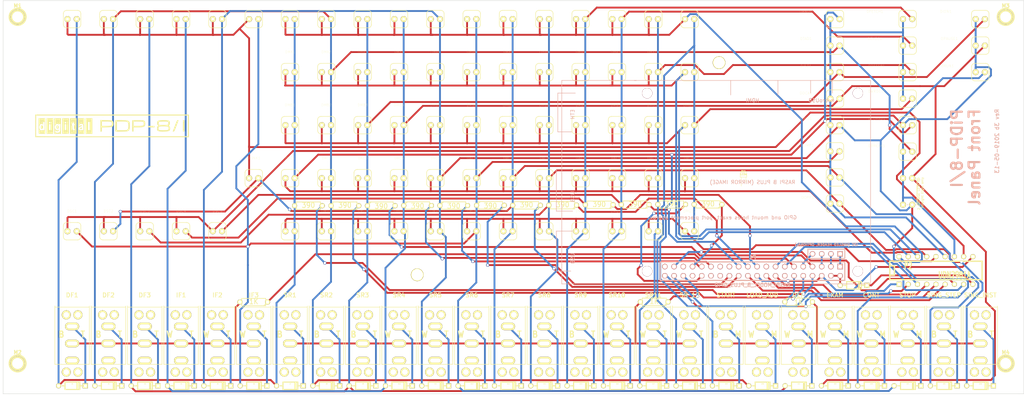
<source format=kicad_pcb>
(kicad_pcb (version 3) (host pcbnew "(2013-07-07 BZR 4022)-stable")
  (layers (15 F.Cu signal) (0 B.Cu signal) (18 B.Paste user) (19 F.Paste user) (20 B.SilkS user) (21 F.SilkS user) (22 B.Mask user) (23 F.Mask user) (28 Edge.Cuts user))
  (net 0 "")
  (net 1 +3.3V)
  (net 2 +5V)
  (net 3 GND)
  (net 4 N-00000101)
  (net 5 N-00000104)
  (net 6 N-00000105)
  (net 7 N-00000106)
  (net 8 N-00000107)
  (net 9 N-00000108)
  (net 10 N-00000109)
  (net 11 N-00000110)
  (net 12 N-00000111)
  (net 13 N-00000112)
  (net 14 N-00000113)
  (net 15 N-00000114)
  (net 16 N-00000119)
  (net 17 N-00000120)
  (net 18 N-0000060)
  (net 19 N-0000064)
  (net 20 N-0000065)
  (net 21 N-0000066)
  (net 22 N-0000067)
  (net 23 N-0000068)
  (net 24 N-0000069)
  (net 25 N-0000070)
  (net 26 N-0000071)
  (net 27 N-0000072)
  (net 28 N-0000073)
  (net 29 N-0000074)
  (net 30 N-0000075)
  (net 31 N-0000076)
  (net 32 N-0000077)
  (net 33 N-0000078)
  (net 34 N-0000079)
  (net 35 N-0000080)
  (net 36 N-0000081)
  (net 37 N-0000082)
  (net 38 N-0000083)
  (net 39 N-0000084)
  (net 40 N-0000085)
  (net 41 N-0000087)
  (net 42 N-0000088)
  (net 43 N-0000095)
  (net 44 N-0000096)
  (net 45 N-0000097)
  (net 46 col1)
  (net 47 col10)
  (net 48 col11)
  (net 49 col12)
  (net 50 col2)
  (net 51 col3)
  (net 52 col4)
  (net 53 col5)
  (net 54 col6)
  (net 55 col7)
  (net 56 col8)
  (net 57 col9)
  (net 58 i2cgnd)
  (net 59 led1)
  (net 60 led2)
  (net 61 led3)
  (net 62 led4)
  (net 63 led5)
  (net 64 led6)
  (net 65 led7)
  (net 66 led8)
  (net 67 row1)
  (net 68 row2)
  (net 69 row3)
  (net 70 scl)
  (net 71 sda)
  (net 72 xled1)
  (net 73 xled2)
  (net 74 xled3)
  (net 75 xled4)
  (net 76 xled5)
  (net 77 xled6)
  (net 78 xled7)
  (net 79 xled8)
  (module 1pin (layer F.Cu) (at 207.1 82.6)
    (fp_text reference M5 hide)
    (fp_text value M hide)
    (pad 1 thru_hole circle (at 0 0) (size 3.5 3.5) (drill 3.048) (layers *.Cu *.Mask F.SilkS))
  )
  (module 1pin (layer F.Cu) (at 124 141)
    (fp_text reference 1PIN hide)
    (fp_text value P*** hide)
    (pad 1 thru_hole circle (at 0 0) (size 3.5 3.5) (drill 3.048) (layers *.Cu *.Mask F.SilkS))
  )
  (module R3 (layer F.Cu) (at 174.1 121.725 180)
    (fp_text reference R9 hide)
    (fp_text value 390 (at 0 0.127 180) (layer F.SilkS) (effects (font (size 1.397 1.27) (thickness 0.2032))))
    (pad 1 thru_hole circle (at -3.81 0 180) (size 1.397 1.397) (drill 0.8128) (layers *.Cu *.Mask F.SilkS) (net 27 N-0000072))
    (pad 2 thru_hole circle (at 3.81 0 180) (size 1.397 1.397) (drill 0.8128) (layers *.Cu *.Mask F.SilkS) (net 57 col9))
  )
  (module R3 (layer F.Cu) (at 94.05 121.975 180)
    (fp_text reference R1 hide)
    (fp_text value 390 (at 0 0.127 180) (layer F.SilkS) (effects (font (size 1.397 1.27) (thickness 0.2032))))
    (pad 1 thru_hole circle (at -3.81 0 180) (size 1.397 1.397) (drill 0.8128) (layers *.Cu *.Mask F.SilkS) (net 41 N-0000087))
    (pad 2 thru_hole circle (at 3.81 0 180) (size 1.397 1.397) (drill 0.8128) (layers *.Cu *.Mask F.SilkS) (net 46 col1))
  )
  (module R3 (layer F.Cu) (at 104.1 121.975 180)
    (fp_text reference R2 hide)
    (fp_text value 390 (at 0 0.127 180) (layer F.SilkS) (effects (font (size 1.397 1.27) (thickness 0.2032))))
    (pad 1 thru_hole circle (at -3.81 0 180) (size 1.397 1.397) (drill 0.8128) (layers *.Cu *.Mask F.SilkS) (net 42 N-0000088))
    (pad 2 thru_hole circle (at 3.81 0 180) (size 1.397 1.397) (drill 0.8128) (layers *.Cu *.Mask F.SilkS) (net 50 col2))
  )
  (module R3 (layer F.Cu) (at 114.1 121.975)
    (fp_text reference R3 hide)
    (fp_text value 390 (at 0 0.127) (layer F.SilkS) (effects (font (size 1.397 1.27) (thickness 0.2032))))
    (pad 1 thru_hole circle (at -3.81 0) (size 1.397 1.397) (drill 0.8128) (layers *.Cu *.Mask F.SilkS) (net 51 col3))
    (pad 2 thru_hole circle (at 3.81 0) (size 1.397 1.397) (drill 0.8128) (layers *.Cu *.Mask F.SilkS) (net 25 N-0000070))
  )
  (module R3 (layer F.Cu) (at 124.1 121.925)
    (fp_text reference R4 hide)
    (fp_text value 390 (at 0 0.127) (layer F.SilkS) (effects (font (size 1.397 1.27) (thickness 0.2032))))
    (pad 1 thru_hole circle (at -3.81 0) (size 1.397 1.397) (drill 0.8128) (layers *.Cu *.Mask F.SilkS) (net 52 col4))
    (pad 2 thru_hole circle (at 3.81 0) (size 1.397 1.397) (drill 0.8128) (layers *.Cu *.Mask F.SilkS) (net 29 N-0000074))
  )
  (module R3 (layer F.Cu) (at 134.05 121.925)
    (fp_text reference R5 hide)
    (fp_text value 390 (at 0 0.127) (layer F.SilkS) (effects (font (size 1.397 1.27) (thickness 0.2032))))
    (pad 1 thru_hole circle (at -3.81 0) (size 1.397 1.397) (drill 0.8128) (layers *.Cu *.Mask F.SilkS) (net 53 col5))
    (pad 2 thru_hole circle (at 3.81 0) (size 1.397 1.397) (drill 0.8128) (layers *.Cu *.Mask F.SilkS) (net 30 N-0000075))
  )
  (module R3 (layer F.Cu) (at 144.15 121.875)
    (fp_text reference R6 hide)
    (fp_text value 390 (at 0 0.127) (layer F.SilkS) (effects (font (size 1.397 1.27) (thickness 0.2032))))
    (pad 1 thru_hole circle (at -3.81 0) (size 1.397 1.397) (drill 0.8128) (layers *.Cu *.Mask F.SilkS) (net 54 col6))
    (pad 2 thru_hole circle (at 3.81 0) (size 1.397 1.397) (drill 0.8128) (layers *.Cu *.Mask F.SilkS) (net 44 N-0000096))
  )
  (module R3 (layer F.Cu) (at 154.1 121.875 180)
    (fp_text reference R7 hide)
    (fp_text value 390 (at 0 0.127 180) (layer F.SilkS) (effects (font (size 1.397 1.27) (thickness 0.2032))))
    (pad 1 thru_hole circle (at -3.81 0 180) (size 1.397 1.397) (drill 0.8128) (layers *.Cu *.Mask F.SilkS) (net 33 N-0000078))
    (pad 2 thru_hole circle (at 3.81 0 180) (size 1.397 1.397) (drill 0.8128) (layers *.Cu *.Mask F.SilkS) (net 55 col7))
  )
  (module R3 (layer F.Cu) (at 164.05 121.825 180)
    (fp_text reference R8 hide)
    (fp_text value 390 (at 0 0.127 180) (layer F.SilkS) (effects (font (size 1.397 1.27) (thickness 0.2032))))
    (pad 1 thru_hole circle (at -3.81 0 180) (size 1.397 1.397) (drill 0.8128) (layers *.Cu *.Mask F.SilkS) (net 28 N-0000073))
    (pad 2 thru_hole circle (at 3.81 0 180) (size 1.397 1.397) (drill 0.8128) (layers *.Cu *.Mask F.SilkS) (net 56 col8))
  )
  (module R3 (layer F.Cu) (at 184 121.675 180)
    (fp_text reference R10 hide)
    (fp_text value 390 (at 0 0.127 180) (layer F.SilkS) (effects (font (size 1.397 1.27) (thickness 0.2032))))
    (pad 1 thru_hole circle (at -3.81 0 180) (size 1.397 1.397) (drill 0.8128) (layers *.Cu *.Mask F.SilkS) (net 43 N-0000095))
    (pad 2 thru_hole circle (at 3.81 0 180) (size 1.397 1.397) (drill 0.8128) (layers *.Cu *.Mask F.SilkS) (net 47 col10))
  )
  (module R3 (layer F.Cu) (at 194.05 121.625 180)
    (fp_text reference R11 hide)
    (fp_text value 390 (at 0 0.127 180) (layer F.SilkS) (effects (font (size 1.397 1.27) (thickness 0.2032))))
    (pad 1 thru_hole circle (at -3.81 0 180) (size 1.397 1.397) (drill 0.8128) (layers *.Cu *.Mask F.SilkS) (net 34 N-0000079))
    (pad 2 thru_hole circle (at 3.81 0 180) (size 1.397 1.397) (drill 0.8128) (layers *.Cu *.Mask F.SilkS) (net 48 col11))
  )
  (module R3 (layer F.Cu) (at 204.05 121.625 180)
    (fp_text reference R12 hide)
    (fp_text value 390 (at 0 0.127 180) (layer F.SilkS) (effects (font (size 1.397 1.27) (thickness 0.2032))))
    (pad 1 thru_hole circle (at -3.81 0 180) (size 1.397 1.397) (drill 0.8128) (layers *.Cu *.Mask F.SilkS) (net 31 N-0000076))
    (pad 2 thru_hole circle (at 3.81 0 180) (size 1.397 1.397) (drill 0.8128) (layers *.Cu *.Mask F.SilkS) (net 49 col12))
  )
  (module R3 (layer F.Cu) (at 189.25 148.45 180)
    (fp_text reference R_ROW1 hide)
    (fp_text value 1K (at 0 0.127 180) (layer F.SilkS) (effects (font (size 1.397 1.27) (thickness 0.2032))))
    (pad 1 thru_hole circle (at -3.81 0 180) (size 1.397 1.397) (drill 0.8128) (layers *.Cu *.Mask F.SilkS) (net 35 N-0000080))
    (pad 2 thru_hole circle (at 3.81 0 180) (size 1.397 1.397) (drill 0.8128) (layers *.Cu *.Mask F.SilkS) (net 67 row1))
  )
  (module R3 (layer F.Cu) (at 79 148.5 180)
    (fp_text reference R_ROW2 hide)
    (fp_text value 1K (at 0 0.127 180) (layer F.SilkS) (effects (font (size 1.397 1.27) (thickness 0.2032))))
    (pad 1 thru_hole circle (at -3.81 0 180) (size 1.397 1.397) (drill 0.8128) (layers *.Cu *.Mask F.SilkS) (net 26 N-0000071))
    (pad 2 thru_hole circle (at 3.81 0 180) (size 1.397 1.397) (drill 0.8128) (layers *.Cu *.Mask F.SilkS) (net 68 row2))
  )
  (module R3 (layer F.Cu) (at 229 148.45)
    (fp_text reference R_ROW3 hide)
    (fp_text value 1K (at 0 0.127) (layer F.SilkS) (effects (font (size 1.397 1.27) (thickness 0.2032))))
    (pad 1 thru_hole circle (at -3.81 0) (size 1.397 1.397) (drill 0.8128) (layers *.Cu *.Mask F.SilkS) (net 32 N-0000077))
    (pad 2 thru_hole circle (at 3.81 0) (size 1.397 1.397) (drill 0.8128) (layers *.Cu *.Mask F.SilkS) (net 69 row3))
  )
  (module DIP-18__300 (layer F.Cu) (at 266.8 139.8)
    (fp_text reference P2 (at -7.62 -1.27) (layer F.SilkS) (effects (font (size 1.778 1.143) (thickness 0.3048))))
    (fp_text value UDN2981A (at 5.08 1.27) (layer F.SilkS) (effects (font (size 1.778 1.143) (thickness 0.3048))))
    (pad 1 thru_hole rect (at -10.16 3.81) (size 1.397 1.397) (drill 0.8128) (layers *.Cu *.Mask F.SilkS) (net 72 xled1))
    (pad 2 thru_hole circle (at -7.62 3.81) (size 1.397 1.397) (drill 0.8128) (layers *.Cu *.Mask F.SilkS) (net 73 xled2))
    (pad 3 thru_hole circle (at -5.08 3.81) (size 1.397 1.397) (drill 0.8128) (layers *.Cu *.Mask F.SilkS) (net 74 xled3))
    (pad 4 thru_hole circle (at -2.54 3.81) (size 1.397 1.397) (drill 0.8128) (layers *.Cu *.Mask F.SilkS) (net 75 xled4))
    (pad 5 thru_hole circle (at 0 3.81) (size 1.397 1.397) (drill 0.8128) (layers *.Cu *.Mask F.SilkS) (net 76 xled5))
    (pad 6 thru_hole circle (at 2.54 3.81) (size 1.397 1.397) (drill 0.8128) (layers *.Cu *.Mask F.SilkS) (net 77 xled6))
    (pad 7 thru_hole circle (at 5.08 3.81) (size 1.397 1.397) (drill 0.8128) (layers *.Cu *.Mask F.SilkS) (net 78 xled7))
    (pad 8 thru_hole circle (at 7.62 3.81) (size 1.397 1.397) (drill 0.8128) (layers *.Cu *.Mask F.SilkS) (net 79 xled8))
    (pad 9 thru_hole circle (at 10.16 3.81) (size 1.397 1.397) (drill 0.8128) (layers *.Cu *.Mask F.SilkS) (net 18 N-0000060))
    (pad 10 thru_hole circle (at 10.16 -3.81) (size 1.397 1.397) (drill 0.8128) (layers *.Cu *.Mask F.SilkS) (net 3 GND))
    (pad 11 thru_hole circle (at 7.62 -3.81) (size 1.397 1.397) (drill 0.8128) (layers *.Cu *.Mask F.SilkS) (net 66 led8))
    (pad 12 thru_hole circle (at 5.08 -3.81) (size 1.397 1.397) (drill 0.8128) (layers *.Cu *.Mask F.SilkS) (net 65 led7))
    (pad 13 thru_hole circle (at 2.54 -3.81) (size 1.397 1.397) (drill 0.8128) (layers *.Cu *.Mask F.SilkS) (net 64 led6))
    (pad 14 thru_hole circle (at 0 -3.81) (size 1.397 1.397) (drill 0.8128) (layers *.Cu *.Mask F.SilkS) (net 63 led5))
    (pad 15 thru_hole circle (at -2.54 -3.81) (size 1.397 1.397) (drill 0.8128) (layers *.Cu *.Mask F.SilkS) (net 62 led4))
    (pad 16 thru_hole circle (at -5.08 -3.81) (size 1.397 1.397) (drill 0.8128) (layers *.Cu *.Mask F.SilkS) (net 61 led3))
    (pad 17 thru_hole circle (at -7.62 -3.81) (size 1.397 1.397) (drill 0.8128) (layers *.Cu *.Mask F.SilkS) (net 60 led2))
    (pad 18 thru_hole circle (at -10.16 -3.81) (size 1.397 1.397) (drill 0.8128) (layers *.Cu *.Mask F.SilkS) (net 59 led1))
  )
  (module 1pin (layer F.Cu) (at 14 70)
    (fp_text reference M1 (at 0 -3.048) (layer F.SilkS) (effects (font (size 1.016 1.016) (thickness 0.254))))
    (fp_text value M hide)
    (pad 1 thru_hole circle (at 0 0) (size 4.064 4.064) (drill 3.048) (layers *.Cu *.Mask F.SilkS))
  )
  (module 1pin (layer F.Cu) (at 14 165.4)
    (fp_text reference M2 (at 0 -3.048) (layer F.SilkS) (effects (font (size 1.016 1.016) (thickness 0.254))))
    (fp_text value M hide)
    (pad 1 thru_hole circle (at 0 0) (size 4.064 4.064) (drill 3.048) (layers *.Cu *.Mask F.SilkS))
  )
  (module 1pin (layer F.Cu) (at 286 70)
    (fp_text reference M3 (at 0 -3.048) (layer F.SilkS) (effects (font (size 1.016 1.016) (thickness 0.254))))
    (fp_text value M hide)
    (pad 1 thru_hole circle (at 0 0) (size 4.064 4.064) (drill 3.048) (layers *.Cu *.Mask F.SilkS))
  )
  (module 1pin (layer F.Cu) (at 286 165.4)
    (fp_text reference M4 (at 0 -3.048) (layer F.SilkS) (effects (font (size 1.016 1.016) (thickness 0.254))))
    (fp_text value M hide)
    (pad 1 thru_hole circle (at 0 0) (size 4.064 4.064) (drill 3.048) (layers *.Cu *.Mask F.SilkS))
  )
  (module D2 (layer F.Cu) (at 249.08 171.55)
    (fp_text reference D23 (at 0 -0.508) (layer F.SilkS) (effects (font (size 0.25 0.25) (thickness 0.05))))
    (fp_text value 1N4148 hide)
    (pad 2 thru_hole rect (at 3.556 0) (size 1.397 1.397) (drill 0.8128) (layers *.Cu *.Mask F.SilkS) (net 36 N-0000081))
    (pad 1 thru_hole circle (at -3.81 0) (size 1.397 1.397) (drill 0.8128) (layers *.Cu *.Mask F.SilkS) (net 53 col5))
  )
  (module D2 (layer F.Cu) (at 259.08 171.55)
    (fp_text reference D24 (at 0 -0.508) (layer F.SilkS) (effects (font (size 0.25 0.25) (thickness 0.05))))
    (fp_text value 1N4148 hide)
    (pad 2 thru_hole rect (at 3.556 0) (size 1.397 1.397) (drill 0.8128) (layers *.Cu *.Mask F.SilkS) (net 45 N-0000097))
    (pad 1 thru_hole circle (at -3.81 0) (size 1.397 1.397) (drill 0.8128) (layers *.Cu *.Mask F.SilkS) (net 54 col6))
  )
  (module D2 (layer F.Cu) (at 239.08 171.55)
    (fp_text reference D22 (at 0 -0.508) (layer F.SilkS) (effects (font (size 0.25 0.25) (thickness 0.05))))
    (fp_text value 1N4148 hide)
    (pad 2 thru_hole rect (at 3.556 0) (size 1.397 1.397) (drill 0.8128) (layers *.Cu *.Mask F.SilkS) (net 37 N-0000082))
    (pad 1 thru_hole circle (at -3.81 0) (size 1.397 1.397) (drill 0.8128) (layers *.Cu *.Mask F.SilkS) (net 52 col4))
  )
  (module D2 (layer F.Cu) (at 269.08 171.55)
    (fp_text reference D25 (at 0 -0.508) (layer F.SilkS) (effects (font (size 0.25 0.25) (thickness 0.05))))
    (fp_text value 1N4148 hide)
    (pad 2 thru_hole rect (at 3.556 0) (size 1.397 1.397) (drill 0.8128) (layers *.Cu *.Mask F.SilkS) (net 17 N-00000120))
    (pad 1 thru_hole circle (at -3.81 0) (size 1.397 1.397) (drill 0.8128) (layers *.Cu *.Mask F.SilkS) (net 55 col7))
  )
  (module D2 (layer F.Cu) (at 279.08 171.55)
    (fp_text reference D26 (at 0 -0.508) (layer F.SilkS) (effects (font (size 0.25 0.25) (thickness 0.05))))
    (fp_text value 1N4148 hide)
    (pad 2 thru_hole rect (at 3.556 0) (size 1.397 1.397) (drill 0.8128) (layers *.Cu *.Mask F.SilkS) (net 16 N-00000119))
    (pad 1 thru_hole circle (at -3.81 0) (size 1.397 1.397) (drill 0.8128) (layers *.Cu *.Mask F.SilkS) (net 56 col8))
  )
  (module D2 (layer F.Cu) (at 139.08 171.55)
    (fp_text reference D12 (at 0 -0.508) (layer F.SilkS) (effects (font (size 0.25 0.25) (thickness 0.05))))
    (fp_text value 1N4148 hide)
    (pad 2 thru_hole rect (at 3.556 0) (size 1.397 1.397) (drill 0.8128) (layers *.Cu *.Mask F.SilkS) (net 4 N-00000101))
    (pad 1 thru_hole circle (at -3.81 0) (size 1.397 1.397) (drill 0.8128) (layers *.Cu *.Mask F.SilkS) (net 54 col6))
  )
  (module D2 (layer F.Cu) (at 39.08 171.55)
    (fp_text reference D2 (at 0 -0.508) (layer F.SilkS) (effects (font (size 0.25 0.25) (thickness 0.05))))
    (fp_text value 1N4148 hide)
    (pad 2 thru_hole rect (at 3.556 0) (size 1.397 1.397) (drill 0.8128) (layers *.Cu *.Mask F.SilkS) (net 24 N-0000069))
    (pad 1 thru_hole circle (at -3.81 0) (size 1.397 1.397) (drill 0.8128) (layers *.Cu *.Mask F.SilkS) (net 50 col2))
  )
  (module D2 (layer F.Cu) (at 49.08 171.55)
    (fp_text reference D3 (at 0 -0.508) (layer F.SilkS) (effects (font (size 0.25 0.25) (thickness 0.05))))
    (fp_text value 1N4148 hide)
    (pad 2 thru_hole rect (at 3.556 0) (size 1.397 1.397) (drill 0.8128) (layers *.Cu *.Mask F.SilkS) (net 23 N-0000068))
    (pad 1 thru_hole circle (at -3.81 0) (size 1.397 1.397) (drill 0.8128) (layers *.Cu *.Mask F.SilkS) (net 51 col3))
  )
  (module D2 (layer F.Cu) (at 59.08 171.55)
    (fp_text reference D4 (at 0 -0.508) (layer F.SilkS) (effects (font (size 0.25 0.25) (thickness 0.05))))
    (fp_text value 1N4148 hide)
    (pad 2 thru_hole rect (at 3.556 0) (size 1.397 1.397) (drill 0.8128) (layers *.Cu *.Mask F.SilkS) (net 22 N-0000067))
    (pad 1 thru_hole circle (at -3.81 0) (size 1.397 1.397) (drill 0.8128) (layers *.Cu *.Mask F.SilkS) (net 52 col4))
  )
  (module D2 (layer F.Cu) (at 69.08 171.55)
    (fp_text reference D5 (at 0 -0.508) (layer F.SilkS) (effects (font (size 0.25 0.25) (thickness 0.05))))
    (fp_text value 1N4148 hide)
    (pad 2 thru_hole rect (at 3.556 0) (size 1.397 1.397) (drill 0.8128) (layers *.Cu *.Mask F.SilkS) (net 21 N-0000066))
    (pad 1 thru_hole circle (at -3.81 0) (size 1.397 1.397) (drill 0.8128) (layers *.Cu *.Mask F.SilkS) (net 53 col5))
  )
  (module D2 (layer F.Cu) (at 79.08 171.55)
    (fp_text reference D6 (at 0 -0.508) (layer F.SilkS) (effects (font (size 0.25 0.25) (thickness 0.05))))
    (fp_text value 1N4148 hide)
    (pad 2 thru_hole rect (at 3.556 0) (size 1.397 1.397) (drill 0.8128) (layers *.Cu *.Mask F.SilkS) (net 20 N-0000065))
    (pad 1 thru_hole circle (at -3.81 0) (size 1.397 1.397) (drill 0.8128) (layers *.Cu *.Mask F.SilkS) (net 54 col6))
  )
  (module D2 (layer F.Cu) (at 89.08 171.55)
    (fp_text reference D7 (at 0 -0.508) (layer F.SilkS) (effects (font (size 0.25 0.25) (thickness 0.05))))
    (fp_text value 1N4148 hide)
    (pad 2 thru_hole rect (at 3.556 0) (size 1.397 1.397) (drill 0.8128) (layers *.Cu *.Mask F.SilkS) (net 15 N-00000114))
    (pad 1 thru_hole circle (at -3.81 0) (size 1.397 1.397) (drill 0.8128) (layers *.Cu *.Mask F.SilkS) (net 46 col1))
  )
  (module D2 (layer F.Cu) (at 99.08 171.55)
    (fp_text reference D8 (at 0 -0.508) (layer F.SilkS) (effects (font (size 0.25 0.25) (thickness 0.05))))
    (fp_text value 1N4148 hide)
    (pad 2 thru_hole rect (at 3.556 0) (size 1.397 1.397) (drill 0.8128) (layers *.Cu *.Mask F.SilkS) (net 14 N-00000113))
    (pad 1 thru_hole circle (at -3.81 0) (size 1.397 1.397) (drill 0.8128) (layers *.Cu *.Mask F.SilkS) (net 50 col2))
  )
  (module D2 (layer F.Cu) (at 109.08 171.55)
    (fp_text reference D9 (at 0 -0.508) (layer F.SilkS) (effects (font (size 0.25 0.25) (thickness 0.05))))
    (fp_text value 1N4148 hide)
    (pad 2 thru_hole rect (at 3.556 0) (size 1.397 1.397) (drill 0.8128) (layers *.Cu *.Mask F.SilkS) (net 13 N-00000112))
    (pad 1 thru_hole circle (at -3.81 0) (size 1.397 1.397) (drill 0.8128) (layers *.Cu *.Mask F.SilkS) (net 51 col3))
  )
  (module D2 (layer F.Cu) (at 119.08 171.55)
    (fp_text reference D10 (at 0 -0.508) (layer F.SilkS) (effects (font (size 0.25 0.25) (thickness 0.05))))
    (fp_text value 1N4148 hide)
    (pad 2 thru_hole rect (at 3.556 0) (size 1.397 1.397) (drill 0.8128) (layers *.Cu *.Mask F.SilkS) (net 12 N-00000111))
    (pad 1 thru_hole circle (at -3.81 0) (size 1.397 1.397) (drill 0.8128) (layers *.Cu *.Mask F.SilkS) (net 52 col4))
  )
  (module D2 (layer F.Cu) (at 129.08 171.55)
    (fp_text reference D11 (at 0 -0.508) (layer F.SilkS) (effects (font (size 0.25 0.25) (thickness 0.05))))
    (fp_text value 1N4148 hide)
    (pad 2 thru_hole rect (at 3.556 0) (size 1.397 1.397) (drill 0.8128) (layers *.Cu *.Mask F.SilkS) (net 11 N-00000110))
    (pad 1 thru_hole circle (at -3.81 0) (size 1.397 1.397) (drill 0.8128) (layers *.Cu *.Mask F.SilkS) (net 53 col5))
  )
  (module D2 (layer F.Cu) (at 29.08 171.55)
    (fp_text reference D1 (at 0 -0.508) (layer F.SilkS) (effects (font (size 0.25 0.25) (thickness 0.05))))
    (fp_text value 1N4148 hide)
    (pad 2 thru_hole rect (at 3.556 0) (size 1.397 1.397) (drill 0.8128) (layers *.Cu *.Mask F.SilkS) (net 19 N-0000064))
    (pad 1 thru_hole circle (at -3.81 0) (size 1.397 1.397) (drill 0.8128) (layers *.Cu *.Mask F.SilkS) (net 46 col1))
  )
  (module D2 (layer F.Cu) (at 149.08 171.55)
    (fp_text reference D13 (at 0 -0.508) (layer F.SilkS) (effects (font (size 0.25 0.25) (thickness 0.05))))
    (fp_text value 1N4148 hide)
    (pad 2 thru_hole rect (at 3.556 0) (size 1.397 1.397) (drill 0.8128) (layers *.Cu *.Mask F.SilkS) (net 10 N-00000109))
    (pad 1 thru_hole circle (at -3.81 0) (size 1.397 1.397) (drill 0.8128) (layers *.Cu *.Mask F.SilkS) (net 55 col7))
  )
  (module D2 (layer F.Cu) (at 159.08 171.55)
    (fp_text reference D14 (at 0 -0.508) (layer F.SilkS) (effects (font (size 0.25 0.25) (thickness 0.05))))
    (fp_text value 1N4148 hide)
    (pad 2 thru_hole rect (at 3.556 0) (size 1.397 1.397) (drill 0.8128) (layers *.Cu *.Mask F.SilkS) (net 9 N-00000108))
    (pad 1 thru_hole circle (at -3.81 0) (size 1.397 1.397) (drill 0.8128) (layers *.Cu *.Mask F.SilkS) (net 56 col8))
  )
  (module D2 (layer F.Cu) (at 169.08 171.55)
    (fp_text reference D15 (at 0 -0.508) (layer F.SilkS) (effects (font (size 0.25 0.25) (thickness 0.05))))
    (fp_text value 1N4148 hide)
    (pad 2 thru_hole rect (at 3.556 0) (size 1.397 1.397) (drill 0.8128) (layers *.Cu *.Mask F.SilkS) (net 8 N-00000107))
    (pad 1 thru_hole circle (at -3.81 0) (size 1.397 1.397) (drill 0.8128) (layers *.Cu *.Mask F.SilkS) (net 57 col9))
  )
  (module D2 (layer F.Cu) (at 179.08 171.55)
    (fp_text reference D16 (at 0 -0.508) (layer F.SilkS) (effects (font (size 0.25 0.25) (thickness 0.05))))
    (fp_text value 1N4148 hide)
    (pad 2 thru_hole rect (at 3.556 0) (size 1.397 1.397) (drill 0.8128) (layers *.Cu *.Mask F.SilkS) (net 7 N-00000106))
    (pad 1 thru_hole circle (at -3.81 0) (size 1.397 1.397) (drill 0.8128) (layers *.Cu *.Mask F.SilkS) (net 47 col10))
  )
  (module D2 (layer F.Cu) (at 189.08 171.55)
    (fp_text reference D17 (at 0 -0.508) (layer F.SilkS) (effects (font (size 0.25 0.25) (thickness 0.05))))
    (fp_text value 1N4148 hide)
    (pad 2 thru_hole rect (at 3.556 0) (size 1.397 1.397) (drill 0.8128) (layers *.Cu *.Mask F.SilkS) (net 6 N-00000105))
    (pad 1 thru_hole circle (at -3.81 0) (size 1.397 1.397) (drill 0.8128) (layers *.Cu *.Mask F.SilkS) (net 48 col11))
  )
  (module D2 (layer F.Cu) (at 199.08 171.55)
    (fp_text reference D18 (at 0 -0.508) (layer F.SilkS) (effects (font (size 0.25 0.25) (thickness 0.05))))
    (fp_text value 1N4148 hide)
    (pad 2 thru_hole rect (at 3.556 0) (size 1.397 1.397) (drill 0.8128) (layers *.Cu *.Mask F.SilkS) (net 5 N-00000104))
    (pad 1 thru_hole circle (at -3.81 0) (size 1.397 1.397) (drill 0.8128) (layers *.Cu *.Mask F.SilkS) (net 49 col12))
  )
  (module D2 (layer F.Cu) (at 209.08 171.55)
    (fp_text reference D19 (at 0 -0.508) (layer F.SilkS) (effects (font (size 0.25 0.25) (thickness 0.05))))
    (fp_text value 1N4148 hide)
    (pad 2 thru_hole rect (at 3.556 0) (size 1.397 1.397) (drill 0.8128) (layers *.Cu *.Mask F.SilkS) (net 40 N-0000085))
    (pad 1 thru_hole circle (at -3.81 0) (size 1.397 1.397) (drill 0.8128) (layers *.Cu *.Mask F.SilkS) (net 46 col1))
  )
  (module D2 (layer F.Cu) (at 219.08 171.55)
    (fp_text reference D20 (at 0 -0.508) (layer F.SilkS) (effects (font (size 0.25 0.25) (thickness 0.05))))
    (fp_text value 1N4148 hide)
    (pad 2 thru_hole rect (at 3.556 0) (size 1.397 1.397) (drill 0.8128) (layers *.Cu *.Mask F.SilkS) (net 39 N-0000084))
    (pad 1 thru_hole circle (at -3.81 0) (size 1.397 1.397) (drill 0.8128) (layers *.Cu *.Mask F.SilkS) (net 50 col2))
  )
  (module D2 (layer F.Cu) (at 229.08 171.55)
    (fp_text reference D21 (at 0 -0.508) (layer F.SilkS) (effects (font (size 0.25 0.25) (thickness 0.05))))
    (fp_text value 1N4148 hide)
    (pad 2 thru_hole rect (at 3.556 0) (size 1.397 1.397) (drill 0.8128) (layers *.Cu *.Mask F.SilkS) (net 38 N-0000083))
    (pad 1 thru_hole circle (at -3.81 0) (size 1.397 1.397) (drill 0.8128) (layers *.Cu *.Mask F.SilkS) (net 51 col3))
  )
  (module LED-3-PDP (layer F.Cu) (at 169 99.8)
    (fp_text reference DMB9 (at 0 -5.5372) (layer F.SilkS) (effects (font (size 0.7 0.7) (thickness 0.025))))
    (fp_text value LED hide)
    (pad 1 thru_hole circle (at -1.27 0) (size 1.6764 1.6764) (drill 0.8128) (layers *.Cu *.Mask F.SilkS) (net 61 led3))
    (pad 2 thru_hole circle (at 1.27 0) (size 1.6764 1.6764) (drill 0.8128) (layers *.Cu *.Mask F.SilkS) (net 57 col9))
  )
  (module LED-3-PDP (layer F.Cu) (at 179 99.8)
    (fp_text reference DMB10 (at 0 -5.5372) (layer F.SilkS) (effects (font (size 0.7 0.7) (thickness 0.025))))
    (fp_text value LED hide)
    (pad 1 thru_hole circle (at -1.27 0) (size 1.6764 1.6764) (drill 0.8128) (layers *.Cu *.Mask F.SilkS) (net 61 led3))
    (pad 2 thru_hole circle (at 1.27 0) (size 1.6764 1.6764) (drill 0.8128) (layers *.Cu *.Mask F.SilkS) (net 47 col10))
  )
  (module LED-3-PDP (layer F.Cu) (at 189 99.8)
    (fp_text reference DMB11 (at 0 -5.5372) (layer F.SilkS) (effects (font (size 0.7 0.7) (thickness 0.025))))
    (fp_text value LED hide)
    (pad 1 thru_hole circle (at -1.27 0) (size 1.6764 1.6764) (drill 0.8128) (layers *.Cu *.Mask F.SilkS) (net 61 led3))
    (pad 2 thru_hole circle (at 1.27 0) (size 1.6764 1.6764) (drill 0.8128) (layers *.Cu *.Mask F.SilkS) (net 48 col11))
  )
  (module LED-3-PDP (layer F.Cu) (at 199 99.8)
    (fp_text reference DMB12 (at 0 -5.5372) (layer F.SilkS) (effects (font (size 0.7 0.7) (thickness 0.025))))
    (fp_text value LED hide)
    (pad 1 thru_hole circle (at -1.27 0) (size 1.6764 1.6764) (drill 0.8128) (layers *.Cu *.Mask F.SilkS) (net 61 led3))
    (pad 2 thru_hole circle (at 1.27 0) (size 1.6764 1.6764) (drill 0.8128) (layers *.Cu *.Mask F.SilkS) (net 49 col12))
  )
  (module LED-3-PDP (layer F.Cu) (at 89 114.4)
    (fp_text reference DAC1 (at 0 -5.5372) (layer F.SilkS) (effects (font (size 0.7 0.7) (thickness 0.025))))
    (fp_text value LED hide)
    (pad 1 thru_hole circle (at -1.27 0) (size 1.6764 1.6764) (drill 0.8128) (layers *.Cu *.Mask F.SilkS) (net 62 led4))
    (pad 2 thru_hole circle (at 1.27 0) (size 1.6764 1.6764) (drill 0.8128) (layers *.Cu *.Mask F.SilkS) (net 46 col1))
  )
  (module LED-3-PDP (layer F.Cu) (at 99 114.4)
    (fp_text reference DAC2 (at 0 -5.5372) (layer F.SilkS) (effects (font (size 0.7 0.7) (thickness 0.025))))
    (fp_text value LED hide)
    (pad 1 thru_hole circle (at -1.27 0) (size 1.6764 1.6764) (drill 0.8128) (layers *.Cu *.Mask F.SilkS) (net 62 led4))
    (pad 2 thru_hole circle (at 1.27 0) (size 1.6764 1.6764) (drill 0.8128) (layers *.Cu *.Mask F.SilkS) (net 50 col2))
  )
  (module LED-3-PDP (layer F.Cu) (at 109 114.4)
    (fp_text reference DAC3 (at 0 -5.5372) (layer F.SilkS) (effects (font (size 0.7 0.7) (thickness 0.025))))
    (fp_text value LED hide)
    (pad 1 thru_hole circle (at -1.27 0) (size 1.6764 1.6764) (drill 0.8128) (layers *.Cu *.Mask F.SilkS) (net 62 led4))
    (pad 2 thru_hole circle (at 1.27 0) (size 1.6764 1.6764) (drill 0.8128) (layers *.Cu *.Mask F.SilkS) (net 51 col3))
  )
  (module LED-3-PDP (layer F.Cu) (at 119 114.4)
    (fp_text reference DAC4 (at 0 -5.5372) (layer F.SilkS) (effects (font (size 0.7 0.7) (thickness 0.025))))
    (fp_text value LED hide)
    (pad 1 thru_hole circle (at -1.27 0) (size 1.6764 1.6764) (drill 0.8128) (layers *.Cu *.Mask F.SilkS) (net 62 led4))
    (pad 2 thru_hole circle (at 1.27 0) (size 1.6764 1.6764) (drill 0.8128) (layers *.Cu *.Mask F.SilkS) (net 52 col4))
  )
  (module LED-3-PDP (layer F.Cu) (at 129 114.4)
    (fp_text reference DAC5 (at 0 -5.5372) (layer F.SilkS) (effects (font (size 0.7 0.7) (thickness 0.025))))
    (fp_text value LED hide)
    (pad 1 thru_hole circle (at -1.27 0) (size 1.6764 1.6764) (drill 0.8128) (layers *.Cu *.Mask F.SilkS) (net 62 led4))
    (pad 2 thru_hole circle (at 1.27 0) (size 1.6764 1.6764) (drill 0.8128) (layers *.Cu *.Mask F.SilkS) (net 53 col5))
  )
  (module LED-3-PDP (layer F.Cu) (at 139 114.4)
    (fp_text reference DAC6 (at 0 -5.5372) (layer F.SilkS) (effects (font (size 0.7 0.7) (thickness 0.025))))
    (fp_text value LED hide)
    (pad 1 thru_hole circle (at -1.27 0) (size 1.6764 1.6764) (drill 0.8128) (layers *.Cu *.Mask F.SilkS) (net 62 led4))
    (pad 2 thru_hole circle (at 1.27 0) (size 1.6764 1.6764) (drill 0.8128) (layers *.Cu *.Mask F.SilkS) (net 54 col6))
  )
  (module LED-3-PDP (layer F.Cu) (at 149 114.4)
    (fp_text reference DAC7 (at 0 -5.5372) (layer F.SilkS) (effects (font (size 0.7 0.7) (thickness 0.025))))
    (fp_text value LED hide)
    (pad 1 thru_hole circle (at -1.27 0) (size 1.6764 1.6764) (drill 0.8128) (layers *.Cu *.Mask F.SilkS) (net 62 led4))
    (pad 2 thru_hole circle (at 1.27 0) (size 1.6764 1.6764) (drill 0.8128) (layers *.Cu *.Mask F.SilkS) (net 55 col7))
  )
  (module LED-3-PDP (layer F.Cu) (at 159 114.4)
    (fp_text reference DAC8 (at 0 -5.5372) (layer F.SilkS) (effects (font (size 0.7 0.7) (thickness 0.025))))
    (fp_text value LED hide)
    (pad 1 thru_hole circle (at -1.27 0) (size 1.6764 1.6764) (drill 0.8128) (layers *.Cu *.Mask F.SilkS) (net 62 led4))
    (pad 2 thru_hole circle (at 1.27 0) (size 1.6764 1.6764) (drill 0.8128) (layers *.Cu *.Mask F.SilkS) (net 56 col8))
  )
  (module LED-3-PDP (layer F.Cu) (at 169 114.4)
    (fp_text reference DAC9 (at 0 -5.5372) (layer F.SilkS) (effects (font (size 0.7 0.7) (thickness 0.025))))
    (fp_text value LED hide)
    (pad 1 thru_hole circle (at -1.27 0) (size 1.6764 1.6764) (drill 0.8128) (layers *.Cu *.Mask F.SilkS) (net 62 led4))
    (pad 2 thru_hole circle (at 1.27 0) (size 1.6764 1.6764) (drill 0.8128) (layers *.Cu *.Mask F.SilkS) (net 57 col9))
  )
  (module LED-3-PDP (layer F.Cu) (at 179 114.4)
    (fp_text reference DAC10 (at 0 -5.5372) (layer F.SilkS) (effects (font (size 0.7 0.7) (thickness 0.025))))
    (fp_text value LED hide)
    (pad 1 thru_hole circle (at -1.27 0) (size 1.6764 1.6764) (drill 0.8128) (layers *.Cu *.Mask F.SilkS) (net 62 led4))
    (pad 2 thru_hole circle (at 1.27 0) (size 1.6764 1.6764) (drill 0.8128) (layers *.Cu *.Mask F.SilkS) (net 47 col10))
  )
  (module LED-3-PDP (layer F.Cu) (at 89 70.6)
    (fp_text reference DPC1 hide)
    (fp_text value LED hide)
    (pad 1 thru_hole circle (at -1.27 0) (size 1.6764 1.6764) (drill 0.8128) (layers *.Cu *.Mask F.SilkS) (net 59 led1))
    (pad 2 thru_hole circle (at 1.27 0) (size 1.6764 1.6764) (drill 0.8128) (layers *.Cu *.Mask F.SilkS) (net 46 col1))
  )
  (module LED-3-PDP (layer F.Cu) (at 199 114.4)
    (fp_text reference DAC12 (at 0 -5.5372) (layer F.SilkS) (effects (font (size 0.7 0.7) (thickness 0.025))))
    (fp_text value LED hide)
    (pad 1 thru_hole circle (at -1.27 0) (size 1.6764 1.6764) (drill 0.8128) (layers *.Cu *.Mask F.SilkS) (net 62 led4))
    (pad 2 thru_hole circle (at 1.27 0) (size 1.6764 1.6764) (drill 0.8128) (layers *.Cu *.Mask F.SilkS) (net 49 col12))
  )
  (module LED-3-PDP (layer F.Cu) (at 89 129)
    (fp_text reference DMQ1 (at 0 -5.5372) (layer F.SilkS) (effects (font (size 0.7 0.7) (thickness 0.025))))
    (fp_text value LED hide)
    (pad 1 thru_hole circle (at -1.27 0) (size 1.6764 1.6764) (drill 0.8128) (layers *.Cu *.Mask F.SilkS) (net 63 led5))
    (pad 2 thru_hole circle (at 1.27 0) (size 1.6764 1.6764) (drill 0.8128) (layers *.Cu *.Mask F.SilkS) (net 46 col1))
  )
  (module LED-3-PDP (layer F.Cu) (at 99 129)
    (fp_text reference DMQ2 (at 0 -5.5372) (layer F.SilkS) (effects (font (size 0.7 0.7) (thickness 0.025))))
    (fp_text value LED hide)
    (pad 1 thru_hole circle (at -1.27 0) (size 1.6764 1.6764) (drill 0.8128) (layers *.Cu *.Mask F.SilkS) (net 63 led5))
    (pad 2 thru_hole circle (at 1.27 0) (size 1.6764 1.6764) (drill 0.8128) (layers *.Cu *.Mask F.SilkS) (net 50 col2))
  )
  (module LED-3-PDP (layer F.Cu) (at 109 129)
    (fp_text reference DMQ3 (at 0 -5.5372) (layer F.SilkS) (effects (font (size 0.7 0.7) (thickness 0.025))))
    (fp_text value LED hide)
    (pad 1 thru_hole circle (at -1.27 0) (size 1.6764 1.6764) (drill 0.8128) (layers *.Cu *.Mask F.SilkS) (net 63 led5))
    (pad 2 thru_hole circle (at 1.27 0) (size 1.6764 1.6764) (drill 0.8128) (layers *.Cu *.Mask F.SilkS) (net 51 col3))
  )
  (module LED-3-PDP (layer F.Cu) (at 119 129)
    (fp_text reference DMQ4 (at 0 -5.5372) (layer F.SilkS) (effects (font (size 0.7 0.7) (thickness 0.025))))
    (fp_text value LED hide)
    (pad 1 thru_hole circle (at -1.27 0) (size 1.6764 1.6764) (drill 0.8128) (layers *.Cu *.Mask F.SilkS) (net 63 led5))
    (pad 2 thru_hole circle (at 1.27 0) (size 1.6764 1.6764) (drill 0.8128) (layers *.Cu *.Mask F.SilkS) (net 52 col4))
  )
  (module LED-3-PDP (layer F.Cu) (at 129 129)
    (fp_text reference DMQ5 (at 0 -5.5372) (layer F.SilkS) (effects (font (size 0.7 0.7) (thickness 0.025))))
    (fp_text value LED hide)
    (pad 1 thru_hole circle (at -1.27 0) (size 1.6764 1.6764) (drill 0.8128) (layers *.Cu *.Mask F.SilkS) (net 63 led5))
    (pad 2 thru_hole circle (at 1.27 0) (size 1.6764 1.6764) (drill 0.8128) (layers *.Cu *.Mask F.SilkS) (net 53 col5))
  )
  (module LED-3-PDP (layer F.Cu) (at 139 129)
    (fp_text reference DMQ6 (at 0 -5.5372) (layer F.SilkS) (effects (font (size 0.7 0.7) (thickness 0.025))))
    (fp_text value LED hide)
    (pad 1 thru_hole circle (at -1.27 0) (size 1.6764 1.6764) (drill 0.8128) (layers *.Cu *.Mask F.SilkS) (net 63 led5))
    (pad 2 thru_hole circle (at 1.27 0) (size 1.6764 1.6764) (drill 0.8128) (layers *.Cu *.Mask F.SilkS) (net 54 col6))
  )
  (module LED-3-PDP (layer F.Cu) (at 149 129)
    (fp_text reference DMQ7 (at 0 -5.5372) (layer F.SilkS) (effects (font (size 0.7 0.7) (thickness 0.025))))
    (fp_text value LED hide)
    (pad 1 thru_hole circle (at -1.27 0) (size 1.6764 1.6764) (drill 0.8128) (layers *.Cu *.Mask F.SilkS) (net 63 led5))
    (pad 2 thru_hole circle (at 1.27 0) (size 1.6764 1.6764) (drill 0.8128) (layers *.Cu *.Mask F.SilkS) (net 55 col7))
  )
  (module LED-3-PDP (layer F.Cu) (at 159 129)
    (fp_text reference DMQ8 (at 0 -5.5372) (layer F.SilkS) (effects (font (size 0.7 0.7) (thickness 0.025))))
    (fp_text value LED hide)
    (pad 1 thru_hole circle (at -1.27 0) (size 1.6764 1.6764) (drill 0.8128) (layers *.Cu *.Mask F.SilkS) (net 63 led5))
    (pad 2 thru_hole circle (at 1.27 0) (size 1.6764 1.6764) (drill 0.8128) (layers *.Cu *.Mask F.SilkS) (net 56 col8))
  )
  (module LED-3-PDP (layer F.Cu) (at 169 129)
    (fp_text reference DMQ9 (at 0 -5.5372) (layer F.SilkS) (effects (font (size 0.7 0.7) (thickness 0.025))))
    (fp_text value LED hide)
    (pad 1 thru_hole circle (at -1.27 0) (size 1.6764 1.6764) (drill 0.8128) (layers *.Cu *.Mask F.SilkS) (net 63 led5))
    (pad 2 thru_hole circle (at 1.27 0) (size 1.6764 1.6764) (drill 0.8128) (layers *.Cu *.Mask F.SilkS) (net 57 col9))
  )
  (module LED-3-PDP (layer F.Cu) (at 179 129)
    (fp_text reference DMQ10 (at 0 -5.5372) (layer F.SilkS) (effects (font (size 0.7 0.7) (thickness 0.025))))
    (fp_text value LED hide)
    (pad 1 thru_hole circle (at -1.27 0) (size 1.6764 1.6764) (drill 0.8128) (layers *.Cu *.Mask F.SilkS) (net 63 led5))
    (pad 2 thru_hole circle (at 1.27 0) (size 1.6764 1.6764) (drill 0.8128) (layers *.Cu *.Mask F.SilkS) (net 47 col10))
  )
  (module LED-3-PDP (layer F.Cu) (at 189 129)
    (fp_text reference DMQ11 (at 0 -5.5372) (layer F.SilkS) (effects (font (size 0.7 0.7) (thickness 0.025))))
    (fp_text value LED hide)
    (pad 1 thru_hole circle (at -1.27 0) (size 1.6764 1.6764) (drill 0.8128) (layers *.Cu *.Mask F.SilkS) (net 63 led5))
    (pad 2 thru_hole circle (at 1.27 0) (size 1.6764 1.6764) (drill 0.8128) (layers *.Cu *.Mask F.SilkS) (net 48 col11))
  )
  (module LED-3-PDP (layer F.Cu) (at 199 129)
    (fp_text reference DMQ12 (at 0 -5.5372) (layer F.SilkS) (effects (font (size 0.7 0.7) (thickness 0.025))))
    (fp_text value LED hide)
    (pad 1 thru_hole circle (at -1.27 0) (size 1.6764 1.6764) (drill 0.8128) (layers *.Cu *.Mask F.SilkS) (net 63 led5))
    (pad 2 thru_hole circle (at 1.27 0) (size 1.6764 1.6764) (drill 0.8128) (layers *.Cu *.Mask F.SilkS) (net 49 col12))
  )
  (module LED-3-PDP (layer F.Cu) (at 79 114.4)
    (fp_text reference DLINK1 (at 0 -5.5372) (layer F.SilkS) (effects (font (size 0.7 0.7) (thickness 0.025))))
    (fp_text value LED hide)
    (pad 1 thru_hole circle (at -1.27 0) (size 1.6764 1.6764) (drill 0.8128) (layers *.Cu *.Mask F.SilkS) (net 66 led8))
    (pad 2 thru_hole circle (at 1.27 0) (size 1.6764 1.6764) (drill 0.8128) (layers *.Cu *.Mask F.SilkS) (net 55 col7))
  )
  (module LED-3-PDP (layer F.Cu) (at 29 129)
    (fp_text reference DSC1 (at 0 -5.5372) (layer F.SilkS) (effects (font (size 0.7 0.7) (thickness 0.025))))
    (fp_text value LED hide)
    (pad 1 thru_hole circle (at -1.27 0) (size 1.6764 1.6764) (drill 0.8128) (layers *.Cu *.Mask F.SilkS) (net 65 led7))
    (pad 2 thru_hole circle (at 1.27 0) (size 1.6764 1.6764) (drill 0.8128) (layers *.Cu *.Mask F.SilkS) (net 54 col6))
  )
  (module LED-3-PDP (layer F.Cu) (at 189 114.4)
    (fp_text reference DAC11 (at 0 -5.5372) (layer F.SilkS) (effects (font (size 0.7 0.7) (thickness 0.025))))
    (fp_text value LED hide)
    (pad 1 thru_hole circle (at -1.27 0) (size 1.6764 1.6764) (drill 0.8128) (layers *.Cu *.Mask F.SilkS) (net 62 led4))
    (pad 2 thru_hole circle (at 1.27 0) (size 1.6764 1.6764) (drill 0.8128) (layers *.Cu *.Mask F.SilkS) (net 48 col11))
  )
  (module LED-3-PDP (layer F.Cu) (at 99 70.6)
    (fp_text reference DPC2 hide)
    (fp_text value LED hide)
    (pad 1 thru_hole circle (at -1.27 0) (size 1.6764 1.6764) (drill 0.8128) (layers *.Cu *.Mask F.SilkS) (net 59 led1))
    (pad 2 thru_hole circle (at 1.27 0) (size 1.6764 1.6764) (drill 0.8128) (layers *.Cu *.Mask F.SilkS) (net 50 col2))
  )
  (module LED-3-PDP (layer F.Cu) (at 109 70.6)
    (fp_text reference DPC3 hide)
    (fp_text value LED hide)
    (pad 1 thru_hole circle (at -1.27 0) (size 1.6764 1.6764) (drill 0.8128) (layers *.Cu *.Mask F.SilkS) (net 59 led1))
    (pad 2 thru_hole circle (at 1.27 0) (size 1.6764 1.6764) (drill 0.8128) (layers *.Cu *.Mask F.SilkS) (net 51 col3))
  )
  (module LED-3-PDP (layer F.Cu) (at 119 70.6)
    (fp_text reference DPC4 hide)
    (fp_text value LED hide)
    (pad 1 thru_hole circle (at -1.27 0) (size 1.6764 1.6764) (drill 0.8128) (layers *.Cu *.Mask F.SilkS) (net 59 led1))
    (pad 2 thru_hole circle (at 1.27 0) (size 1.6764 1.6764) (drill 0.8128) (layers *.Cu *.Mask F.SilkS) (net 52 col4))
  )
  (module LED-3-PDP (layer F.Cu) (at 129 70.6)
    (fp_text reference DPC5 hide)
    (fp_text value LED hide)
    (pad 1 thru_hole circle (at -1.27 0) (size 1.6764 1.6764) (drill 0.8128) (layers *.Cu *.Mask F.SilkS) (net 59 led1))
    (pad 2 thru_hole circle (at 1.27 0) (size 1.6764 1.6764) (drill 0.8128) (layers *.Cu *.Mask F.SilkS) (net 53 col5))
  )
  (module LED-3-PDP (layer F.Cu) (at 139 70.6)
    (fp_text reference DPC6 hide)
    (fp_text value LED hide)
    (pad 1 thru_hole circle (at -1.27 0) (size 1.6764 1.6764) (drill 0.8128) (layers *.Cu *.Mask F.SilkS) (net 59 led1))
    (pad 2 thru_hole circle (at 1.27 0) (size 1.6764 1.6764) (drill 0.8128) (layers *.Cu *.Mask F.SilkS) (net 54 col6))
  )
  (module LED-3-PDP (layer F.Cu) (at 149 70.6)
    (fp_text reference DPC7 hide)
    (fp_text value LED hide)
    (pad 1 thru_hole circle (at -1.27 0) (size 1.6764 1.6764) (drill 0.8128) (layers *.Cu *.Mask F.SilkS) (net 59 led1))
    (pad 2 thru_hole circle (at 1.27 0) (size 1.6764 1.6764) (drill 0.8128) (layers *.Cu *.Mask F.SilkS) (net 55 col7))
  )
  (module LED-3-PDP (layer F.Cu) (at 159 70.6)
    (fp_text reference DPC8 hide)
    (fp_text value LED hide)
    (pad 1 thru_hole circle (at -1.27 0) (size 1.6764 1.6764) (drill 0.8128) (layers *.Cu *.Mask F.SilkS) (net 59 led1))
    (pad 2 thru_hole circle (at 1.27 0) (size 1.6764 1.6764) (drill 0.8128) (layers *.Cu *.Mask F.SilkS) (net 56 col8))
  )
  (module LED-3-PDP (layer F.Cu) (at 169 70.6)
    (fp_text reference DPC9 hide)
    (fp_text value LED hide)
    (pad 1 thru_hole circle (at -1.27 0) (size 1.6764 1.6764) (drill 0.8128) (layers *.Cu *.Mask F.SilkS) (net 59 led1))
    (pad 2 thru_hole circle (at 1.27 0) (size 1.6764 1.6764) (drill 0.8128) (layers *.Cu *.Mask F.SilkS) (net 57 col9))
  )
  (module LED-3-PDP (layer F.Cu) (at 179 70.6)
    (fp_text reference DPC10 hide)
    (fp_text value LED hide)
    (pad 1 thru_hole circle (at -1.27 0) (size 1.6764 1.6764) (drill 0.8128) (layers *.Cu *.Mask F.SilkS) (net 59 led1))
    (pad 2 thru_hole circle (at 1.27 0) (size 1.6764 1.6764) (drill 0.8128) (layers *.Cu *.Mask F.SilkS) (net 47 col10))
  )
  (module LED-3-PDP (layer F.Cu) (at 189 70.6)
    (fp_text reference DPC11 hide)
    (fp_text value LED hide)
    (pad 1 thru_hole circle (at -1.27 0) (size 1.6764 1.6764) (drill 0.8128) (layers *.Cu *.Mask F.SilkS) (net 59 led1))
    (pad 2 thru_hole circle (at 1.27 0) (size 1.6764 1.6764) (drill 0.8128) (layers *.Cu *.Mask F.SilkS) (net 48 col11))
  )
  (module LED-3-PDP (layer F.Cu) (at 199 70.6)
    (fp_text reference DPC12 hide)
    (fp_text value LED hide)
    (pad 1 thru_hole circle (at -1.27 0) (size 1.6764 1.6764) (drill 0.8128) (layers *.Cu *.Mask F.SilkS) (net 59 led1))
    (pad 2 thru_hole circle (at 1.27 0) (size 1.6764 1.6764) (drill 0.8128) (layers *.Cu *.Mask F.SilkS) (net 49 col12))
  )
  (module LED-3-PDP (layer F.Cu) (at 89 85.2)
    (fp_text reference DMA1 (at 0 -5.5372) (layer F.SilkS) (effects (font (size 0.7 0.7) (thickness 0.025))))
    (fp_text value LED hide)
    (pad 1 thru_hole circle (at -1.27 0) (size 1.6764 1.6764) (drill 0.8128) (layers *.Cu *.Mask F.SilkS) (net 60 led2))
    (pad 2 thru_hole circle (at 1.27 0) (size 1.6764 1.6764) (drill 0.8128) (layers *.Cu *.Mask F.SilkS) (net 46 col1))
  )
  (module LED-3-PDP (layer F.Cu) (at 99 85.2)
    (fp_text reference DMA2 (at 0 -5.5372) (layer F.SilkS) (effects (font (size 0.7 0.7) (thickness 0.025))))
    (fp_text value LED hide)
    (pad 1 thru_hole circle (at -1.27 0) (size 1.6764 1.6764) (drill 0.8128) (layers *.Cu *.Mask F.SilkS) (net 60 led2))
    (pad 2 thru_hole circle (at 1.27 0) (size 1.6764 1.6764) (drill 0.8128) (layers *.Cu *.Mask F.SilkS) (net 50 col2))
  )
  (module LED-3-PDP (layer F.Cu) (at 109 85.2)
    (fp_text reference DMA3 (at 0 -5.5372) (layer F.SilkS) (effects (font (size 0.7 0.7) (thickness 0.025))))
    (fp_text value LED hide)
    (pad 1 thru_hole circle (at -1.27 0) (size 1.6764 1.6764) (drill 0.8128) (layers *.Cu *.Mask F.SilkS) (net 60 led2))
    (pad 2 thru_hole circle (at 1.27 0) (size 1.6764 1.6764) (drill 0.8128) (layers *.Cu *.Mask F.SilkS) (net 51 col3))
  )
  (module LED-3-PDP (layer F.Cu) (at 159 99.8)
    (fp_text reference DMB8 (at 0 -5.5372) (layer F.SilkS) (effects (font (size 0.7 0.7) (thickness 0.025))))
    (fp_text value LED hide)
    (pad 1 thru_hole circle (at -1.27 0) (size 1.6764 1.6764) (drill 0.8128) (layers *.Cu *.Mask F.SilkS) (net 61 led3))
    (pad 2 thru_hole circle (at 1.27 0) (size 1.6764 1.6764) (drill 0.8128) (layers *.Cu *.Mask F.SilkS) (net 56 col8))
  )
  (module LED-3-PDP (layer F.Cu) (at 129 85.2)
    (fp_text reference DMA5 (at 0 -5.5372) (layer F.SilkS) (effects (font (size 0.7 0.7) (thickness 0.025))))
    (fp_text value LED hide)
    (pad 1 thru_hole circle (at -1.27 0) (size 1.6764 1.6764) (drill 0.8128) (layers *.Cu *.Mask F.SilkS) (net 60 led2))
    (pad 2 thru_hole circle (at 1.27 0) (size 1.6764 1.6764) (drill 0.8128) (layers *.Cu *.Mask F.SilkS) (net 53 col5))
  )
  (module LED-3-PDP (layer F.Cu) (at 139 85.2)
    (fp_text reference DMA6 (at 0 -5.5372) (layer F.SilkS) (effects (font (size 0.7 0.7) (thickness 0.025))))
    (fp_text value LED hide)
    (pad 1 thru_hole circle (at -1.27 0) (size 1.6764 1.6764) (drill 0.8128) (layers *.Cu *.Mask F.SilkS) (net 60 led2))
    (pad 2 thru_hole circle (at 1.27 0) (size 1.6764 1.6764) (drill 0.8128) (layers *.Cu *.Mask F.SilkS) (net 54 col6))
  )
  (module LED-3-PDP (layer F.Cu) (at 149 85.2)
    (fp_text reference DMA7 (at 0 -5.5372) (layer F.SilkS) (effects (font (size 0.7 0.7) (thickness 0.025))))
    (fp_text value LED hide)
    (pad 1 thru_hole circle (at -1.27 0) (size 1.6764 1.6764) (drill 0.8128) (layers *.Cu *.Mask F.SilkS) (net 60 led2))
    (pad 2 thru_hole circle (at 1.27 0) (size 1.6764 1.6764) (drill 0.8128) (layers *.Cu *.Mask F.SilkS) (net 55 col7))
  )
  (module LED-3-PDP (layer F.Cu) (at 159 85.2)
    (fp_text reference DMA8 (at 0 -5.5372) (layer F.SilkS) (effects (font (size 0.7 0.7) (thickness 0.025))))
    (fp_text value LED hide)
    (pad 1 thru_hole circle (at -1.27 0) (size 1.6764 1.6764) (drill 0.8128) (layers *.Cu *.Mask F.SilkS) (net 60 led2))
    (pad 2 thru_hole circle (at 1.27 0) (size 1.6764 1.6764) (drill 0.8128) (layers *.Cu *.Mask F.SilkS) (net 56 col8))
  )
  (module LED-3-PDP (layer F.Cu) (at 169 85.2)
    (fp_text reference DMA9 (at 0 -5.5372) (layer F.SilkS) (effects (font (size 0.7 0.7) (thickness 0.025))))
    (fp_text value LED hide)
    (pad 1 thru_hole circle (at -1.27 0) (size 1.6764 1.6764) (drill 0.8128) (layers *.Cu *.Mask F.SilkS) (net 60 led2))
    (pad 2 thru_hole circle (at 1.27 0) (size 1.6764 1.6764) (drill 0.8128) (layers *.Cu *.Mask F.SilkS) (net 57 col9))
  )
  (module LED-3-PDP (layer F.Cu) (at 179 85.2)
    (fp_text reference DMA10 (at 0 -5.5372) (layer F.SilkS) (effects (font (size 0.7 0.7) (thickness 0.025))))
    (fp_text value LED hide)
    (pad 1 thru_hole circle (at -1.27 0) (size 1.6764 1.6764) (drill 0.8128) (layers *.Cu *.Mask F.SilkS) (net 60 led2))
    (pad 2 thru_hole circle (at 1.27 0) (size 1.6764 1.6764) (drill 0.8128) (layers *.Cu *.Mask F.SilkS) (net 47 col10))
  )
  (module LED-3-PDP (layer F.Cu) (at 189 85.2)
    (fp_text reference DMA11 (at 0 -5.5372) (layer F.SilkS) (effects (font (size 0.7 0.7) (thickness 0.025))))
    (fp_text value LED hide)
    (pad 1 thru_hole circle (at -1.27 0) (size 1.6764 1.6764) (drill 0.8128) (layers *.Cu *.Mask F.SilkS) (net 60 led2))
    (pad 2 thru_hole circle (at 1.27 0) (size 1.6764 1.6764) (drill 0.8128) (layers *.Cu *.Mask F.SilkS) (net 48 col11))
  )
  (module LED-3-PDP (layer F.Cu) (at 199 85.2)
    (fp_text reference DMA12 (at 0 -5.5372) (layer F.SilkS) (effects (font (size 0.7 0.7) (thickness 0.025))))
    (fp_text value LED hide)
    (pad 1 thru_hole circle (at -1.27 0) (size 1.6764 1.6764) (drill 0.8128) (layers *.Cu *.Mask F.SilkS) (net 60 led2))
    (pad 2 thru_hole circle (at 1.27 0) (size 1.6764 1.6764) (drill 0.8128) (layers *.Cu *.Mask F.SilkS) (net 49 col12))
  )
  (module LED-3-PDP (layer F.Cu) (at 89 99.8)
    (fp_text reference DMB1 (at 0 -5.5372) (layer F.SilkS) (effects (font (size 0.7 0.7) (thickness 0.025))))
    (fp_text value LED hide)
    (pad 1 thru_hole circle (at -1.27 0) (size 1.6764 1.6764) (drill 0.8128) (layers *.Cu *.Mask F.SilkS) (net 61 led3))
    (pad 2 thru_hole circle (at 1.27 0) (size 1.6764 1.6764) (drill 0.8128) (layers *.Cu *.Mask F.SilkS) (net 46 col1))
  )
  (module LED-3-PDP (layer F.Cu) (at 99 99.8)
    (fp_text reference DMB2 (at 0 -5.5372) (layer F.SilkS) (effects (font (size 0.7 0.7) (thickness 0.025))))
    (fp_text value LED hide)
    (pad 1 thru_hole circle (at -1.27 0) (size 1.6764 1.6764) (drill 0.8128) (layers *.Cu *.Mask F.SilkS) (net 61 led3))
    (pad 2 thru_hole circle (at 1.27 0) (size 1.6764 1.6764) (drill 0.8128) (layers *.Cu *.Mask F.SilkS) (net 50 col2))
  )
  (module LED-3-PDP (layer F.Cu) (at 109 99.8)
    (fp_text reference DMB3 (at 0 -5.5372) (layer F.SilkS) (effects (font (size 0.7 0.7) (thickness 0.025))))
    (fp_text value LED hide)
    (pad 1 thru_hole circle (at -1.27 0) (size 1.6764 1.6764) (drill 0.8128) (layers *.Cu *.Mask F.SilkS) (net 61 led3))
    (pad 2 thru_hole circle (at 1.27 0) (size 1.6764 1.6764) (drill 0.8128) (layers *.Cu *.Mask F.SilkS) (net 51 col3))
  )
  (module LED-3-PDP (layer F.Cu) (at 119 99.8)
    (fp_text reference DMB4 (at 0 -5.5372) (layer F.SilkS) (effects (font (size 0.7 0.7) (thickness 0.025))))
    (fp_text value LED hide)
    (pad 1 thru_hole circle (at -1.27 0) (size 1.6764 1.6764) (drill 0.8128) (layers *.Cu *.Mask F.SilkS) (net 61 led3))
    (pad 2 thru_hole circle (at 1.27 0) (size 1.6764 1.6764) (drill 0.8128) (layers *.Cu *.Mask F.SilkS) (net 52 col4))
  )
  (module LED-3-PDP (layer F.Cu) (at 129 99.8)
    (fp_text reference DMB5 (at 0 -5.5372) (layer F.SilkS) (effects (font (size 0.7 0.7) (thickness 0.025))))
    (fp_text value LED hide)
    (pad 1 thru_hole circle (at -1.27 0) (size 1.6764 1.6764) (drill 0.8128) (layers *.Cu *.Mask F.SilkS) (net 61 led3))
    (pad 2 thru_hole circle (at 1.27 0) (size 1.6764 1.6764) (drill 0.8128) (layers *.Cu *.Mask F.SilkS) (net 53 col5))
  )
  (module LED-3-PDP (layer F.Cu) (at 139 99.8)
    (fp_text reference DMB6 (at 0 -5.5372) (layer F.SilkS) (effects (font (size 0.7 0.7) (thickness 0.025))))
    (fp_text value LED hide)
    (pad 1 thru_hole circle (at -1.27 0) (size 1.6764 1.6764) (drill 0.8128) (layers *.Cu *.Mask F.SilkS) (net 61 led3))
    (pad 2 thru_hole circle (at 1.27 0) (size 1.6764 1.6764) (drill 0.8128) (layers *.Cu *.Mask F.SilkS) (net 54 col6))
  )
  (module LED-3-PDP (layer F.Cu) (at 149 99.8)
    (fp_text reference DMB7 (at 0 -5.5372) (layer F.SilkS) (effects (font (size 0.7 0.7) (thickness 0.025))))
    (fp_text value LED hide)
    (pad 1 thru_hole circle (at -1.27 0) (size 1.6764 1.6764) (drill 0.8128) (layers *.Cu *.Mask F.SilkS) (net 61 led3))
    (pad 2 thru_hole circle (at 1.27 0) (size 1.6764 1.6764) (drill 0.8128) (layers *.Cu *.Mask F.SilkS) (net 55 col7))
  )
  (module LED-3-PDP (layer F.Cu) (at 119 85.2)
    (fp_text reference DMA4 (at 0 -5.5372) (layer F.SilkS) (effects (font (size 0.7 0.7) (thickness 0.025))))
    (fp_text value LED hide)
    (pad 1 thru_hole circle (at -1.27 0) (size 1.6764 1.6764) (drill 0.8128) (layers *.Cu *.Mask F.SilkS) (net 60 led2))
    (pad 2 thru_hole circle (at 1.27 0) (size 1.6764 1.6764) (drill 0.8128) (layers *.Cu *.Mask F.SilkS) (net 52 col4))
  )
  (module LED-3-PDP (layer F.Cu) (at 279 85.2)
    (fp_text reference DRUN1 (at -9 -1.7) (layer F.SilkS) (effects (font (size 0.7 0.7) (thickness 0.025))))
    (fp_text value LED hide)
    (pad 1 thru_hole circle (at -1.27 0) (size 1.6764 1.6764) (drill 0.8128) (layers *.Cu *.Mask F.SilkS) (net 65 led7))
    (pad 2 thru_hole circle (at 1.27 0) (size 1.6764 1.6764) (drill 0.8128) (layers *.Cu *.Mask F.SilkS) (net 53 col5))
  )
  (module LED-3-PDP (layer F.Cu) (at 279 77.9)
    (fp_text reference DPAUSE1 (at -8.5 -1.9) (layer F.SilkS) (effects (font (size 0.7 0.7) (thickness 0.025))))
    (fp_text value LED hide)
    (pad 1 thru_hole circle (at -1.27 0) (size 1.6764 1.6764) (drill 0.8128) (layers *.Cu *.Mask F.SilkS) (net 65 led7))
    (pad 2 thru_hole circle (at 1.27 0) (size 1.6764 1.6764) (drill 0.8128) (layers *.Cu *.Mask F.SilkS) (net 52 col4))
  )
  (module LED-3-PDP (layer F.Cu) (at 279 70.6)
    (fp_text reference DION1 (at -9.5 -2.1) (layer F.SilkS) (effects (font (size 0.7 0.7) (thickness 0.025))))
    (fp_text value LED hide)
    (pad 1 thru_hole circle (at -1.27 0) (size 1.6764 1.6764) (drill 0.8128) (layers *.Cu *.Mask F.SilkS) (net 65 led7))
    (pad 2 thru_hole circle (at 1.27 0) (size 1.6764 1.6764) (drill 0.8128) (layers *.Cu *.Mask F.SilkS) (net 51 col3))
  )
  (module LED-3-PDP (layer F.Cu) (at 259 107.1)
    (fp_text reference DBREAK1 (at -8.5 -1.6) (layer F.SilkS) (effects (font (size 0.7 0.7) (thickness 0.025))))
    (fp_text value LED hide)
    (pad 1 thru_hole circle (at -1.27 0) (size 1.6764 1.6764) (drill 0.8128) (layers *.Cu *.Mask F.SilkS) (net 65 led7))
    (pad 2 thru_hole circle (at 1.27 0) (size 1.6764 1.6764) (drill 0.8128) (layers *.Cu *.Mask F.SilkS) (net 50 col2))
  )
  (module LED-3-PDP (layer F.Cu) (at 259 99.8)
    (fp_text reference DCURAD1 (at -8.5 -1.8) (layer F.SilkS) (effects (font (size 0.7 0.7) (thickness 0.025))))
    (fp_text value LED hide)
    (pad 1 thru_hole circle (at -1.27 0) (size 1.6764 1.6764) (drill 0.8128) (layers *.Cu *.Mask F.SilkS) (net 65 led7))
    (pad 2 thru_hole circle (at 1.27 0) (size 1.6764 1.6764) (drill 0.8128) (layers *.Cu *.Mask F.SilkS) (net 46 col1))
  )
  (module LED-3-PDP (layer F.Cu) (at 259 92.5)
    (fp_text reference DWRDCT1 (at -8.5 -2) (layer F.SilkS) (effects (font (size 0.7 0.7) (thickness 0.025))))
    (fp_text value LED hide)
    (pad 1 thru_hole circle (at -1.27 0) (size 1.6764 1.6764) (drill 0.8128) (layers *.Cu *.Mask F.SilkS) (net 64 led6))
    (pad 2 thru_hole circle (at 1.27 0) (size 1.6764 1.6764) (drill 0.8128) (layers *.Cu *.Mask F.SilkS) (net 49 col12))
  )
  (module LED-3-PDP (layer F.Cu) (at 259 85.2)
    (fp_text reference DDEFER1 (at -8.5 -1.7) (layer F.SilkS) (effects (font (size 0.7 0.7) (thickness 0.025))))
    (fp_text value LED hide)
    (pad 1 thru_hole circle (at -1.27 0) (size 1.6764 1.6764) (drill 0.8128) (layers *.Cu *.Mask F.SilkS) (net 64 led6))
    (pad 2 thru_hole circle (at 1.27 0) (size 1.6764 1.6764) (drill 0.8128) (layers *.Cu *.Mask F.SilkS) (net 48 col11))
  )
  (module LED-3-PDP (layer F.Cu) (at 259 77.9)
    (fp_text reference DEXEC1 (at -9 -1.9) (layer F.SilkS) (effects (font (size 0.7 0.7) (thickness 0.025))))
    (fp_text value LED hide)
    (pad 1 thru_hole circle (at -1.27 0) (size 1.6764 1.6764) (drill 0.8128) (layers *.Cu *.Mask F.SilkS) (net 64 led6))
    (pad 2 thru_hole circle (at 1.27 0) (size 1.6764 1.6764) (drill 0.8128) (layers *.Cu *.Mask F.SilkS) (net 47 col10))
  )
  (module LED-3-PDP (layer F.Cu) (at 259 70.6)
    (fp_text reference DFETCH1 (at -9 -2.1) (layer F.SilkS) (effects (font (size 0.7 0.7) (thickness 0.025))))
    (fp_text value LED hide)
    (pad 1 thru_hole circle (at -1.27 0) (size 1.6764 1.6764) (drill 0.8128) (layers *.Cu *.Mask F.SilkS) (net 64 led6))
    (pad 2 thru_hole circle (at 1.27 0) (size 1.6764 1.6764) (drill 0.8128) (layers *.Cu *.Mask F.SilkS) (net 57 col9))
  )
  (module LED-3-PDP (layer F.Cu) (at 239 121.4)
    (fp_text reference DOPR1 (at -7.5 -1.7) (layer F.SilkS) (effects (font (size 0.7 0.7) (thickness 0.025))))
    (fp_text value LED hide)
    (pad 1 thru_hole circle (at -1.27 0) (size 1.6764 1.6764) (drill 0.8128) (layers *.Cu *.Mask F.SilkS) (net 64 led6))
    (pad 2 thru_hole circle (at 1.27 0) (size 1.6764 1.6764) (drill 0.8128) (layers *.Cu *.Mask F.SilkS) (net 56 col8))
  )
  (module LED-3-PDP (layer F.Cu) (at 239 114.2)
    (fp_text reference DIOT1 (at -7.5 -1.9) (layer F.SilkS) (effects (font (size 0.7 0.7) (thickness 0.025))))
    (fp_text value LED hide)
    (pad 1 thru_hole circle (at -1.27 0) (size 1.6764 1.6764) (drill 0.8128) (layers *.Cu *.Mask F.SilkS) (net 64 led6))
    (pad 2 thru_hole circle (at 1.27 0) (size 1.6764 1.6764) (drill 0.8128) (layers *.Cu *.Mask F.SilkS) (net 55 col7))
  )
  (module LED-3-PDP (layer F.Cu) (at 239 107)
    (fp_text reference DJMP1 (at -7.5 -1.6) (layer F.SilkS) (effects (font (size 0.7 0.7) (thickness 0.025))))
    (fp_text value LED hide)
    (pad 1 thru_hole circle (at -1.27 0) (size 1.6764 1.6764) (drill 0.8128) (layers *.Cu *.Mask F.SilkS) (net 64 led6))
    (pad 2 thru_hole circle (at 1.27 0) (size 1.6764 1.6764) (drill 0.8128) (layers *.Cu *.Mask F.SilkS) (net 54 col6))
  )
  (module LED-3-PDP (layer F.Cu) (at 239 99.8)
    (fp_text reference DJMS1 (at -8 -1.8) (layer F.SilkS) (effects (font (size 0.7 0.7) (thickness 0.025))))
    (fp_text value LED hide)
    (pad 1 thru_hole circle (at -1.27 0) (size 1.6764 1.6764) (drill 0.8128) (layers *.Cu *.Mask F.SilkS) (net 64 led6))
    (pad 2 thru_hole circle (at 1.27 0) (size 1.6764 1.6764) (drill 0.8128) (layers *.Cu *.Mask F.SilkS) (net 53 col5))
  )
  (module LED-3-PDP (layer F.Cu) (at 239 92.5)
    (fp_text reference DDCA1 (at -8 -1.5) (layer F.SilkS) (effects (font (size 0.7 0.7) (thickness 0.025))))
    (fp_text value LED hide)
    (pad 1 thru_hole circle (at -1.27 0) (size 1.6764 1.6764) (drill 0.8128) (layers *.Cu *.Mask F.SilkS) (net 64 led6))
    (pad 2 thru_hole circle (at 1.27 0) (size 1.6764 1.6764) (drill 0.8128) (layers *.Cu *.Mask F.SilkS) (net 52 col4))
  )
  (module LED-3-PDP (layer F.Cu) (at 39 129)
    (fp_text reference DSC2 (at 0 -5.5372) (layer F.SilkS) (effects (font (size 0.7 0.7) (thickness 0.025))))
    (fp_text value LED hide)
    (pad 1 thru_hole circle (at -1.27 0) (size 1.6764 1.6764) (drill 0.8128) (layers *.Cu *.Mask F.SilkS) (net 65 led7))
    (pad 2 thru_hole circle (at 1.27 0) (size 1.6764 1.6764) (drill 0.8128) (layers *.Cu *.Mask F.SilkS) (net 55 col7))
  )
  (module LED-3-PDP (layer F.Cu) (at 59 129)
    (fp_text reference DSC4 (at 0 -5.5372) (layer F.SilkS) (effects (font (size 0.7 0.7) (thickness 0.025))))
    (fp_text value LED hide)
    (pad 1 thru_hole circle (at -1.27 0) (size 1.6764 1.6764) (drill 0.8128) (layers *.Cu *.Mask F.SilkS) (net 65 led7))
    (pad 2 thru_hole circle (at 1.27 0) (size 1.6764 1.6764) (drill 0.8128) (layers *.Cu *.Mask F.SilkS) (net 57 col9))
  )
  (module LED-3-PDP (layer F.Cu) (at 69 129)
    (fp_text reference DSC5 (at 0 -5.5372) (layer F.SilkS) (effects (font (size 0.7 0.7) (thickness 0.025))))
    (fp_text value LED hide)
    (pad 1 thru_hole circle (at -1.27 0) (size 1.6764 1.6764) (drill 0.8128) (layers *.Cu *.Mask F.SilkS) (net 65 led7))
    (pad 2 thru_hole circle (at 1.27 0) (size 1.6764 1.6764) (drill 0.8128) (layers *.Cu *.Mask F.SilkS) (net 47 col10))
  )
  (module LED-3-PDP (layer F.Cu) (at 29 70.6)
    (fp_text reference DDF1 hide)
    (fp_text value LED hide)
    (pad 1 thru_hole circle (at -1.27 0) (size 1.6764 1.6764) (drill 0.8128) (layers *.Cu *.Mask F.SilkS) (net 66 led8))
    (pad 2 thru_hole circle (at 1.27 0) (size 1.6764 1.6764) (drill 0.8128) (layers *.Cu *.Mask F.SilkS) (net 46 col1))
  )
  (module LED-3-PDP (layer F.Cu) (at 39 70.6)
    (fp_text reference DDF2 hide)
    (fp_text value LED hide)
    (pad 1 thru_hole circle (at -1.27 0) (size 1.6764 1.6764) (drill 0.8128) (layers *.Cu *.Mask F.SilkS) (net 66 led8))
    (pad 2 thru_hole circle (at 1.27 0) (size 1.6764 1.6764) (drill 0.8128) (layers *.Cu *.Mask F.SilkS) (net 50 col2))
  )
  (module LED-3-PDP (layer F.Cu) (at 49 70.6)
    (fp_text reference DDF3 hide)
    (fp_text value LED hide)
    (pad 1 thru_hole circle (at -1.27 0) (size 1.6764 1.6764) (drill 0.8128) (layers *.Cu *.Mask F.SilkS) (net 66 led8))
    (pad 2 thru_hole circle (at 1.27 0) (size 1.6764 1.6764) (drill 0.8128) (layers *.Cu *.Mask F.SilkS) (net 51 col3))
  )
  (module LED-3-PDP (layer F.Cu) (at 49 129)
    (fp_text reference DSC3 (at 0 -5.5372) (layer F.SilkS) (effects (font (size 0.7 0.7) (thickness 0.025))))
    (fp_text value LED hide)
    (pad 1 thru_hole circle (at -1.27 0) (size 1.6764 1.6764) (drill 0.8128) (layers *.Cu *.Mask F.SilkS) (net 65 led7))
    (pad 2 thru_hole circle (at 1.27 0) (size 1.6764 1.6764) (drill 0.8128) (layers *.Cu *.Mask F.SilkS) (net 56 col8))
  )
  (module LED-3-PDP (layer F.Cu) (at 239 77.9)
    (fp_text reference DTAD1 (at -8 -1.9) (layer F.SilkS) (effects (font (size 0.7 0.7) (thickness 0.025))))
    (fp_text value LED hide)
    (pad 1 thru_hole circle (at -1.27 0) (size 1.6764 1.6764) (drill 0.8128) (layers *.Cu *.Mask F.SilkS) (net 64 led6))
    (pad 2 thru_hole circle (at 1.27 0) (size 1.6764 1.6764) (drill 0.8128) (layers *.Cu *.Mask F.SilkS) (net 50 col2))
  )
  (module LED-3-PDP (layer F.Cu) (at 239 70.6)
    (fp_text reference DAND1 (at -8 -2.1) (layer F.SilkS) (effects (font (size 0.7 0.7) (thickness 0.025))))
    (fp_text value LED hide)
    (pad 1 thru_hole circle (at -1.27 0) (size 1.6764 1.6764) (drill 0.8128) (layers *.Cu *.Mask F.SilkS) (net 64 led6))
    (pad 2 thru_hole circle (at 1.27 0) (size 1.6764 1.6764) (drill 0.8128) (layers *.Cu *.Mask F.SilkS) (net 46 col1))
  )
  (module LED-3-PDP (layer F.Cu) (at 239 85.2)
    (fp_text reference DISZ1 (at -8 -1.7) (layer F.SilkS) (effects (font (size 0.7 0.7) (thickness 0.025))))
    (fp_text value LED hide)
    (pad 1 thru_hole circle (at -1.27 0) (size 1.6764 1.6764) (drill 0.8128) (layers *.Cu *.Mask F.SilkS) (net 64 led6))
    (pad 2 thru_hole circle (at 1.27 0) (size 1.6764 1.6764) (drill 0.8128) (layers *.Cu *.Mask F.SilkS) (net 51 col3))
  )
  (module LED-3-PDP (layer F.Cu) (at 69 70.6)
    (fp_text reference DIF2 hide)
    (fp_text value LED hide)
    (pad 1 thru_hole circle (at -1.27 0) (size 1.6764 1.6764) (drill 0.8128) (layers *.Cu *.Mask F.SilkS) (net 66 led8))
    (pad 2 thru_hole circle (at 1.27 0) (size 1.6764 1.6764) (drill 0.8128) (layers *.Cu *.Mask F.SilkS) (net 53 col5))
  )
  (module LED-3-PDP (layer F.Cu) (at 79 70.6)
    (fp_text reference DIF3 hide)
    (fp_text value LED hide)
    (pad 1 thru_hole circle (at -1.27 0) (size 1.6764 1.6764) (drill 0.8128) (layers *.Cu *.Mask F.SilkS) (net 66 led8))
    (pad 2 thru_hole circle (at 1.27 0) (size 1.6764 1.6764) (drill 0.8128) (layers *.Cu *.Mask F.SilkS) (net 54 col6))
  )
  (module LED-3-PDP (layer F.Cu) (at 59 70.6)
    (fp_text reference DIF1 hide)
    (fp_text value LED hide)
    (pad 1 thru_hole circle (at -1.27 0) (size 1.6764 1.6764) (drill 0.8128) (layers *.Cu *.Mask F.SilkS) (net 66 led8))
    (pad 2 thru_hole circle (at 1.27 0) (size 1.6764 1.6764) (drill 0.8128) (layers *.Cu *.Mask F.SilkS) (net 52 col4))
  )
  (module LED-3-StrEight (layer F.Cu) (at 259 114.4)
    (fp_text reference DPAUSE2 hide)
    (fp_text value LED hide)
    (pad 1 thru_hole circle (at -1.27 0) (size 1.6764 1.6764) (drill 0.8128) (layers *.Cu *.Mask F.SilkS) (net 65 led7))
    (pad 2 thru_hole circle (at 1.27 0) (size 1.6764 1.6764) (drill 0.8128) (layers *.Cu *.Mask F.SilkS) (net 52 col4))
  )
  (module LED-3-StrEight (layer F.Cu) (at 259 121.7)
    (fp_text reference DRUN2 hide)
    (fp_text value LED hide)
    (pad 1 thru_hole circle (at -1.27 0) (size 1.6764 1.6764) (drill 0.8128) (layers *.Cu *.Mask F.SilkS) (net 65 led7))
    (pad 2 thru_hole circle (at 1.27 0) (size 1.6764 1.6764) (drill 0.8128) (layers *.Cu *.Mask F.SilkS) (net 53 col5))
  )
  (module RASPI_BPLUS_MIRRORED (layer B.Cu) (at 216.3 140 180)
    (fp_text reference P1 (at 0 3.81 180) (layer B.SilkS) (effects (font (size 1.016 1.016) (thickness 0.27432)) (justify mirror)))
    (fp_text value RASPI_MODEL_B_PLUS_GPIO (at 0 -3.81 180) (layer B.SilkS) (effects (font (size 1.016 1.016) (thickness 0.2032)) (justify mirror)))
    (fp_text user ETH (at 49.53 43.18 450) (layer B.SilkS) (effects (justify mirror)))
    (fp_text user "GPIO and mount holes exact, port placement approx." (at 8.274 14.778 180) (layer B.SilkS) (effects (justify mirror)))
    (fp_text user "RASPI B PLUS (MIRROR IMAGE)" (at 0 24.5 180) (layer B.SilkS) (effects (justify mirror)))
    (fp_text user microUSB (at -19 47 180) (layer B.SilkS) (effects (justify mirror)))
    (fp_text user HDMI (at 0 47 180) (layer B.SilkS) (effects (justify mirror)))
    (fp_text user USB (at 49.5 3.5 450) (layer B.SilkS) (effects (justify mirror)))
    (fp_text user USB (at 49.5 20.5 450) (layer B.SilkS) (effects (justify mirror)))
    (pad 1 thru_hole rect (at -24.13 1.27 180) (size 1.524 1.524) (drill 1.016) (layers *.Cu *.Mask B.SilkS) (net 1 +3.3V))
    (pad 2 thru_hole circle (at -24.13 -1.27 180) (size 1.524 1.524) (drill 1.016) (layers *.Cu *.Mask B.SilkS) (net 2 +5V))
    (pad 11 thru_hole circle (at -11.43 1.27 180) (size 1.524 1.524) (drill 1.016) (layers *.Cu *.Mask B.SilkS) (net 26 N-0000071))
    (pad 4 thru_hole circle (at -21.59 -1.27 180) (size 1.524 1.524) (drill 1.016) (layers *.Cu *.Mask B.SilkS) (net 2 +5V))
    (pad 13 thru_hole circle (at -8.89 1.27 180) (size 1.524 1.524) (drill 1.016) (layers *.Cu *.Mask B.SilkS) (net 79 xled8))
    (pad 6 thru_hole circle (at -19.05 -1.27 180) (size 1.524 1.524) (drill 1.016) (layers *.Cu *.Mask B.SilkS) (net 3 GND))
    (pad 15 thru_hole circle (at -6.35 1.27 180) (size 1.524 1.524) (drill 1.016) (layers *.Cu *.Mask B.SilkS) (net 74 xled3))
    (pad 8 thru_hole circle (at -16.51 -1.27 180) (size 1.524 1.524) (drill 1.016) (layers *.Cu *.Mask B.SilkS) (net 41 N-0000087))
    (pad 17 thru_hole circle (at -3.81 1.27 180) (size 1.524 1.524) (drill 1.016) (layers *.Cu *.Mask B.SilkS))
    (pad 10 thru_hole circle (at -13.97 -1.27 180) (size 1.524 1.524) (drill 1.016) (layers *.Cu *.Mask B.SilkS) (net 42 N-0000088))
    (pad 19 thru_hole circle (at -1.27 1.27 180) (size 1.524 1.524) (drill 1.016) (layers *.Cu *.Mask B.SilkS) (net 27 N-0000072))
    (pad 12 thru_hole circle (at -11.43 -1.27 180) (size 1.524 1.524) (drill 1.016) (layers *.Cu *.Mask B.SilkS) (net 32 N-0000077))
    (pad 21 thru_hole circle (at 1.27 1.27 180) (size 1.524 1.524) (drill 1.016) (layers *.Cu *.Mask B.SilkS) (net 28 N-0000073))
    (pad 14 thru_hole circle (at -8.89 -1.27 180) (size 1.524 1.524) (drill 1.016) (layers *.Cu *.Mask B.SilkS))
    (pad 23 thru_hole circle (at 3.81 1.27 180) (size 1.524 1.524) (drill 1.016) (layers *.Cu *.Mask B.SilkS) (net 43 N-0000095))
    (pad 16 thru_hole circle (at -6.35 -1.27 180) (size 1.524 1.524) (drill 1.016) (layers *.Cu *.Mask B.SilkS) (net 75 xled4))
    (pad 25 thru_hole circle (at 6.35 1.27 180) (size 1.524 1.524) (drill 1.016) (layers *.Cu *.Mask B.SilkS))
    (pad 18 thru_hole circle (at -3.81 -1.27 180) (size 1.524 1.524) (drill 1.016) (layers *.Cu *.Mask B.SilkS) (net 76 xled5))
    (pad 27 thru_hole circle (at 8.89 1.27 180) (size 1.524 1.524) (drill 1.016) (layers *.Cu *.Mask B.SilkS))
    (pad 20 thru_hole circle (at -1.27 -1.27 180) (size 1.524 1.524) (drill 1.016) (layers *.Cu *.Mask B.SilkS) (net 3 GND))
    (pad 29 thru_hole circle (at 11.43 1.27 180) (size 1.524 1.524) (drill 1.016) (layers *.Cu *.Mask B.SilkS) (net 29 N-0000074))
    (pad 22 thru_hole circle (at 1.27 -1.27 180) (size 1.524 1.524) (drill 1.016) (layers *.Cu *.Mask B.SilkS) (net 77 xled6))
    (pad 31 thru_hole circle (at 13.97 1.27 180) (size 1.524 1.524) (drill 1.016) (layers *.Cu *.Mask B.SilkS) (net 30 N-0000075))
    (pad 24 thru_hole circle (at 3.81 -1.27 180) (size 1.524 1.524) (drill 1.016) (layers *.Cu *.Mask B.SilkS) (net 33 N-0000078))
    (pad 26 thru_hole circle (at 6.35 -1.27 180) (size 1.524 1.524) (drill 1.016) (layers *.Cu *.Mask B.SilkS) (net 44 N-0000096))
    (pad 33 thru_hole circle (at 16.51 1.27 180) (size 1.524 1.524) (drill 1.016) (layers *.Cu *.Mask B.SilkS) (net 31 N-0000076))
    (pad 28 thru_hole circle (at 8.89 -1.27 180) (size 1.524 1.524) (drill 1.016) (layers *.Cu *.Mask B.SilkS))
    (pad 32 thru_hole circle (at 13.97 -1.27 180) (size 1.524 1.524) (drill 1.016) (layers *.Cu *.Mask B.SilkS) (net 34 N-0000079))
    (pad 34 thru_hole circle (at 16.51 -1.27 180) (size 1.524 1.524) (drill 1.016) (layers *.Cu *.Mask B.SilkS))
    (pad 36 thru_hole circle (at 19.05 -1.27 180) (size 1.524 1.524) (drill 1.016) (layers *.Cu *.Mask B.SilkS) (net 35 N-0000080))
    (pad 38 thru_hole circle (at 21.59 -1.27 180) (size 1.524 1.524) (drill 1.016) (layers *.Cu *.Mask B.SilkS) (net 72 xled1))
    (pad 35 thru_hole circle (at 19.05 1.27 180) (size 1.524 1.524) (drill 1.016) (layers *.Cu *.Mask B.SilkS))
    (pad 37 thru_hole circle (at 21.59 1.27 180) (size 1.524 1.524) (drill 1.016) (layers *.Cu *.Mask B.SilkS) (net 78 xled7))
    (pad 3 thru_hole circle (at -21.59 1.27 180) (size 1.524 1.524) (drill 1.016) (layers *.Cu *.Mask B.SilkS) (net 71 sda))
    (pad 5 thru_hole circle (at -19.05 1.27 180) (size 1.524 1.524) (drill 1.016) (layers *.Cu *.Mask B.SilkS) (net 70 scl))
    (pad 7 thru_hole circle (at -16.51 1.27 180) (size 1.524 1.524) (drill 1.016) (layers *.Cu *.Mask B.SilkS) (net 25 N-0000070))
    (pad 9 thru_hole circle (at -13.97 1.27 180) (size 1.524 1.524) (drill 1.016) (layers *.Cu *.Mask B.SilkS) (net 58 i2cgnd))
    (pad 39 thru_hole circle (at 24.13 1.27 180) (size 1.524 1.524) (drill 1.016) (layers *.Cu *.Mask B.SilkS))
    (pad 40 thru_hole circle (at 24.13 -1.27 180) (size 1.524 1.524) (drill 1.016) (layers *.Cu *.Mask B.SilkS) (net 73 xled2))
    (pad 30 thru_hole circle (at 11.43 -1.27 180) (size 1.524 1.524) (drill 1.016) (layers *.Cu *.Mask B.SilkS))
    (pad H2 thru_hole circle (at -29 0 180) (size 2.85 2.85) (drill 2.75) (layers *.Cu *.Mask B.SilkS))
    (pad H3 thru_hole circle (at 29 0 180) (size 2.85 2.85) (drill 2.75) (layers *.Cu *.Mask B.SilkS))
    (pad H4 thru_hole circle (at 29 49 180) (size 2.85 2.85) (drill 2.75) (layers *.Cu *.Mask B.SilkS))
    (pad H1 thru_hole circle (at -29 49 180) (size 2.85 2.85) (drill 2.75) (layers *.Cu *.Mask B.SilkS))
  )
  (module D2 (layer F.Cu) (at 244.25 143.9)
    (fp_text reference DZ1 (at 0 -0.508) (layer F.SilkS) (effects (font (size 0.25 0.25) (thickness 0.05))))
    (fp_text value ZENER hide)
    (pad 2 thru_hole rect (at 3.556 0) (size 1.397 1.397) (drill 0.8128) (layers *.Cu *.Mask F.SilkS) (net 18 N-0000060))
    (pad 1 thru_hole circle (at -3.81 0) (size 1.397 1.397) (drill 0.8128) (layers *.Cu *.Mask F.SilkS) (net 2 +5V))
  )
  (module PIN_ARRAY_4x1 (layer B.Cu) (at 236.626 135.23 180)
    (fp_text reference "I2C (ANGLED HEADER, OPTIONAL)" (at 0 2.54 180) (layer B.SilkS) (effects (font (size 0.7 0.7) (thickness 0.175)) (justify mirror)))
    (fp_text value CONN_4 hide)
    (pad 1 thru_hole rect (at -3.81 0 180) (size 1.524 1.524) (drill 1.016) (layers *.Cu *.Mask B.SilkS) (net 1 +3.3V))
    (pad 2 thru_hole circle (at -1.27 0 180) (size 1.524 1.524) (drill 1.016) (layers *.Cu *.Mask B.SilkS) (net 71 sda))
    (pad 3 thru_hole circle (at 1.27 0 180) (size 1.524 1.524) (drill 1.016) (layers *.Cu *.Mask B.SilkS) (net 70 scl))
    (pad 4 thru_hole circle (at 3.81 0 180) (size 1.524 1.524) (drill 1.016) (layers *.Cu *.Mask B.SilkS) (net 58 i2cgnd))
  )
  (module LOGO (layer F.Cu) (at 40 100)
    (fp_text reference G*** hide)
    (fp_text value LOGO hide)
  )
  (module SW_PIDP2019 (layer F.Cu) (at 229 159.9)
    (fp_text reference SW21 hide)
    (fp_text value DEP (at 0 -13.3) (layer F.SilkS) (effects (font (size 1.2 1.2) (thickness 0.2032))))
    (pad 1 thru_hole oval (at 0 0) (size 3.9 2.1) (drill oval 2.9 1.1) (layers *.Cu *.Mask F.SilkS) (net 69 row3) (clearance 0.8))
    (pad 2 thru_hole oval (at 0 -4.7) (size 3.9 2.1) (drill oval 2.9 1.1) (layers *.Cu *.Mask F.SilkS) (net 38 N-0000083) (clearance 0.65))
    (pad "" thru_hole circle (at 1.6 -7.875) (size 2.5 2.5) (drill 1.6) (layers *.Cu *.Mask F.SilkS))
    (pad "" thru_hole oval (at 0 4.7) (size 3.9 2.1) (drill oval 2.9 1.1) (layers *.Cu *.Mask F.SilkS) (clearance 0.65))
    (pad "" thru_hole circle (at -1.6 7.875) (size 2.5 2.5) (drill 1.6) (layers *.Cu *.Mask F.SilkS))
    (pad "" thru_hole circle (at -1.6 -7.875) (size 2.5 2.5) (drill 1.6) (layers *.Cu *.Mask F.SilkS))
    (pad "" thru_hole circle (at 1.6 7.875) (size 2.5 2.5) (drill 1.6) (layers *.Cu *.Mask F.SilkS))
  )
  (module SW_PIDP2019 (layer F.Cu) (at 129 159.9)
    (fp_text reference SW11 hide)
    (fp_text value SR5 (at 0 -13.3) (layer F.SilkS) (effects (font (size 1.2 1.2) (thickness 0.2032))))
    (pad 1 thru_hole oval (at 0 0) (size 3.9 2.1) (drill oval 2.9 1.1) (layers *.Cu *.Mask F.SilkS) (net 67 row1) (clearance 0.8))
    (pad 2 thru_hole oval (at 0 -4.7) (size 3.9 2.1) (drill oval 2.9 1.1) (layers *.Cu *.Mask F.SilkS) (net 11 N-00000110) (clearance 0.65))
    (pad "" thru_hole circle (at 1.6 -7.875) (size 2.5 2.5) (drill 1.6) (layers *.Cu *.Mask F.SilkS))
    (pad "" thru_hole oval (at 0 4.7) (size 3.9 2.1) (drill oval 2.9 1.1) (layers *.Cu *.Mask F.SilkS) (clearance 0.65))
    (pad "" thru_hole circle (at -1.6 7.875) (size 2.5 2.5) (drill 1.6) (layers *.Cu *.Mask F.SilkS))
    (pad "" thru_hole circle (at -1.6 -7.875) (size 2.5 2.5) (drill 1.6) (layers *.Cu *.Mask F.SilkS))
    (pad "" thru_hole circle (at 1.6 7.875) (size 2.5 2.5) (drill 1.6) (layers *.Cu *.Mask F.SilkS))
  )
  (module SW_PIDP2019 (layer F.Cu) (at 119 159.9)
    (fp_text reference SW10 hide)
    (fp_text value SR4 (at 0 -13.3) (layer F.SilkS) (effects (font (size 1.2 1.2) (thickness 0.2032))))
    (pad 1 thru_hole oval (at 0 0) (size 3.9 2.1) (drill oval 2.9 1.1) (layers *.Cu *.Mask F.SilkS) (net 67 row1) (clearance 0.8))
    (pad 2 thru_hole oval (at 0 -4.7) (size 3.9 2.1) (drill oval 2.9 1.1) (layers *.Cu *.Mask F.SilkS) (net 12 N-00000111) (clearance 0.65))
    (pad "" thru_hole circle (at 1.6 -7.875) (size 2.5 2.5) (drill 1.6) (layers *.Cu *.Mask F.SilkS))
    (pad "" thru_hole oval (at 0 4.7) (size 3.9 2.1) (drill oval 2.9 1.1) (layers *.Cu *.Mask F.SilkS) (clearance 0.65))
    (pad "" thru_hole circle (at -1.6 7.875) (size 2.5 2.5) (drill 1.6) (layers *.Cu *.Mask F.SilkS))
    (pad "" thru_hole circle (at -1.6 -7.875) (size 2.5 2.5) (drill 1.6) (layers *.Cu *.Mask F.SilkS))
    (pad "" thru_hole circle (at 1.6 7.875) (size 2.5 2.5) (drill 1.6) (layers *.Cu *.Mask F.SilkS))
  )
  (module SW_PIDP2019 (layer F.Cu) (at 109 159.9)
    (fp_text reference SW9 hide)
    (fp_text value SR3 (at 0 -13.3) (layer F.SilkS) (effects (font (size 1.2 1.2) (thickness 0.2032))))
    (pad 1 thru_hole oval (at 0 0) (size 3.9 2.1) (drill oval 2.9 1.1) (layers *.Cu *.Mask F.SilkS) (net 67 row1) (clearance 0.8))
    (pad 2 thru_hole oval (at 0 -4.7) (size 3.9 2.1) (drill oval 2.9 1.1) (layers *.Cu *.Mask F.SilkS) (net 13 N-00000112) (clearance 0.65))
    (pad "" thru_hole circle (at 1.6 -7.875) (size 2.5 2.5) (drill 1.6) (layers *.Cu *.Mask F.SilkS))
    (pad "" thru_hole oval (at 0 4.7) (size 3.9 2.1) (drill oval 2.9 1.1) (layers *.Cu *.Mask F.SilkS) (clearance 0.65))
    (pad "" thru_hole circle (at -1.6 7.875) (size 2.5 2.5) (drill 1.6) (layers *.Cu *.Mask F.SilkS))
    (pad "" thru_hole circle (at -1.6 -7.875) (size 2.5 2.5) (drill 1.6) (layers *.Cu *.Mask F.SilkS))
    (pad "" thru_hole circle (at 1.6 7.875) (size 2.5 2.5) (drill 1.6) (layers *.Cu *.Mask F.SilkS))
  )
  (module SW_PIDP2019 (layer F.Cu) (at 99 159.9)
    (fp_text reference SW8 hide)
    (fp_text value SR2 (at 0 -13.3) (layer F.SilkS) (effects (font (size 1.2 1.2) (thickness 0.2032))))
    (pad 1 thru_hole oval (at 0 0) (size 3.9 2.1) (drill oval 2.9 1.1) (layers *.Cu *.Mask F.SilkS) (net 67 row1) (clearance 0.8))
    (pad 2 thru_hole oval (at 0 -4.7) (size 3.9 2.1) (drill oval 2.9 1.1) (layers *.Cu *.Mask F.SilkS) (net 14 N-00000113) (clearance 0.65))
    (pad "" thru_hole circle (at 1.6 -7.875) (size 2.5 2.5) (drill 1.6) (layers *.Cu *.Mask F.SilkS))
    (pad "" thru_hole oval (at 0 4.7) (size 3.9 2.1) (drill oval 2.9 1.1) (layers *.Cu *.Mask F.SilkS) (clearance 0.65))
    (pad "" thru_hole circle (at -1.6 7.875) (size 2.5 2.5) (drill 1.6) (layers *.Cu *.Mask F.SilkS))
    (pad "" thru_hole circle (at -1.6 -7.875) (size 2.5 2.5) (drill 1.6) (layers *.Cu *.Mask F.SilkS))
    (pad "" thru_hole circle (at 1.6 7.875) (size 2.5 2.5) (drill 1.6) (layers *.Cu *.Mask F.SilkS))
  )
  (module SW_PIDP2019 (layer F.Cu) (at 89 159.9)
    (fp_text reference SW7 hide)
    (fp_text value SR1 (at 0 -13.3) (layer F.SilkS) (effects (font (size 1.2 1.2) (thickness 0.2032))))
    (pad 1 thru_hole oval (at 0 0) (size 3.9 2.1) (drill oval 2.9 1.1) (layers *.Cu *.Mask F.SilkS) (net 67 row1) (clearance 0.8))
    (pad 2 thru_hole oval (at 0 -4.7) (size 3.9 2.1) (drill oval 2.9 1.1) (layers *.Cu *.Mask F.SilkS) (net 15 N-00000114) (clearance 0.65))
    (pad "" thru_hole circle (at 1.6 -7.875) (size 2.5 2.5) (drill 1.6) (layers *.Cu *.Mask F.SilkS))
    (pad "" thru_hole oval (at 0 4.7) (size 3.9 2.1) (drill oval 2.9 1.1) (layers *.Cu *.Mask F.SilkS) (clearance 0.65))
    (pad "" thru_hole circle (at -1.6 7.875) (size 2.5 2.5) (drill 1.6) (layers *.Cu *.Mask F.SilkS))
    (pad "" thru_hole circle (at -1.6 -7.875) (size 2.5 2.5) (drill 1.6) (layers *.Cu *.Mask F.SilkS))
    (pad "" thru_hole circle (at 1.6 7.875) (size 2.5 2.5) (drill 1.6) (layers *.Cu *.Mask F.SilkS))
  )
  (module SW_PIDP2019 (layer F.Cu) (at 279 159.9)
    (fp_text reference SW26 hide)
    (fp_text value SING_INST (at 0 -13.3) (layer F.SilkS) (effects (font (size 1.2 1.2) (thickness 0.2032))))
    (pad 1 thru_hole oval (at 0 0) (size 3.9 2.1) (drill oval 2.9 1.1) (layers *.Cu *.Mask F.SilkS) (net 69 row3) (clearance 0.8))
    (pad 2 thru_hole oval (at 0 -4.7) (size 3.9 2.1) (drill oval 2.9 1.1) (layers *.Cu *.Mask F.SilkS) (net 16 N-00000119) (clearance 0.65))
    (pad "" thru_hole circle (at 1.6 -7.875) (size 2.5 2.5) (drill 1.6) (layers *.Cu *.Mask F.SilkS))
    (pad "" thru_hole oval (at 0 4.7) (size 3.9 2.1) (drill oval 2.9 1.1) (layers *.Cu *.Mask F.SilkS) (clearance 0.65))
    (pad "" thru_hole circle (at -1.6 7.875) (size 2.5 2.5) (drill 1.6) (layers *.Cu *.Mask F.SilkS))
    (pad "" thru_hole circle (at -1.6 -7.875) (size 2.5 2.5) (drill 1.6) (layers *.Cu *.Mask F.SilkS))
    (pad "" thru_hole circle (at 1.6 7.875) (size 2.5 2.5) (drill 1.6) (layers *.Cu *.Mask F.SilkS))
  )
  (module SW_PIDP2019 (layer F.Cu) (at 269 159.9)
    (fp_text reference SW25 hide)
    (fp_text value SING_STEP (at 0 -13.3) (layer F.SilkS) (effects (font (size 1.2 1.2) (thickness 0.2032))))
    (pad 1 thru_hole oval (at 0 0) (size 3.9 2.1) (drill oval 2.9 1.1) (layers *.Cu *.Mask F.SilkS) (net 69 row3) (clearance 0.8))
    (pad 2 thru_hole oval (at 0 -4.7) (size 3.9 2.1) (drill oval 2.9 1.1) (layers *.Cu *.Mask F.SilkS) (net 17 N-00000120) (clearance 0.65))
    (pad "" thru_hole circle (at 1.6 -7.875) (size 2.5 2.5) (drill 1.6) (layers *.Cu *.Mask F.SilkS))
    (pad "" thru_hole oval (at 0 4.7) (size 3.9 2.1) (drill oval 2.9 1.1) (layers *.Cu *.Mask F.SilkS) (clearance 0.65))
    (pad "" thru_hole circle (at -1.6 7.875) (size 2.5 2.5) (drill 1.6) (layers *.Cu *.Mask F.SilkS))
    (pad "" thru_hole circle (at -1.6 -7.875) (size 2.5 2.5) (drill 1.6) (layers *.Cu *.Mask F.SilkS))
    (pad "" thru_hole circle (at 1.6 7.875) (size 2.5 2.5) (drill 1.6) (layers *.Cu *.Mask F.SilkS))
  )
  (module SW_PIDP2019 (layer F.Cu) (at 259 159.9)
    (fp_text reference SW24 hide)
    (fp_text value STOP (at 0 -13.3) (layer F.SilkS) (effects (font (size 1.2 1.2) (thickness 0.2032))))
    (pad 1 thru_hole oval (at 0 0) (size 3.9 2.1) (drill oval 2.9 1.1) (layers *.Cu *.Mask F.SilkS) (net 69 row3) (clearance 0.8))
    (pad 2 thru_hole oval (at 0 -4.7) (size 3.9 2.1) (drill oval 2.9 1.1) (layers *.Cu *.Mask F.SilkS) (net 45 N-0000097) (clearance 0.65))
    (pad "" thru_hole circle (at 1.6 -7.875) (size 2.5 2.5) (drill 1.6) (layers *.Cu *.Mask F.SilkS))
    (pad "" thru_hole oval (at 0 4.7) (size 3.9 2.1) (drill oval 2.9 1.1) (layers *.Cu *.Mask F.SilkS) (clearance 0.65))
    (pad "" thru_hole circle (at -1.6 7.875) (size 2.5 2.5) (drill 1.6) (layers *.Cu *.Mask F.SilkS))
    (pad "" thru_hole circle (at -1.6 -7.875) (size 2.5 2.5) (drill 1.6) (layers *.Cu *.Mask F.SilkS))
    (pad "" thru_hole circle (at 1.6 7.875) (size 2.5 2.5) (drill 1.6) (layers *.Cu *.Mask F.SilkS))
  )
  (module SW_PIDP2019 (layer F.Cu) (at 249 159.9)
    (fp_text reference SW23 hide)
    (fp_text value CONT (at 0 -13.3) (layer F.SilkS) (effects (font (size 1.2 1.2) (thickness 0.2032))))
    (pad 1 thru_hole oval (at 0 0) (size 3.9 2.1) (drill oval 2.9 1.1) (layers *.Cu *.Mask F.SilkS) (net 69 row3) (clearance 0.8))
    (pad 2 thru_hole oval (at 0 -4.7) (size 3.9 2.1) (drill oval 2.9 1.1) (layers *.Cu *.Mask F.SilkS) (net 36 N-0000081) (clearance 0.65))
    (pad "" thru_hole circle (at 1.6 -7.875) (size 2.5 2.5) (drill 1.6) (layers *.Cu *.Mask F.SilkS))
    (pad "" thru_hole oval (at 0 4.7) (size 3.9 2.1) (drill oval 2.9 1.1) (layers *.Cu *.Mask F.SilkS) (clearance 0.65))
    (pad "" thru_hole circle (at -1.6 7.875) (size 2.5 2.5) (drill 1.6) (layers *.Cu *.Mask F.SilkS))
    (pad "" thru_hole circle (at -1.6 -7.875) (size 2.5 2.5) (drill 1.6) (layers *.Cu *.Mask F.SilkS))
    (pad "" thru_hole circle (at 1.6 7.875) (size 2.5 2.5) (drill 1.6) (layers *.Cu *.Mask F.SilkS))
  )
  (module SW_PIDP2019 (layer F.Cu) (at 239 159.9)
    (fp_text reference SW22 hide)
    (fp_text value EXAM (at 0 -13.3) (layer F.SilkS) (effects (font (size 1.2 1.2) (thickness 0.2032))))
    (pad 1 thru_hole oval (at 0 0) (size 3.9 2.1) (drill oval 2.9 1.1) (layers *.Cu *.Mask F.SilkS) (net 69 row3) (clearance 0.8))
    (pad 2 thru_hole oval (at 0 -4.7) (size 3.9 2.1) (drill oval 2.9 1.1) (layers *.Cu *.Mask F.SilkS) (net 37 N-0000082) (clearance 0.65))
    (pad "" thru_hole circle (at 1.6 -7.875) (size 2.5 2.5) (drill 1.6) (layers *.Cu *.Mask F.SilkS))
    (pad "" thru_hole oval (at 0 4.7) (size 3.9 2.1) (drill oval 2.9 1.1) (layers *.Cu *.Mask F.SilkS) (clearance 0.65))
    (pad "" thru_hole circle (at -1.6 7.875) (size 2.5 2.5) (drill 1.6) (layers *.Cu *.Mask F.SilkS))
    (pad "" thru_hole circle (at -1.6 -7.875) (size 2.5 2.5) (drill 1.6) (layers *.Cu *.Mask F.SilkS))
    (pad "" thru_hole circle (at 1.6 7.875) (size 2.5 2.5) (drill 1.6) (layers *.Cu *.Mask F.SilkS))
  )
  (module SW_PIDP2019 (layer F.Cu) (at 179 159.9)
    (fp_text reference SW16 hide)
    (fp_text value SR10 (at 0 -13.3) (layer F.SilkS) (effects (font (size 1.2 1.2) (thickness 0.2032))))
    (pad 1 thru_hole oval (at 0 0) (size 3.9 2.1) (drill oval 2.9 1.1) (layers *.Cu *.Mask F.SilkS) (net 67 row1) (clearance 0.8))
    (pad 2 thru_hole oval (at 0 -4.7) (size 3.9 2.1) (drill oval 2.9 1.1) (layers *.Cu *.Mask F.SilkS) (net 7 N-00000106) (clearance 0.65))
    (pad "" thru_hole circle (at 1.6 -7.875) (size 2.5 2.5) (drill 1.6) (layers *.Cu *.Mask F.SilkS))
    (pad "" thru_hole oval (at 0 4.7) (size 3.9 2.1) (drill oval 2.9 1.1) (layers *.Cu *.Mask F.SilkS) (clearance 0.65))
    (pad "" thru_hole circle (at -1.6 7.875) (size 2.5 2.5) (drill 1.6) (layers *.Cu *.Mask F.SilkS))
    (pad "" thru_hole circle (at -1.6 -7.875) (size 2.5 2.5) (drill 1.6) (layers *.Cu *.Mask F.SilkS))
    (pad "" thru_hole circle (at 1.6 7.875) (size 2.5 2.5) (drill 1.6) (layers *.Cu *.Mask F.SilkS))
  )
  (module SW_PIDP2019 (layer F.Cu) (at 219 159.9)
    (fp_text reference SW20 hide)
    (fp_text value LOAD_ADD (at 0 -13.3) (layer F.SilkS) (effects (font (size 1.2 1.2) (thickness 0.2032))))
    (pad 1 thru_hole oval (at 0 0) (size 3.9 2.1) (drill oval 2.9 1.1) (layers *.Cu *.Mask F.SilkS) (net 69 row3) (clearance 0.8))
    (pad 2 thru_hole oval (at 0 -4.7) (size 3.9 2.1) (drill oval 2.9 1.1) (layers *.Cu *.Mask F.SilkS) (net 39 N-0000084) (clearance 0.65))
    (pad "" thru_hole circle (at 1.6 -7.875) (size 2.5 2.5) (drill 1.6) (layers *.Cu *.Mask F.SilkS))
    (pad "" thru_hole oval (at 0 4.7) (size 3.9 2.1) (drill oval 2.9 1.1) (layers *.Cu *.Mask F.SilkS) (clearance 0.65))
    (pad "" thru_hole circle (at -1.6 7.875) (size 2.5 2.5) (drill 1.6) (layers *.Cu *.Mask F.SilkS))
    (pad "" thru_hole circle (at -1.6 -7.875) (size 2.5 2.5) (drill 1.6) (layers *.Cu *.Mask F.SilkS))
    (pad "" thru_hole circle (at 1.6 7.875) (size 2.5 2.5) (drill 1.6) (layers *.Cu *.Mask F.SilkS))
  )
  (module SW_PIDP2019 (layer F.Cu) (at 209 159.9)
    (fp_text reference SW19 hide)
    (fp_text value START (at 0 -13.3) (layer F.SilkS) (effects (font (size 1.2 1.2) (thickness 0.2032))))
    (pad 1 thru_hole oval (at 0 0) (size 3.9 2.1) (drill oval 2.9 1.1) (layers *.Cu *.Mask F.SilkS) (net 69 row3) (clearance 0.8))
    (pad 2 thru_hole oval (at 0 -4.7) (size 3.9 2.1) (drill oval 2.9 1.1) (layers *.Cu *.Mask F.SilkS) (net 40 N-0000085) (clearance 0.65))
    (pad "" thru_hole circle (at 1.6 -7.875) (size 2.5 2.5) (drill 1.6) (layers *.Cu *.Mask F.SilkS))
    (pad "" thru_hole oval (at 0 4.7) (size 3.9 2.1) (drill oval 2.9 1.1) (layers *.Cu *.Mask F.SilkS) (clearance 0.65))
    (pad "" thru_hole circle (at -1.6 7.875) (size 2.5 2.5) (drill 1.6) (layers *.Cu *.Mask F.SilkS))
    (pad "" thru_hole circle (at -1.6 -7.875) (size 2.5 2.5) (drill 1.6) (layers *.Cu *.Mask F.SilkS))
    (pad "" thru_hole circle (at 1.6 7.875) (size 2.5 2.5) (drill 1.6) (layers *.Cu *.Mask F.SilkS))
  )
  (module SW_PIDP2019 (layer F.Cu) (at 139 159.9)
    (fp_text reference SW12 hide)
    (fp_text value SR6 (at 0 -13.3) (layer F.SilkS) (effects (font (size 1.2 1.2) (thickness 0.2032))))
    (pad 1 thru_hole oval (at 0 0) (size 3.9 2.1) (drill oval 2.9 1.1) (layers *.Cu *.Mask F.SilkS) (net 67 row1) (clearance 0.8))
    (pad 2 thru_hole oval (at 0 -4.7) (size 3.9 2.1) (drill oval 2.9 1.1) (layers *.Cu *.Mask F.SilkS) (net 4 N-00000101) (clearance 0.65))
    (pad "" thru_hole circle (at 1.6 -7.875) (size 2.5 2.5) (drill 1.6) (layers *.Cu *.Mask F.SilkS))
    (pad "" thru_hole oval (at 0 4.7) (size 3.9 2.1) (drill oval 2.9 1.1) (layers *.Cu *.Mask F.SilkS) (clearance 0.65))
    (pad "" thru_hole circle (at -1.6 7.875) (size 2.5 2.5) (drill 1.6) (layers *.Cu *.Mask F.SilkS))
    (pad "" thru_hole circle (at -1.6 -7.875) (size 2.5 2.5) (drill 1.6) (layers *.Cu *.Mask F.SilkS))
    (pad "" thru_hole circle (at 1.6 7.875) (size 2.5 2.5) (drill 1.6) (layers *.Cu *.Mask F.SilkS))
  )
  (module SW_PIDP2019 (layer F.Cu) (at 149 159.9)
    (fp_text reference SW13 hide)
    (fp_text value SR7 (at 0 -13.3) (layer F.SilkS) (effects (font (size 1.2 1.2) (thickness 0.2032))))
    (pad 1 thru_hole oval (at 0 0) (size 3.9 2.1) (drill oval 2.9 1.1) (layers *.Cu *.Mask F.SilkS) (net 67 row1) (clearance 0.8))
    (pad 2 thru_hole oval (at 0 -4.7) (size 3.9 2.1) (drill oval 2.9 1.1) (layers *.Cu *.Mask F.SilkS) (net 10 N-00000109) (clearance 0.65))
    (pad "" thru_hole circle (at 1.6 -7.875) (size 2.5 2.5) (drill 1.6) (layers *.Cu *.Mask F.SilkS))
    (pad "" thru_hole oval (at 0 4.7) (size 3.9 2.1) (drill oval 2.9 1.1) (layers *.Cu *.Mask F.SilkS) (clearance 0.65))
    (pad "" thru_hole circle (at -1.6 7.875) (size 2.5 2.5) (drill 1.6) (layers *.Cu *.Mask F.SilkS))
    (pad "" thru_hole circle (at -1.6 -7.875) (size 2.5 2.5) (drill 1.6) (layers *.Cu *.Mask F.SilkS))
    (pad "" thru_hole circle (at 1.6 7.875) (size 2.5 2.5) (drill 1.6) (layers *.Cu *.Mask F.SilkS))
  )
  (module SW_PIDP2019 (layer F.Cu) (at 159 159.9)
    (fp_text reference SW14 hide)
    (fp_text value SR8 (at 0 -13.3) (layer F.SilkS) (effects (font (size 1.2 1.2) (thickness 0.2032))))
    (pad 1 thru_hole oval (at 0 0) (size 3.9 2.1) (drill oval 2.9 1.1) (layers *.Cu *.Mask F.SilkS) (net 67 row1) (clearance 0.8))
    (pad 2 thru_hole oval (at 0 -4.7) (size 3.9 2.1) (drill oval 2.9 1.1) (layers *.Cu *.Mask F.SilkS) (net 9 N-00000108) (clearance 0.65))
    (pad "" thru_hole circle (at 1.6 -7.875) (size 2.5 2.5) (drill 1.6) (layers *.Cu *.Mask F.SilkS))
    (pad "" thru_hole oval (at 0 4.7) (size 3.9 2.1) (drill oval 2.9 1.1) (layers *.Cu *.Mask F.SilkS) (clearance 0.65))
    (pad "" thru_hole circle (at -1.6 7.875) (size 2.5 2.5) (drill 1.6) (layers *.Cu *.Mask F.SilkS))
    (pad "" thru_hole circle (at -1.6 -7.875) (size 2.5 2.5) (drill 1.6) (layers *.Cu *.Mask F.SilkS))
    (pad "" thru_hole circle (at 1.6 7.875) (size 2.5 2.5) (drill 1.6) (layers *.Cu *.Mask F.SilkS))
  )
  (module SW_PIDP2019 (layer F.Cu) (at 169 159.9)
    (fp_text reference SW15 hide)
    (fp_text value SR9 (at 0 -13.3) (layer F.SilkS) (effects (font (size 1.2 1.2) (thickness 0.2032))))
    (pad 1 thru_hole oval (at 0 0) (size 3.9 2.1) (drill oval 2.9 1.1) (layers *.Cu *.Mask F.SilkS) (net 67 row1) (clearance 0.8))
    (pad 2 thru_hole oval (at 0 -4.7) (size 3.9 2.1) (drill oval 2.9 1.1) (layers *.Cu *.Mask F.SilkS) (net 8 N-00000107) (clearance 0.65))
    (pad "" thru_hole circle (at 1.6 -7.875) (size 2.5 2.5) (drill 1.6) (layers *.Cu *.Mask F.SilkS))
    (pad "" thru_hole oval (at 0 4.7) (size 3.9 2.1) (drill oval 2.9 1.1) (layers *.Cu *.Mask F.SilkS) (clearance 0.65))
    (pad "" thru_hole circle (at -1.6 7.875) (size 2.5 2.5) (drill 1.6) (layers *.Cu *.Mask F.SilkS))
    (pad "" thru_hole circle (at -1.6 -7.875) (size 2.5 2.5) (drill 1.6) (layers *.Cu *.Mask F.SilkS))
    (pad "" thru_hole circle (at 1.6 7.875) (size 2.5 2.5) (drill 1.6) (layers *.Cu *.Mask F.SilkS))
  )
  (module SW_PIDP2019 (layer F.Cu) (at 189 159.9)
    (fp_text reference SW17 hide)
    (fp_text value SR11 (at 0 -13.3) (layer F.SilkS) (effects (font (size 1.2 1.2) (thickness 0.2032))))
    (pad 1 thru_hole oval (at 0 0) (size 3.9 2.1) (drill oval 2.9 1.1) (layers *.Cu *.Mask F.SilkS) (net 67 row1) (clearance 0.8))
    (pad 2 thru_hole oval (at 0 -4.7) (size 3.9 2.1) (drill oval 2.9 1.1) (layers *.Cu *.Mask F.SilkS) (net 6 N-00000105) (clearance 0.65))
    (pad "" thru_hole circle (at 1.6 -7.875) (size 2.5 2.5) (drill 1.6) (layers *.Cu *.Mask F.SilkS))
    (pad "" thru_hole oval (at 0 4.7) (size 3.9 2.1) (drill oval 2.9 1.1) (layers *.Cu *.Mask F.SilkS) (clearance 0.65))
    (pad "" thru_hole circle (at -1.6 7.875) (size 2.5 2.5) (drill 1.6) (layers *.Cu *.Mask F.SilkS))
    (pad "" thru_hole circle (at -1.6 -7.875) (size 2.5 2.5) (drill 1.6) (layers *.Cu *.Mask F.SilkS))
    (pad "" thru_hole circle (at 1.6 7.875) (size 2.5 2.5) (drill 1.6) (layers *.Cu *.Mask F.SilkS))
  )
  (module SW_PIDP2019 (layer F.Cu) (at 199 159.9)
    (fp_text reference SW18 hide)
    (fp_text value "SR 12" (at 0 -13.3) (layer F.SilkS) (effects (font (size 1.2 1.2) (thickness 0.2032))))
    (pad 1 thru_hole oval (at 0 0) (size 3.9 2.1) (drill oval 2.9 1.1) (layers *.Cu *.Mask F.SilkS) (net 67 row1) (clearance 0.8))
    (pad 2 thru_hole oval (at 0 -4.7) (size 3.9 2.1) (drill oval 2.9 1.1) (layers *.Cu *.Mask F.SilkS) (net 5 N-00000104) (clearance 0.65))
    (pad "" thru_hole circle (at 1.6 -7.875) (size 2.5 2.5) (drill 1.6) (layers *.Cu *.Mask F.SilkS))
    (pad "" thru_hole oval (at 0 4.7) (size 3.9 2.1) (drill oval 2.9 1.1) (layers *.Cu *.Mask F.SilkS) (clearance 0.65))
    (pad "" thru_hole circle (at -1.6 7.875) (size 2.5 2.5) (drill 1.6) (layers *.Cu *.Mask F.SilkS))
    (pad "" thru_hole circle (at -1.6 -7.875) (size 2.5 2.5) (drill 1.6) (layers *.Cu *.Mask F.SilkS))
    (pad "" thru_hole circle (at 1.6 7.875) (size 2.5 2.5) (drill 1.6) (layers *.Cu *.Mask F.SilkS))
  )
  (module SW_PIDP2019 (layer F.Cu) (at 29 159.9)
    (fp_text reference SW1 hide)
    (fp_text value DF1 (at 0 -13.3) (layer F.SilkS) (effects (font (size 1.2 1.2) (thickness 0.2032))))
    (pad 1 thru_hole oval (at 0 0) (size 3.9 2.1) (drill oval 2.9 1.1) (layers *.Cu *.Mask F.SilkS) (net 68 row2) (clearance 0.8))
    (pad 2 thru_hole oval (at 0 -4.7) (size 3.9 2.1) (drill oval 2.9 1.1) (layers *.Cu *.Mask F.SilkS) (net 19 N-0000064) (clearance 0.65))
    (pad "" thru_hole circle (at 1.6 -7.875) (size 2.5 2.5) (drill 1.6) (layers *.Cu *.Mask F.SilkS))
    (pad "" thru_hole oval (at 0 4.7) (size 3.9 2.1) (drill oval 2.9 1.1) (layers *.Cu *.Mask F.SilkS) (clearance 0.65))
    (pad "" thru_hole circle (at -1.6 7.875) (size 2.5 2.5) (drill 1.6) (layers *.Cu *.Mask F.SilkS))
    (pad "" thru_hole circle (at -1.6 -7.875) (size 2.5 2.5) (drill 1.6) (layers *.Cu *.Mask F.SilkS))
    (pad "" thru_hole circle (at 1.6 7.875) (size 2.5 2.5) (drill 1.6) (layers *.Cu *.Mask F.SilkS))
  )
  (module SW_PIDP2019 (layer F.Cu) (at 39 159.9)
    (fp_text reference SW2 hide)
    (fp_text value DF2 (at 0 -13.3) (layer F.SilkS) (effects (font (size 1.2 1.2) (thickness 0.2032))))
    (pad 1 thru_hole oval (at 0 0) (size 3.9 2.1) (drill oval 2.9 1.1) (layers *.Cu *.Mask F.SilkS) (net 68 row2) (clearance 0.8))
    (pad 2 thru_hole oval (at 0 -4.7) (size 3.9 2.1) (drill oval 2.9 1.1) (layers *.Cu *.Mask F.SilkS) (net 24 N-0000069) (clearance 0.65))
    (pad "" thru_hole circle (at 1.6 -7.875) (size 2.5 2.5) (drill 1.6) (layers *.Cu *.Mask F.SilkS))
    (pad "" thru_hole oval (at 0 4.7) (size 3.9 2.1) (drill oval 2.9 1.1) (layers *.Cu *.Mask F.SilkS) (clearance 0.65))
    (pad "" thru_hole circle (at -1.6 7.875) (size 2.5 2.5) (drill 1.6) (layers *.Cu *.Mask F.SilkS))
    (pad "" thru_hole circle (at -1.6 -7.875) (size 2.5 2.5) (drill 1.6) (layers *.Cu *.Mask F.SilkS))
    (pad "" thru_hole circle (at 1.6 7.875) (size 2.5 2.5) (drill 1.6) (layers *.Cu *.Mask F.SilkS))
  )
  (module SW_PIDP2019 (layer F.Cu) (at 49 159.9)
    (fp_text reference SW3 hide)
    (fp_text value DF3 (at 0 -13.3) (layer F.SilkS) (effects (font (size 1.2 1.2) (thickness 0.2032))))
    (pad 1 thru_hole oval (at 0 0) (size 3.9 2.1) (drill oval 2.9 1.1) (layers *.Cu *.Mask F.SilkS) (net 68 row2) (clearance 0.8))
    (pad 2 thru_hole oval (at 0 -4.7) (size 3.9 2.1) (drill oval 2.9 1.1) (layers *.Cu *.Mask F.SilkS) (net 23 N-0000068) (clearance 0.65))
    (pad "" thru_hole circle (at 1.6 -7.875) (size 2.5 2.5) (drill 1.6) (layers *.Cu *.Mask F.SilkS))
    (pad "" thru_hole oval (at 0 4.7) (size 3.9 2.1) (drill oval 2.9 1.1) (layers *.Cu *.Mask F.SilkS) (clearance 0.65))
    (pad "" thru_hole circle (at -1.6 7.875) (size 2.5 2.5) (drill 1.6) (layers *.Cu *.Mask F.SilkS))
    (pad "" thru_hole circle (at -1.6 -7.875) (size 2.5 2.5) (drill 1.6) (layers *.Cu *.Mask F.SilkS))
    (pad "" thru_hole circle (at 1.6 7.875) (size 2.5 2.5) (drill 1.6) (layers *.Cu *.Mask F.SilkS))
  )
  (module SW_PIDP2019 (layer F.Cu) (at 59 159.9)
    (fp_text reference SW4 hide)
    (fp_text value IF1 (at 0 -13.3) (layer F.SilkS) (effects (font (size 1.2 1.2) (thickness 0.2032))))
    (pad 1 thru_hole oval (at 0 0) (size 3.9 2.1) (drill oval 2.9 1.1) (layers *.Cu *.Mask F.SilkS) (net 68 row2) (clearance 0.8))
    (pad 2 thru_hole oval (at 0 -4.7) (size 3.9 2.1) (drill oval 2.9 1.1) (layers *.Cu *.Mask F.SilkS) (net 22 N-0000067) (clearance 0.65))
    (pad "" thru_hole circle (at 1.6 -7.875) (size 2.5 2.5) (drill 1.6) (layers *.Cu *.Mask F.SilkS))
    (pad "" thru_hole oval (at 0 4.7) (size 3.9 2.1) (drill oval 2.9 1.1) (layers *.Cu *.Mask F.SilkS) (clearance 0.65))
    (pad "" thru_hole circle (at -1.6 7.875) (size 2.5 2.5) (drill 1.6) (layers *.Cu *.Mask F.SilkS))
    (pad "" thru_hole circle (at -1.6 -7.875) (size 2.5 2.5) (drill 1.6) (layers *.Cu *.Mask F.SilkS))
    (pad "" thru_hole circle (at 1.6 7.875) (size 2.5 2.5) (drill 1.6) (layers *.Cu *.Mask F.SilkS))
  )
  (module SW_PIDP2019 (layer F.Cu) (at 69 159.9)
    (fp_text reference SW5 hide)
    (fp_text value IF2 (at 0 -13.3) (layer F.SilkS) (effects (font (size 1.2 1.2) (thickness 0.2032))))
    (pad 1 thru_hole oval (at 0 0) (size 3.9 2.1) (drill oval 2.9 1.1) (layers *.Cu *.Mask F.SilkS) (net 68 row2) (clearance 0.8))
    (pad 2 thru_hole oval (at 0 -4.7) (size 3.9 2.1) (drill oval 2.9 1.1) (layers *.Cu *.Mask F.SilkS) (net 21 N-0000066) (clearance 0.65))
    (pad "" thru_hole circle (at 1.6 -7.875) (size 2.5 2.5) (drill 1.6) (layers *.Cu *.Mask F.SilkS))
    (pad "" thru_hole oval (at 0 4.7) (size 3.9 2.1) (drill oval 2.9 1.1) (layers *.Cu *.Mask F.SilkS) (clearance 0.65))
    (pad "" thru_hole circle (at -1.6 7.875) (size 2.5 2.5) (drill 1.6) (layers *.Cu *.Mask F.SilkS))
    (pad "" thru_hole circle (at -1.6 -7.875) (size 2.5 2.5) (drill 1.6) (layers *.Cu *.Mask F.SilkS))
    (pad "" thru_hole circle (at 1.6 7.875) (size 2.5 2.5) (drill 1.6) (layers *.Cu *.Mask F.SilkS))
  )
  (module SW_PIDP2019 (layer F.Cu) (at 79 159.9)
    (fp_text reference SW6 hide)
    (fp_text value IF3 (at 0 -13.3) (layer F.SilkS) (effects (font (size 1.2 1.2) (thickness 0.2032))))
    (pad 1 thru_hole oval (at 0 0) (size 3.9 2.1) (drill oval 2.9 1.1) (layers *.Cu *.Mask F.SilkS) (net 68 row2) (clearance 0.8))
    (pad 2 thru_hole oval (at 0 -4.7) (size 3.9 2.1) (drill oval 2.9 1.1) (layers *.Cu *.Mask F.SilkS) (net 20 N-0000065) (clearance 0.65))
    (pad "" thru_hole circle (at 1.6 -7.875) (size 2.5 2.5) (drill 1.6) (layers *.Cu *.Mask F.SilkS))
    (pad "" thru_hole oval (at 0 4.7) (size 3.9 2.1) (drill oval 2.9 1.1) (layers *.Cu *.Mask F.SilkS) (clearance 0.65))
    (pad "" thru_hole circle (at -1.6 7.875) (size 2.5 2.5) (drill 1.6) (layers *.Cu *.Mask F.SilkS))
    (pad "" thru_hole circle (at -1.6 -7.875) (size 2.5 2.5) (drill 1.6) (layers *.Cu *.Mask F.SilkS))
    (pad "" thru_hole circle (at 1.6 7.875) (size 2.5 2.5) (drill 1.6) (layers *.Cu *.Mask F.SilkS))
  )
  (gr_text "B    T" (at 279.1 157.4) (layer F.SilkS) (effects (font (size 1.7 1.5) (thickness 0.3))))
  (gr_text "B    T" (at 269.1 157.4) (layer F.SilkS) (effects (font (size 1.7 1.5) (thickness 0.3))))
  (gr_text "W    M" (at 259 157.4) (layer F.SilkS) (effects (font (size 1.7 1.5) (thickness 0.3))))
  (gr_text "W    M" (at 249 157.4) (layer F.SilkS) (effects (font (size 1.7 1.5) (thickness 0.3))))
  (gr_text "W    M" (at 238.9 157.4) (layer F.SilkS) (effects (font (size 1.7 1.5) (thickness 0.3))))
  (gr_text "W    M" (at 229 157.4) (layer F.SilkS) (effects (font (size 1.7 1.5) (thickness 0.3))))
  (gr_text "W    M" (at 219.1 157.4) (layer F.SilkS) (effects (font (size 1.7 1.5) (thickness 0.3))))
  (gr_text "B    M" (at 209.3 157.4) (layer F.SilkS) (effects (font (size 1.7 1.5) (thickness 0.3))))
  (gr_text "B    T" (at 149.1 157.4) (layer F.SilkS) (effects (font (size 1.7 1.5) (thickness 0.3))))
  (gr_text "B    T" (at 159.3 157.4) (layer F.SilkS) (effects (font (size 1.7 1.5) (thickness 0.3))))
  (gr_text "B    T" (at 169.4 157.4) (layer F.SilkS) (effects (font (size 1.7 1.5) (thickness 0.3))))
  (gr_text "W    T" (at 178.9 157.4) (layer F.SilkS) (effects (font (size 1.7 1.5) (thickness 0.3))))
  (gr_text "W    T" (at 189 157.4) (layer F.SilkS) (effects (font (size 1.7 1.5) (thickness 0.3))))
  (gr_text "W    T" (at 199 157.4) (layer F.SilkS) (effects (font (size 1.7 1.5) (thickness 0.3))))
  (gr_text "B    T" (at 89 157.4) (layer F.SilkS) (effects (font (size 1.7 1.5) (thickness 0.3))))
  (gr_text "B    T" (at 99.2 157.4) (layer F.SilkS) (effects (font (size 1.7 1.5) (thickness 0.3))))
  (gr_text "B    T" (at 109.3 157.4) (layer F.SilkS) (effects (font (size 1.7 1.5) (thickness 0.3))))
  (gr_text "W    T" (at 118.8 157.4) (layer F.SilkS) (effects (font (size 1.7 1.5) (thickness 0.3))))
  (gr_text "W    T" (at 128.9 157.4) (layer F.SilkS) (effects (font (size 1.7 1.5) (thickness 0.3))))
  (gr_text "W    T" (at 138.9 157.4) (layer F.SilkS) (effects (font (size 1.7 1.5) (thickness 0.3))))
  (gr_text "W    T" (at 78.8 157.4) (layer F.SilkS) (effects (font (size 1.7 1.5) (thickness 0.3))))
  (gr_text "W    T" (at 68.8 157.4) (layer F.SilkS) (effects (font (size 1.7 1.5) (thickness 0.3))))
  (gr_text "W    T" (at 58.7 157.4) (layer F.SilkS) (effects (font (size 1.7 1.5) (thickness 0.3))))
  (gr_text "B    T" (at 49.2 157.4) (layer F.SilkS) (effects (font (size 1.7 1.5) (thickness 0.3))))
  (gr_text "B    T" (at 39.1 157.4) (layer F.SilkS) (effects (font (size 1.7 1.5) (thickness 0.3))))
  (gr_text "B    T" (at 28.9 157.4) (layer F.SilkS) (effects (font (size 1.7 1.5) (thickness 0.3))))
  (gr_line (start 10 173.75) (end 10 65.5) (angle 90) (layer Edge.Cuts) (width 0.1))
  (gr_line (start 11.5 173.75) (end 10 173.75) (angle 90) (layer Edge.Cuts) (width 0.1))
  (gr_line (start 291 173.75) (end 291 65.5) (angle 90) (layer Edge.Cuts) (width 0.1))
  (gr_line (start 289.75 173.75) (end 291 173.75) (angle 90) (layer Edge.Cuts) (width 0.1))
  (gr_line (start 289.75 173.75) (end 11.5 173.75) (angle 90) (layer Edge.Cuts) (width 0.1))
  (gr_line (start 291 65.5) (end 10 65.5) (angle 90) (layer Edge.Cuts) (width 0.1))
  (gr_line (start 212.9 112.8) (end 212.9 113.3) (angle 90) (layer F.SilkS) (width 0.1))
  (gr_line (start 213.3 112.4) (end 212.9 112.8) (angle 90) (layer F.SilkS) (width 0.1))
  (gr_line (start 214.3 112.4) (end 213.3 112.4) (angle 90) (layer F.SilkS) (width 0.1))
  (gr_line (start 214.7 112.8) (end 214.3 112.4) (angle 90) (layer F.SilkS) (width 0.1))
  (gr_line (start 214.7 113.2) (end 214.7 112.8) (angle 90) (layer F.SilkS) (width 0.1))
  (gr_text "ALL\nLEDs" (at 213.8 112.9) (layer F.SilkS) (effects (font (size 0.5 0.5) (thickness 0.125))))
  (gr_line (start 213.3 112.8) (end 213.4 112.7) (angle 90) (layer F.SilkS) (width 0.1))
  (gr_line (start 212.9 114.1) (end 212.9 113.2) (angle 90) (layer F.SilkS) (width 0.1))
  (gr_line (start 214.7 114.1) (end 214.7 113.2) (angle 90) (layer F.SilkS) (width 0.1))
  (gr_line (start 212.9 114.1) (end 214.7 114.1) (angle 90) (layer F.SilkS) (width 0.1))
  (gr_line (start 214.5 115.5) (end 214.5 114.1) (angle 90) (layer F.SilkS) (width 0.1))
  (gr_line (start 213.2 116.6) (end 213.2 114.1) (angle 90) (layer F.SilkS) (width 0.1))
  (gr_text "Rev 3b 2019-05-13" (at 283.6 95.25 90) (layer B.SilkS) (effects (font (size 1.1 1.1) (thickness 0.1875)) (justify left mirror)))
  (gr_text "2 optional LEDs for \nStraight Eight only" (at 262.5598 118.4148 90) (layer F.SilkS) (effects (font (size 0.6 0.6) (thickness 0.1))))
  (gr_line (start 259.0038 121.7168) (end 258.953 121.7168) (angle 90) (layer B.SilkS) (width 0.2))
  (gr_line (start 261.5946 114.4524) (end 261.5946 121.793) (angle 90) (layer F.SilkS) (width 0.2))
  (gr_text "PiDP-8/I\nFront Panel" (at 275 95 90) (layer B.SilkS) (effects (font (size 3 3) (thickness 0.6)) (justify left mirror)))
  (segment (start 240.43 136.6333) (end 240.43 138.73) (width 0.508) (layer B.Cu) (net 1))
  (segment (start 240.436 136.6273) (end 240.43 136.6333) (width 0.508) (layer B.Cu) (net 1))
  (segment (start 240.436 135.23) (end 240.436 136.6273) (width 0.508) (layer B.Cu) (net 1))
  (segment (start 237.89 141.27) (end 240.43 141.27) (width 0.508) (layer F.Cu) (net 2))
  (segment (start 240.43 143.89) (end 240.44 143.9) (width 0.508) (layer F.Cu) (net 2))
  (segment (start 240.43 141.27) (end 240.43 143.89) (width 0.508) (layer F.Cu) (net 2))
  (via (at 250.3474 138.8443) (size 0.889) (layers F.Cu B.Cu) (net 3))
  (via (at 226.0723 142.6747) (size 0.889) (layers F.Cu B.Cu) (net 3))
  (segment (start 243.9552 145.2365) (end 250.3474 138.8443) (width 0.508) (layer B.Cu) (net 3))
  (segment (start 239.3165 145.2365) (end 243.9552 145.2365) (width 0.508) (layer B.Cu) (net 3))
  (segment (start 235.35 141.27) (end 239.3165 145.2365) (width 0.508) (layer B.Cu) (net 3))
  (segment (start 274.1057 138.8443) (end 250.3474 138.8443) (width 0.508) (layer F.Cu) (net 3))
  (segment (start 276.96 135.99) (end 274.1057 138.8443) (width 0.508) (layer F.Cu) (net 3))
  (segment (start 218.9747 142.6747) (end 226.0723 142.6747) (width 0.508) (layer B.Cu) (net 3))
  (segment (start 217.57 141.27) (end 218.9747 142.6747) (width 0.508) (layer B.Cu) (net 3))
  (segment (start 233.9453 142.6747) (end 226.0723 142.6747) (width 0.508) (layer F.Cu) (net 3))
  (segment (start 235.35 141.27) (end 233.9453 142.6747) (width 0.508) (layer F.Cu) (net 3))
  (segment (start 142.636 171.55) (end 142.636 158.836) (width 0.508) (layer B.Cu) (net 4))
  (segment (start 142.636 158.836) (end 139 155.2) (width 0.508) (layer B.Cu) (net 4))
  (segment (start 202.636 171.55) (end 202.636 158.836) (width 0.508) (layer B.Cu) (net 5))
  (segment (start 202.636 158.836) (end 199 155.2) (width 0.508) (layer B.Cu) (net 5))
  (segment (start 192.636 171.55) (end 192.636 158.836) (width 0.508) (layer B.Cu) (net 6))
  (segment (start 192.636 158.836) (end 189 155.2) (width 0.508) (layer B.Cu) (net 6))
  (segment (start 182.636 171.55) (end 182.636 158.836) (width 0.508) (layer B.Cu) (net 7))
  (segment (start 182.636 158.836) (end 179 155.2) (width 0.508) (layer B.Cu) (net 7))
  (segment (start 172.636 171.55) (end 172.636 158.836) (width 0.508) (layer B.Cu) (net 8))
  (segment (start 172.636 158.836) (end 169 155.2) (width 0.508) (layer B.Cu) (net 8))
  (segment (start 162.636 171.55) (end 162.636 158.836) (width 0.508) (layer B.Cu) (net 9))
  (segment (start 162.636 158.836) (end 159 155.2) (width 0.508) (layer B.Cu) (net 9))
  (segment (start 152.636 171.55) (end 152.636 158.836) (width 0.508) (layer B.Cu) (net 10))
  (segment (start 152.636 158.836) (end 149 155.2) (width 0.508) (layer B.Cu) (net 10))
  (segment (start 132.636 171.55) (end 132.636 158.836) (width 0.508) (layer B.Cu) (net 11))
  (segment (start 132.636 158.836) (end 129 155.2) (width 0.508) (layer B.Cu) (net 11))
  (segment (start 122.636 171.55) (end 122.636 158.836) (width 0.508) (layer B.Cu) (net 12))
  (segment (start 122.636 158.836) (end 119 155.2) (width 0.508) (layer B.Cu) (net 12))
  (segment (start 112.636 171.55) (end 112.636 158.836) (width 0.508) (layer B.Cu) (net 13))
  (segment (start 112.636 158.836) (end 109 155.2) (width 0.508) (layer B.Cu) (net 13))
  (segment (start 102.636 171.55) (end 102.636 158.836) (width 0.508) (layer B.Cu) (net 14))
  (segment (start 102.636 158.836) (end 99 155.2) (width 0.508) (layer B.Cu) (net 14))
  (segment (start 92.636 171.55) (end 92.636 158.636) (width 0.508) (layer B.Cu) (net 15))
  (segment (start 89.2 155.2) (end 89 155.2) (width 0.508) (layer B.Cu) (net 15))
  (segment (start 89.2 155.2) (end 92.636 158.636) (width 0.508) (layer B.Cu) (net 15))
  (segment (start 282.636 171.55) (end 282.636 158.836) (width 0.508) (layer B.Cu) (net 16))
  (segment (start 282.636 158.836) (end 279 155.2) (width 0.508) (layer B.Cu) (net 16))
  (segment (start 272.636 171.55) (end 272.636 158.836) (width 0.508) (layer B.Cu) (net 17))
  (segment (start 272.636 158.836) (end 269 155.2) (width 0.508) (layer B.Cu) (net 17))
  (segment (start 274.496 141.146) (end 276.96 143.61) (width 0.508) (layer F.Cu) (net 18))
  (segment (start 251.7668 141.146) (end 274.496 141.146) (width 0.508) (layer F.Cu) (net 18))
  (segment (start 249.0128 143.9) (end 251.7668 141.146) (width 0.508) (layer F.Cu) (net 18))
  (segment (start 247.806 143.9) (end 249.0128 143.9) (width 0.508) (layer F.Cu) (net 18))
  (segment (start 32.636 171.55) (end 32.636 158.836) (width 0.508) (layer B.Cu) (net 19))
  (segment (start 32.636 158.836) (end 29 155.2) (width 0.508) (layer B.Cu) (net 19))
  (segment (start 82.636 171.55) (end 82.636 158.836) (width 0.508) (layer B.Cu) (net 20))
  (segment (start 82.636 158.836) (end 79 155.2) (width 0.508) (layer B.Cu) (net 20))
  (segment (start 72.636 171.55) (end 72.636 158.836) (width 0.508) (layer B.Cu) (net 21))
  (segment (start 72.636 158.836) (end 69 155.2) (width 0.508) (layer B.Cu) (net 21))
  (segment (start 62.636 171.55) (end 62.636 158.836) (width 0.508) (layer B.Cu) (net 22))
  (segment (start 62.636 158.836) (end 59 155.2) (width 0.508) (layer B.Cu) (net 22))
  (segment (start 52.636 171.55) (end 52.636 158.836) (width 0.508) (layer B.Cu) (net 23))
  (segment (start 52.636 158.836) (end 49 155.2) (width 0.508) (layer B.Cu) (net 23))
  (segment (start 42.636 171.55) (end 42.636 158.836) (width 0.508) (layer B.Cu) (net 24))
  (segment (start 42.636 158.836) (end 39 155.2) (width 0.508) (layer B.Cu) (net 24))
  (via (at 119.6837 133.344) (size 0.889) (layers F.Cu B.Cu) (net 25))
  (segment (start 116.3827 123.5023) (end 117.91 121.975) (width 0.508) (layer B.Cu) (net 25))
  (segment (start 116.3827 130.043) (end 116.3827 123.5023) (width 0.508) (layer B.Cu) (net 25))
  (segment (start 119.6837 133.344) (end 116.3827 130.043) (width 0.508) (layer B.Cu) (net 25))
  (segment (start 229.744 135.664) (end 232.81 138.73) (width 0.508) (layer F.Cu) (net 25))
  (segment (start 201.824 135.664) (end 229.744 135.664) (width 0.508) (layer F.Cu) (net 25))
  (segment (start 199.504 133.344) (end 201.824 135.664) (width 0.508) (layer F.Cu) (net 25))
  (segment (start 119.6837 133.344) (end 199.504 133.344) (width 0.508) (layer F.Cu) (net 25))
  (segment (start 225.5533 136.5533) (end 227.73 138.73) (width 0.508) (layer F.Cu) (net 26))
  (segment (start 201.6353 136.5533) (end 225.5533 136.5533) (width 0.508) (layer F.Cu) (net 26))
  (segment (start 200.4132 135.3312) (end 201.6353 136.5533) (width 0.508) (layer F.Cu) (net 26))
  (segment (start 95.9788 135.3312) (end 200.4132 135.3312) (width 0.508) (layer F.Cu) (net 26))
  (segment (start 82.81 148.5) (end 95.9788 135.3312) (width 0.508) (layer F.Cu) (net 26))
  (via (at 215.6143 130.234) (size 0.889) (layers F.Cu B.Cu) (net 27))
  (segment (start 215.6143 136.7743) (end 215.6143 130.234) (width 0.508) (layer B.Cu) (net 27))
  (segment (start 217.57 138.73) (end 215.6143 136.7743) (width 0.508) (layer B.Cu) (net 27))
  (segment (start 215.6143 127.6307) (end 215.6143 130.234) (width 0.508) (layer F.Cu) (net 27))
  (segment (start 206.9826 118.999) (end 215.6143 127.6307) (width 0.508) (layer F.Cu) (net 27))
  (segment (start 185.3789 118.999) (end 206.9826 118.999) (width 0.508) (layer F.Cu) (net 27))
  (segment (start 181.4887 122.8892) (end 185.3789 118.999) (width 0.508) (layer F.Cu) (net 27))
  (segment (start 179.0742 122.8892) (end 181.4887 122.8892) (width 0.508) (layer F.Cu) (net 27))
  (segment (start 177.91 121.725) (end 179.0742 122.8892) (width 0.508) (layer F.Cu) (net 27))
  (via (at 206.4671 130.2172) (size 0.889) (layers F.Cu B.Cu) (net 28))
  (segment (start 214.9799 138.73) (end 206.4671 130.2172) (width 0.508) (layer B.Cu) (net 28))
  (segment (start 215.03 138.73) (end 214.9799 138.73) (width 0.508) (layer B.Cu) (net 28))
  (segment (start 169.7075 123.6725) (end 167.86 121.825) (width 0.508) (layer F.Cu) (net 28))
  (segment (start 184.1025 123.6725) (end 169.7075 123.6725) (width 0.508) (layer F.Cu) (net 28))
  (segment (start 187.76 120.015) (end 184.1025 123.6725) (width 0.508) (layer F.Cu) (net 28))
  (segment (start 200.4173 120.015) (end 187.76 120.015) (width 0.508) (layer F.Cu) (net 28))
  (segment (start 206.4671 126.0648) (end 200.4173 120.015) (width 0.508) (layer F.Cu) (net 28))
  (segment (start 206.4671 130.2172) (end 206.4671 126.0648) (width 0.508) (layer F.Cu) (net 28))
  (via (at 130.909 136.5692) (size 0.889) (layers F.Cu B.Cu) (net 29))
  (segment (start 126.3827 132.0429) (end 130.909 136.5692) (width 0.508) (layer B.Cu) (net 29))
  (segment (start 126.3827 123.4523) (end 126.3827 132.0429) (width 0.508) (layer B.Cu) (net 29))
  (segment (start 127.91 121.925) (end 126.3827 123.4523) (width 0.508) (layer B.Cu) (net 29))
  (segment (start 203.5679 137.4279) (end 204.87 138.73) (width 0.508) (layer F.Cu) (net 29))
  (segment (start 201.4319 137.4279) (end 203.5679 137.4279) (width 0.508) (layer F.Cu) (net 29))
  (segment (start 200.3541 136.3501) (end 201.4319 137.4279) (width 0.508) (layer F.Cu) (net 29))
  (segment (start 131.1281 136.3501) (end 200.3541 136.3501) (width 0.508) (layer F.Cu) (net 29))
  (segment (start 130.909 136.5692) (end 131.1281 136.3501) (width 0.508) (layer F.Cu) (net 29))
  (via (at 139.2972 137.3125) (size 0.889) (layers F.Cu B.Cu) (net 30))
  (segment (start 136.3522 134.3675) (end 139.2972 137.3125) (width 0.508) (layer B.Cu) (net 30))
  (segment (start 136.3522 123.4328) (end 136.3522 134.3675) (width 0.508) (layer B.Cu) (net 30))
  (segment (start 137.86 121.925) (end 136.3522 123.4328) (width 0.508) (layer B.Cu) (net 30))
  (segment (start 201.656 138.73) (end 202.33 138.73) (width 0.508) (layer F.Cu) (net 30))
  (segment (start 200.2385 137.3125) (end 201.656 138.73) (width 0.508) (layer F.Cu) (net 30))
  (segment (start 139.2972 137.3125) (end 200.2385 137.3125) (width 0.508) (layer F.Cu) (net 30))
  (via (at 205.0389 132.9169) (size 0.889) (layers F.Cu B.Cu) (net 31))
  (segment (start 205.0389 133.4811) (end 205.0389 132.9169) (width 0.508) (layer B.Cu) (net 31))
  (segment (start 199.79 138.73) (end 205.0389 133.4811) (width 0.508) (layer B.Cu) (net 31))
  (segment (start 207.86 130.1718) (end 207.86 121.625) (width 0.508) (layer F.Cu) (net 31))
  (segment (start 205.1149 132.9169) (end 207.86 130.1718) (width 0.508) (layer F.Cu) (net 31))
  (segment (start 205.0389 132.9169) (end 205.1149 132.9169) (width 0.508) (layer F.Cu) (net 31))
  (segment (start 227.73 145.91) (end 225.19 148.45) (width 0.508) (layer B.Cu) (net 32))
  (segment (start 227.73 141.27) (end 227.73 145.91) (width 0.508) (layer B.Cu) (net 32))
  (via (at 161.6319 139.2741) (size 0.889) (layers F.Cu B.Cu) (net 33))
  (segment (start 156.3689 123.4161) (end 157.91 121.875) (width 0.508) (layer B.Cu) (net 33))
  (segment (start 156.3689 134.0111) (end 156.3689 123.4161) (width 0.508) (layer B.Cu) (net 33))
  (segment (start 161.6319 139.2741) (end 156.3689 134.0111) (width 0.508) (layer B.Cu) (net 33))
  (segment (start 209.4375 144.3225) (end 212.49 141.27) (width 0.508) (layer F.Cu) (net 33))
  (segment (start 166.6803 144.3225) (end 209.4375 144.3225) (width 0.508) (layer F.Cu) (net 33))
  (segment (start 161.6319 139.2741) (end 166.6803 144.3225) (width 0.508) (layer F.Cu) (net 33))
  (via (at 185.6706 138.3838) (size 0.889) (layers F.Cu B.Cu) (net 34))
  (via (at 189.1604 124.08) (size 0.889) (layers F.Cu B.Cu) (net 34))
  (segment (start 184.6979 139.3565) (end 185.6706 138.3838) (width 0.508) (layer F.Cu) (net 34))
  (segment (start 184.6979 140.8829) (end 184.6979 139.3565) (width 0.508) (layer F.Cu) (net 34))
  (segment (start 186.4841 142.6691) (end 184.6979 140.8829) (width 0.508) (layer F.Cu) (net 34))
  (segment (start 200.9309 142.6691) (end 186.4841 142.6691) (width 0.508) (layer F.Cu) (net 34))
  (segment (start 202.33 141.27) (end 200.9309 142.6691) (width 0.508) (layer F.Cu) (net 34))
  (segment (start 185.6706 127.5698) (end 189.1604 124.08) (width 0.508) (layer B.Cu) (net 34))
  (segment (start 185.6706 138.3838) (end 185.6706 127.5698) (width 0.508) (layer B.Cu) (net 34))
  (segment (start 195.405 124.08) (end 197.86 121.625) (width 0.508) (layer F.Cu) (net 34))
  (segment (start 189.1604 124.08) (end 195.405 124.08) (width 0.508) (layer F.Cu) (net 34))
  (via (at 201.1696 146.9135) (size 0.889) (layers F.Cu B.Cu) (net 35))
  (segment (start 201.1696 145.1896) (end 201.1696 146.9135) (width 0.508) (layer B.Cu) (net 35))
  (segment (start 197.25 141.27) (end 201.1696 145.1896) (width 0.508) (layer B.Cu) (net 35))
  (segment (start 194.5965 146.9135) (end 193.06 148.45) (width 0.508) (layer F.Cu) (net 35))
  (segment (start 201.1696 146.9135) (end 194.5965 146.9135) (width 0.508) (layer F.Cu) (net 35))
  (segment (start 252.636 171.55) (end 252.636 158.836) (width 0.508) (layer B.Cu) (net 36))
  (segment (start 252.636 158.836) (end 249 155.2) (width 0.508) (layer B.Cu) (net 36))
  (segment (start 242.636 171.55) (end 242.636 158.836) (width 0.508) (layer B.Cu) (net 37))
  (segment (start 242.636 158.836) (end 239 155.2) (width 0.508) (layer B.Cu) (net 37))
  (segment (start 232.636 171.55) (end 232.636 158.836) (width 0.508) (layer B.Cu) (net 38))
  (segment (start 232.636 158.836) (end 229 155.2) (width 0.508) (layer B.Cu) (net 38))
  (segment (start 222.636 171.55) (end 222.636 158.836) (width 0.508) (layer B.Cu) (net 39))
  (segment (start 222.636 158.836) (end 219 155.2) (width 0.508) (layer B.Cu) (net 39))
  (segment (start 212.636 171.55) (end 212.636 158.836) (width 0.508) (layer B.Cu) (net 40))
  (segment (start 212.636 158.836) (end 209 155.2) (width 0.508) (layer B.Cu) (net 40))
  (via (at 230.3619 146.305) (size 0.889) (layers F.Cu B.Cu) (net 41))
  (via (at 98.568 137.7346) (size 0.889) (layers F.Cu B.Cu) (net 41))
  (segment (start 96.3522 123.4828) (end 97.86 121.975) (width 0.508) (layer B.Cu) (net 41))
  (segment (start 96.3522 135.5188) (end 96.3522 123.4828) (width 0.508) (layer B.Cu) (net 41))
  (segment (start 98.568 137.7346) (end 96.3522 135.5188) (width 0.508) (layer B.Cu) (net 41))
  (segment (start 206.4734 146.305) (end 230.3619 146.305) (width 0.508) (layer F.Cu) (net 41))
  (segment (start 205.3668 145.1984) (end 206.4734 146.305) (width 0.508) (layer F.Cu) (net 41))
  (segment (start 116.4148 145.1984) (end 205.3668 145.1984) (width 0.508) (layer F.Cu) (net 41))
  (segment (start 108.951 137.7346) (end 116.4148 145.1984) (width 0.508) (layer F.Cu) (net 41))
  (segment (start 98.568 137.7346) (end 108.951 137.7346) (width 0.508) (layer F.Cu) (net 41))
  (segment (start 232.81 143.8569) (end 230.3619 146.305) (width 0.508) (layer B.Cu) (net 41))
  (segment (start 232.81 141.27) (end 232.81 143.8569) (width 0.508) (layer B.Cu) (net 41))
  (via (at 227.45 147.5993) (size 0.889) (layers F.Cu B.Cu) (net 42))
  (via (at 109.2972 139.4931) (size 0.889) (layers F.Cu B.Cu) (net 42))
  (segment (start 106.3827 136.5786) (end 109.2972 139.4931) (width 0.508) (layer B.Cu) (net 42))
  (segment (start 106.3827 123.5023) (end 106.3827 136.5786) (width 0.508) (layer B.Cu) (net 42))
  (segment (start 107.91 121.975) (end 106.3827 123.5023) (width 0.508) (layer B.Cu) (net 42))
  (segment (start 230.27 144.7793) (end 227.45 147.5993) (width 0.508) (layer B.Cu) (net 42))
  (segment (start 230.27 141.27) (end 230.27 144.7793) (width 0.508) (layer B.Cu) (net 42))
  (segment (start 227.0938 147.2431) (end 227.45 147.5993) (width 0.508) (layer F.Cu) (net 42))
  (segment (start 202.8467 147.2431) (end 227.0938 147.2431) (width 0.508) (layer F.Cu) (net 42))
  (segment (start 201.5643 145.9607) (end 202.8467 147.2431) (width 0.508) (layer F.Cu) (net 42))
  (segment (start 115.7648 145.9607) (end 201.5643 145.9607) (width 0.508) (layer F.Cu) (net 42))
  (segment (start 109.2972 139.4931) (end 115.7648 145.9607) (width 0.508) (layer F.Cu) (net 42))
  (via (at 193.2987 123.077) (size 0.889) (layers F.Cu B.Cu) (net 43))
  (segment (start 193.2987 129.6987) (end 193.2987 123.077) (width 0.508) (layer B.Cu) (net 43))
  (segment (start 195.5269 131.9269) (end 193.2987 129.6987) (width 0.508) (layer B.Cu) (net 43))
  (segment (start 205.6869 131.9269) (end 195.5269 131.9269) (width 0.508) (layer B.Cu) (net 43))
  (segment (start 212.49 138.73) (end 205.6869 131.9269) (width 0.508) (layer B.Cu) (net 43))
  (segment (start 189.212 123.077) (end 187.81 121.675) (width 0.508) (layer F.Cu) (net 43))
  (segment (start 193.2987 123.077) (end 189.212 123.077) (width 0.508) (layer F.Cu) (net 43))
  (via (at 143.392 138.3213) (size 0.889) (layers F.Cu B.Cu) (net 44))
  (segment (start 143.392 126.443) (end 143.392 138.3213) (width 0.508) (layer B.Cu) (net 44))
  (segment (start 147.96 121.875) (end 143.392 126.443) (width 0.508) (layer B.Cu) (net 44))
  (segment (start 207.6598 143.5602) (end 209.95 141.27) (width 0.508) (layer F.Cu) (net 44))
  (segment (start 167.2655 143.5602) (end 207.6598 143.5602) (width 0.508) (layer F.Cu) (net 44))
  (segment (start 162.0266 138.3213) (end 167.2655 143.5602) (width 0.508) (layer F.Cu) (net 44))
  (segment (start 143.392 138.3213) (end 162.0266 138.3213) (width 0.508) (layer F.Cu) (net 44))
  (segment (start 262.636 171.55) (end 262.636 158.836) (width 0.508) (layer B.Cu) (net 45))
  (segment (start 262.636 158.836) (end 259 155.2) (width 0.508) (layer B.Cu) (net 45))
  (segment (start 27.1511 169.9514) (end 26.8686 169.9514) (width 0.508) (layer F.Cu) (net 46))
  (segment (start 85.27 171.55) (end 83.6714 169.9514) (width 0.508) (layer F.Cu) (net 46))
  (segment (start 27.1511 169.9514) (end 83.5159 169.9514) (width 0.508) (layer F.Cu) (net 46))
  (segment (start 83.5159 169.9514) (end 83.6714 169.9514) (width 0.508) (layer F.Cu) (net 46))
  (segment (start 26.8686 169.9514) (end 25.27 171.55) (width 0.508) (layer F.Cu) (net 46))
  (segment (start 205.27 171.55) (end 205.27 153.835) (width 0.508) (layer B.Cu) (net 46))
  (segment (start 194.1059 120.9224) (end 194.1059 107.9259) (width 0.508) (layer B.Cu) (net 46))
  (segment (start 194.1059 120.9224) (end 192.3459 122.6824) (width 0.508) (layer B.Cu) (net 46))
  (segment (start 192.3459 122.6824) (end 192.3459 123.8756) (width 0.508) (layer B.Cu) (net 46))
  (segment (start 192.3459 123.8756) (end 192.4423 123.972) (width 0.508) (layer B.Cu) (net 46))
  (segment (start 192.4423 123.972) (end 192.4423 130.5703) (width 0.508) (layer B.Cu) (net 46))
  (segment (start 192.4423 130.5703) (end 190.8989 132.1137) (width 0.508) (layer B.Cu) (net 46))
  (segment (start 190.8989 132.1137) (end 190.8989 142.1309) (width 0.508) (layer B.Cu) (net 46))
  (segment (start 190.8989 142.1309) (end 198.501 149.733) (width 0.508) (layer B.Cu) (net 46))
  (segment (start 198.501 149.733) (end 201.168 149.733) (width 0.508) (layer B.Cu) (net 46))
  (segment (start 201.168 149.733) (end 205.27 153.835) (width 0.508) (layer B.Cu) (net 46))
  (via (at 194.1059 107.9259) (size 0.889) (layers F.Cu B.Cu) (net 46))
  (segment (start 85.27 171.55) (end 85.27 148.73) (width 0.508) (layer B.Cu) (net 46))
  (segment (start 90.27 143.73) (end 90.27 129) (width 0.508) (layer B.Cu) (net 46))
  (segment (start 90.27 143.73) (end 85.27 148.73) (width 0.508) (layer B.Cu) (net 46))
  (segment (start 25.27 171.55) (end 25.27 114.93) (width 0.508) (layer B.Cu) (net 46))
  (segment (start 30.27 109.93) (end 30.27 70.6) (width 0.508) (layer B.Cu) (net 46))
  (segment (start 25.27 114.93) (end 30.27 109.93) (width 0.508) (layer B.Cu) (net 46))
  (via (at 236.2584 98.6632) (size 0.889) (layers F.Cu B.Cu) (net 46))
  (segment (start 90.27 99.8) (end 90.27 114.4) (width 0.508) (layer B.Cu) (net 46))
  (segment (start 90.27 85.2) (end 90.27 99.8) (width 0.508) (layer B.Cu) (net 46))
  (segment (start 90.27 70.6) (end 90.27 85.2) (width 0.508) (layer B.Cu) (net 46))
  (segment (start 90.27 114.4) (end 90.27 120.2426) (width 0.508) (layer B.Cu) (net 46))
  (segment (start 90.24 128.97) (end 90.27 129) (width 0.508) (layer B.Cu) (net 46))
  (segment (start 90.24 125.15) (end 90.24 128.97) (width 0.508) (layer B.Cu) (net 46))
  (segment (start 90.27 125.12) (end 90.24 125.15) (width 0.508) (layer B.Cu) (net 46))
  (segment (start 90.27 120.2426) (end 90.27 125.12) (width 0.508) (layer B.Cu) (net 46))
  (segment (start 90.24 120.2726) (end 90.24 121.975) (width 0.508) (layer B.Cu) (net 46))
  (segment (start 90.27 120.2426) (end 90.24 120.2726) (width 0.508) (layer B.Cu) (net 46))
  (segment (start 236.2584 69.6641) (end 236.2584 98.6632) (width 0.508) (layer B.Cu) (net 46))
  (segment (start 237.1041 68.8184) (end 236.2584 69.6641) (width 0.508) (layer B.Cu) (net 46))
  (segment (start 238.4884 68.8184) (end 237.1041 68.8184) (width 0.508) (layer B.Cu) (net 46))
  (segment (start 240.27 70.6) (end 238.4884 68.8184) (width 0.508) (layer B.Cu) (net 46))
  (segment (start 236.8014 98.1202) (end 236.2584 98.6632) (width 0.508) (layer F.Cu) (net 46))
  (segment (start 253.7146 98.1202) (end 236.8014 98.1202) (width 0.508) (layer F.Cu) (net 46))
  (segment (start 257.3117 101.7173) (end 253.7146 98.1202) (width 0.508) (layer F.Cu) (net 46))
  (segment (start 258.3527 101.7173) (end 257.3117 101.7173) (width 0.508) (layer F.Cu) (net 46))
  (segment (start 260.27 99.8) (end 258.3527 101.7173) (width 0.508) (layer F.Cu) (net 46))
  (segment (start 96.7441 107.9259) (end 194.1059 107.9259) (width 0.508) (layer F.Cu) (net 46))
  (segment (start 90.27 114.4) (end 96.7441 107.9259) (width 0.508) (layer F.Cu) (net 46))
  (segment (start 226.9957 107.9259) (end 236.2584 98.6632) (width 0.508) (layer F.Cu) (net 46))
  (segment (start 194.1059 107.9259) (end 226.9957 107.9259) (width 0.508) (layer F.Cu) (net 46))
  (segment (start 175.27 171.55) (end 175.27 133.92) (width 0.508) (layer B.Cu) (net 47))
  (segment (start 175.27 133.92) (end 180.23 128.96) (width 0.508) (layer B.Cu) (net 47))
  (segment (start 180.27 70.6) (end 180.27 85.2) (width 0.508) (layer B.Cu) (net 47))
  (segment (start 180.19 114.48) (end 180.19 121.675) (width 0.508) (layer B.Cu) (net 47))
  (segment (start 180.27 114.4) (end 180.19 114.48) (width 0.508) (layer B.Cu) (net 47))
  (segment (start 180.27 85.2) (end 180.27 99.8) (width 0.508) (layer B.Cu) (net 47))
  (segment (start 180.27 99.8) (end 180.27 114.4) (width 0.508) (layer B.Cu) (net 47))
  (segment (start 180.19 128.92) (end 180.23 128.96) (width 0.508) (layer B.Cu) (net 47))
  (segment (start 180.19 121.675) (end 180.19 128.92) (width 0.508) (layer B.Cu) (net 47))
  (segment (start 180.23 128.96) (end 180.27 129) (width 0.508) (layer B.Cu) (net 47))
  (segment (start 257.8134 75.4434) (end 260.27 77.9) (width 0.508) (layer F.Cu) (net 47))
  (segment (start 239.7177 75.4434) (end 257.8134 75.4434) (width 0.508) (layer F.Cu) (net 47))
  (segment (start 232.8289 68.5546) (end 239.7177 75.4434) (width 0.508) (layer F.Cu) (net 47))
  (segment (start 182.3154 68.5546) (end 232.8289 68.5546) (width 0.508) (layer F.Cu) (net 47))
  (segment (start 180.27 70.6) (end 182.3154 68.5546) (width 0.508) (layer F.Cu) (net 47))
  (segment (start 80.271 118.999) (end 70.27 129) (width 0.508) (layer F.Cu) (net 47))
  (segment (start 177.514 118.999) (end 80.271 118.999) (width 0.508) (layer F.Cu) (net 47))
  (segment (start 180.19 121.675) (end 177.514 118.999) (width 0.508) (layer F.Cu) (net 47))
  (segment (start 185.27 171.55) (end 185.27 150.7767) (width 0.508) (layer B.Cu) (net 48))
  (segment (start 185.27 150.7767) (end 189.3516 146.6951) (width 0.508) (layer B.Cu) (net 48))
  (segment (start 189.3516 146.6951) (end 189.3516 129.9184) (width 0.508) (layer B.Cu) (net 48))
  (segment (start 189.3516 129.9184) (end 190.27 129) (width 0.508) (layer B.Cu) (net 48))
  (segment (start 190.27 85.2) (end 190.27 70.6) (width 0.508) (layer B.Cu) (net 48))
  (segment (start 190.27 114.4) (end 190.27 99.8) (width 0.508) (layer B.Cu) (net 48))
  (segment (start 190.27 99.8) (end 190.27 85.2) (width 0.508) (layer B.Cu) (net 48))
  (segment (start 190.27 121.7) (end 190.27 114.4) (width 0.508) (layer B.Cu) (net 48))
  (segment (start 190.24 121.67) (end 190.24 121.625) (width 0.508) (layer B.Cu) (net 48))
  (segment (start 190.27 121.7) (end 190.24 121.67) (width 0.508) (layer B.Cu) (net 48))
  (segment (start 192.2088 83.2612) (end 190.27 85.2) (width 0.508) (layer F.Cu) (net 48))
  (segment (start 200.49 83.2612) (end 192.2088 83.2612) (width 0.508) (layer F.Cu) (net 48))
  (segment (start 202.9538 85.725) (end 200.49 83.2612) (width 0.508) (layer F.Cu) (net 48))
  (segment (start 208.4511 85.725) (end 202.9538 85.725) (width 0.508) (layer F.Cu) (net 48))
  (segment (start 210.9149 83.2612) (end 208.4511 85.725) (width 0.508) (layer F.Cu) (net 48))
  (segment (start 258.3312 83.2612) (end 210.9149 83.2612) (width 0.508) (layer F.Cu) (net 48))
  (segment (start 260.27 85.2) (end 258.3312 83.2612) (width 0.508) (layer F.Cu) (net 48))
  (segment (start 190.27 129) (end 190.27 121.7) (width 0.508) (layer B.Cu) (net 48))
  (segment (start 195.27 171.55) (end 195.27 153.184) (width 0.508) (layer B.Cu) (net 49))
  (segment (start 191.9691 86.2009) (end 200.27 77.9) (width 0.508) (layer B.Cu) (net 49))
  (segment (start 191.9691 86.2009) (end 191.9691 121.8) (width 0.508) (layer B.Cu) (net 49))
  (segment (start 191.9691 121.8) (end 191.3 122.4691) (width 0.508) (layer B.Cu) (net 49))
  (segment (start 191.3 122.4691) (end 191.3 124.3) (width 0.508) (layer B.Cu) (net 49))
  (segment (start 191.3 124.3) (end 191.68 124.68) (width 0.508) (layer B.Cu) (net 49))
  (segment (start 191.68 124.68) (end 191.68 129.8733) (width 0.508) (layer B.Cu) (net 49))
  (segment (start 191.68 129.8733) (end 190.1141 131.4392) (width 0.508) (layer B.Cu) (net 49))
  (segment (start 190.1141 131.4392) (end 190.1141 148.0281) (width 0.508) (layer B.Cu) (net 49))
  (segment (start 190.1141 148.0281) (end 195.27 153.184) (width 0.508) (layer B.Cu) (net 49))
  (segment (start 200.24 114.43) (end 200.24 121.625) (width 0.508) (layer B.Cu) (net 49))
  (segment (start 200.27 114.4) (end 200.24 114.43) (width 0.508) (layer B.Cu) (net 49))
  (segment (start 200.24 128.97) (end 200.27 129) (width 0.508) (layer B.Cu) (net 49))
  (segment (start 200.24 121.625) (end 200.24 128.97) (width 0.508) (layer B.Cu) (net 49))
  (segment (start 200.27 85.2) (end 200.27 99.8) (width 0.508) (layer B.Cu) (net 49))
  (segment (start 200.27 99.8) (end 200.27 114.4) (width 0.508) (layer B.Cu) (net 49))
  (segment (start 204.6657 95.4043) (end 200.27 99.8) (width 0.508) (layer F.Cu) (net 49))
  (segment (start 257.3657 95.4043) (end 204.6657 95.4043) (width 0.508) (layer F.Cu) (net 49))
  (segment (start 260.27 92.5) (end 257.3657 95.4043) (width 0.508) (layer F.Cu) (net 49))
  (segment (start 200.27 70.6) (end 200.27 77.9) (width 0.508) (layer B.Cu) (net 49))
  (segment (start 200.27 77.9) (end 200.27 85.2) (width 0.508) (layer B.Cu) (net 49))
  (segment (start 97.1003 170.0022) (end 96.8178 170.0022) (width 0.508) (layer F.Cu) (net 50))
  (segment (start 215.1145 171.55) (end 213.5667 170.0022) (width 0.508) (layer F.Cu) (net 50))
  (segment (start 213.5667 170.0022) (end 97.1003 170.0022) (width 0.508) (layer F.Cu) (net 50))
  (segment (start 215.27 171.55) (end 215.1145 171.55) (width 0.508) (layer F.Cu) (net 50))
  (segment (start 96.8178 170.0022) (end 95.27 171.55) (width 0.508) (layer F.Cu) (net 50))
  (segment (start 95.27 171.55) (end 95.27 147.935) (width 0.508) (layer B.Cu) (net 50))
  (segment (start 100.27 142.935) (end 100.27 129) (width 0.508) (layer B.Cu) (net 50))
  (segment (start 100.27 142.935) (end 95.27 147.935) (width 0.508) (layer B.Cu) (net 50))
  (segment (start 35.27 171.55) (end 35.27 115.43) (width 0.508) (layer B.Cu) (net 50))
  (segment (start 35.27 115.43) (end 40.27 110.43) (width 0.508) (layer B.Cu) (net 50))
  (segment (start 40.27 110.43) (end 40.27 70.6) (width 0.508) (layer B.Cu) (net 50))
  (via (at 254.051 99.8041) (size 0.889) (layers F.Cu B.Cu) (net 50))
  (segment (start 100.27 99.8) (end 100.27 114.4) (width 0.508) (layer B.Cu) (net 50))
  (segment (start 100.27 70.6) (end 100.27 85.2) (width 0.508) (layer B.Cu) (net 50))
  (segment (start 100.27 85.2) (end 100.27 99.8) (width 0.508) (layer B.Cu) (net 50))
  (segment (start 100.29 114.42) (end 100.29 121.975) (width 0.508) (layer B.Cu) (net 50))
  (segment (start 100.27 114.4) (end 100.29 114.42) (width 0.508) (layer B.Cu) (net 50))
  (segment (start 100.29 128.98) (end 100.27 129) (width 0.508) (layer B.Cu) (net 50))
  (segment (start 100.29 121.975) (end 100.29 128.98) (width 0.508) (layer B.Cu) (net 50))
  (segment (start 42.417 68.453) (end 40.27 70.6) (width 0.508) (layer F.Cu) (net 50))
  (segment (start 98.123 68.453) (end 42.417 68.453) (width 0.508) (layer F.Cu) (net 50))
  (segment (start 100.27 70.6) (end 98.123 68.453) (width 0.508) (layer F.Cu) (net 50))
  (segment (start 254.051 91.681) (end 254.051 99.8041) (width 0.508) (layer B.Cu) (net 50))
  (segment (start 240.27 77.9) (end 254.051 91.681) (width 0.508) (layer B.Cu) (net 50))
  (segment (start 254.051 100.881) (end 260.27 107.1) (width 0.508) (layer F.Cu) (net 50))
  (segment (start 254.051 99.8041) (end 254.051 100.881) (width 0.508) (layer F.Cu) (net 50))
  (segment (start 238.482 79.688) (end 240.27 77.9) (width 0.508) (layer F.Cu) (net 50))
  (segment (start 105.782 79.688) (end 238.482 79.688) (width 0.508) (layer F.Cu) (net 50))
  (segment (start 100.27 85.2) (end 105.782 79.688) (width 0.508) (layer F.Cu) (net 50))
  (segment (start 45.27 171.55) (end 45.27 171.896) (width 0.508) (layer F.Cu) (net 51))
  (segment (start 105.27 171.769) (end 103.9721 173.0669) (width 0.508) (layer F.Cu) (net 51))
  (segment (start 103.9721 173.0669) (end 46.4409 173.0669) (width 0.508) (layer F.Cu) (net 51))
  (segment (start 105.27 171.769) (end 105.27 171.55) (width 0.508) (layer F.Cu) (net 51))
  (segment (start 45.27 171.896) (end 46.4409 173.0669) (width 0.508) (layer F.Cu) (net 51))
  (segment (start 105.27 171.55) (end 105.27 171.7055) (width 0.508) (layer F.Cu) (net 51))
  (segment (start 105.27 171.7055) (end 106.5679 173.0034) (width 0.508) (layer F.Cu) (net 51))
  (segment (start 224.171037 173.0034) (end 225.27 172.15) (width 0.508) (layer F.Cu) (net 51))
  (segment (start 106.5679 173.0034) (end 224.171037 173.0034) (width 0.508) (layer F.Cu) (net 51))
  (segment (start 105.27 171.55) (end 105.27 148.095) (width 0.508) (layer B.Cu) (net 51))
  (segment (start 105.27 148.095) (end 110.27 143.095) (width 0.508) (layer B.Cu) (net 51))
  (segment (start 110.27 143.095) (end 110.27 129) (width 0.508) (layer B.Cu) (net 51))
  (segment (start 45.27 171.55) (end 45.27 116.07) (width 0.508) (layer B.Cu) (net 51))
  (segment (start 50.27 111.07) (end 50.27 70.6) (width 0.508) (layer B.Cu) (net 51))
  (segment (start 50.27 111.07) (end 45.27 116.07) (width 0.508) (layer B.Cu) (net 51))
  (segment (start 110.27 99.8) (end 110.27 114.4) (width 0.508) (layer B.Cu) (net 51))
  (segment (start 110.27 70.6) (end 110.27 85.2) (width 0.508) (layer B.Cu) (net 51))
  (segment (start 110.27 85.2) (end 110.27 99.8) (width 0.508) (layer B.Cu) (net 51))
  (segment (start 110.29 114.42) (end 110.29 121.975) (width 0.508) (layer B.Cu) (net 51))
  (segment (start 110.27 114.4) (end 110.29 114.42) (width 0.508) (layer B.Cu) (net 51))
  (segment (start 110.29 128.98) (end 110.27 129) (width 0.508) (layer B.Cu) (net 51))
  (segment (start 110.29 121.975) (end 110.29 128.98) (width 0.508) (layer B.Cu) (net 51))
  (segment (start 241.6213 86.5513) (end 240.27 85.2) (width 0.508) (layer F.Cu) (net 51))
  (segment (start 264.3187 86.5513) (end 241.6213 86.5513) (width 0.508) (layer F.Cu) (net 51))
  (segment (start 280.27 70.6) (end 264.3187 86.5513) (width 0.508) (layer F.Cu) (net 51))
  (segment (start 232.0383 93.4317) (end 240.27 85.2) (width 0.508) (layer F.Cu) (net 51))
  (segment (start 116.6383 93.4317) (end 232.0383 93.4317) (width 0.508) (layer F.Cu) (net 51))
  (segment (start 110.27 99.8) (end 116.6383 93.4317) (width 0.508) (layer F.Cu) (net 51))
  (segment (start 115.27 171.55) (end 115.27 139.1052) (width 0.508) (layer B.Cu) (net 52))
  (segment (start 120.6365 133.7387) (end 115.27 139.1052) (width 0.508) (layer B.Cu) (net 52))
  (segment (start 120.6365 129.3665) (end 120.6365 133.7387) (width 0.508) (layer B.Cu) (net 52))
  (segment (start 120.6365 129.3665) (end 120.27 129) (width 0.508) (layer B.Cu) (net 52))
  (segment (start 115.27 171.55) (end 115.27 171.8325) (width 0.508) (layer B.Cu) (net 52))
  (segment (start 114.0718 173.0307) (end 56.584699 173.0307) (width 0.508) (layer B.Cu) (net 52))
  (segment (start 55.27 171.769) (end 56.584699 173.0307) (width 0.508) (layer B.Cu) (net 52))
  (segment (start 55.27 171.769) (end 55.27 171.55) (width 0.508) (layer B.Cu) (net 52))
  (segment (start 115.27 171.8325) (end 114.0718 173.0307) (width 0.508) (layer B.Cu) (net 52))
  (segment (start 237.4588 169.9612) (end 236.8267 169.9612) (width 0.508) (layer F.Cu) (net 52))
  (segment (start 280.543 134.673) (end 280.543 148.463) (width 0.508) (layer F.Cu) (net 52))
  (segment (start 260.27 114.4) (end 280.543 134.673) (width 0.508) (layer F.Cu) (net 52))
  (segment (start 283.0322 150.9522) (end 283.0322 168.656) (width 0.508) (layer F.Cu) (net 52))
  (segment (start 283.0322 168.656) (end 281.981 169.9612) (width 0.508) (layer F.Cu) (net 52))
  (segment (start 281.981 169.9612) (end 261.3731 169.9612) (width 0.508) (layer F.Cu) (net 52))
  (segment (start 280.543 148.463) (end 283.0322 150.9522) (width 0.508) (layer F.Cu) (net 52))
  (segment (start 261.3731 169.9612) (end 237.4588 169.9612) (width 0.508) (layer F.Cu) (net 52))
  (segment (start 235.27 171.5179) (end 235.27 171.55) (width 0.508) (layer F.Cu) (net 52))
  (segment (start 236.8267 169.9612) (end 235.27 171.5179) (width 0.508) (layer F.Cu) (net 52))
  (segment (start 55.27 171.55) (end 55.27 117.33) (width 0.508) (layer B.Cu) (net 52))
  (segment (start 60.27 112.33) (end 60.27 70.6) (width 0.508) (layer B.Cu) (net 52))
  (segment (start 55.27 117.33) (end 60.27 112.33) (width 0.508) (layer B.Cu) (net 52))
  (segment (start 260.27 114.4) (end 260.27 114.1768) (width 0.508) (layer F.Cu) (net 52))
  (segment (start 266.7 107.7468) (end 266.7 89.0667) (width 0.508) (layer F.Cu) (net 52))
  (segment (start 260.27 114.1768) (end 266.7 107.7468) (width 0.508) (layer F.Cu) (net 52))
  (segment (start 120.27 85.2) (end 120.27 70.6) (width 0.508) (layer B.Cu) (net 52))
  (segment (start 55.27 171.67) (end 55.1 171.5) (width 0.508) (layer B.Cu) (net 52))
  (segment (start 120.27 99.8) (end 120.3 99.8) (width 0.508) (layer B.Cu) (net 52))
  (segment (start 120.3 114.37) (end 120.3 99.8) (width 0.508) (layer B.Cu) (net 52))
  (segment (start 120.27 114.4) (end 120.3 114.37) (width 0.508) (layer B.Cu) (net 52))
  (segment (start 120.3 85.23) (end 120.27 85.2) (width 0.508) (layer B.Cu) (net 52))
  (segment (start 120.3 99.8) (end 120.3 85.23) (width 0.508) (layer B.Cu) (net 52))
  (segment (start 120.27 129) (end 120.27 121.7) (width 0.508) (layer B.Cu) (net 52))
  (segment (start 120.27 121.7) (end 120.27 114.4) (width 0.508) (layer B.Cu) (net 52))
  (segment (start 120.29 121.72) (end 120.29 121.925) (width 0.508) (layer B.Cu) (net 52))
  (segment (start 120.27 121.7) (end 120.29 121.72) (width 0.508) (layer B.Cu) (net 52))
  (segment (start 243.7033 89.0667) (end 262.4168 89.0667) (width 0.508) (layer F.Cu) (net 52))
  (segment (start 262.4168 89.0667) (end 266.7 89.0667) (width 0.508) (layer F.Cu) (net 52))
  (segment (start 240.27 92.5) (end 243.7033 89.0667) (width 0.508) (layer F.Cu) (net 52))
  (segment (start 269.1033 89.0667) (end 280.27 77.9) (width 0.508) (layer F.Cu) (net 52))
  (segment (start 266.7 89.0667) (end 269.1033 89.0667) (width 0.508) (layer F.Cu) (net 52))
  (segment (start 238.2807 94.4893) (end 240.27 92.5) (width 0.508) (layer F.Cu) (net 52))
  (segment (start 125.5807 94.4893) (end 238.2807 94.4893) (width 0.508) (layer F.Cu) (net 52))
  (segment (start 120.27 99.8) (end 125.5807 94.4893) (width 0.508) (layer F.Cu) (net 52))
  (segment (start 245.27 171.55) (end 245.27 150.9555) (width 0.508) (layer B.Cu) (net 53))
  (segment (start 245.27 150.9555) (end 249.0011 147.2244) (width 0.508) (layer B.Cu) (net 53))
  (segment (start 249.0011 147.2244) (end 272.8413 147.2244) (width 0.508) (layer B.Cu) (net 53))
  (segment (start 272.8413 147.2244) (end 275.6343 144.4314) (width 0.508) (layer B.Cu) (net 53))
  (segment (start 275.6343 144.4314) (end 275.6343 142.8373) (width 0.508) (layer B.Cu) (net 53))
  (segment (start 275.6343 142.8373) (end 275.0521 142.2551) (width 0.508) (layer B.Cu) (net 53))
  (segment (start 275.0521 142.2551) (end 261.5195 142.2551) (width 0.508) (layer B.Cu) (net 53))
  (segment (start 261.5195 142.2551) (end 256.4613 137.1969) (width 0.508) (layer B.Cu) (net 53))
  (segment (start 256.4613 137.1969) (end 255.7665 137.1969) (width 0.508) (layer B.Cu) (net 53))
  (segment (start 255.7665 137.1969) (end 255.2083 136.6387) (width 0.508) (layer B.Cu) (net 53))
  (segment (start 255.2083 136.6387) (end 255.2083 133.1974) (width 0.508) (layer B.Cu) (net 53))
  (segment (start 260.27 128.1357) (end 260.27 121.7) (width 0.508) (layer F.Cu) (net 53))
  (segment (start 260.27 128.1357) (end 255.2083 133.1974) (width 0.508) (layer F.Cu) (net 53))
  (via (at 255.2083 133.1974) (size 0.889) (layers F.Cu B.Cu) (net 53))
  (segment (start 125.27 171.55) (end 125.27 148.37) (width 0.508) (layer B.Cu) (net 53))
  (segment (start 131.8818 130.6118) (end 130.27 129) (width 0.508) (layer B.Cu) (net 53))
  (segment (start 131.8818 130.6118) (end 131.8818 141.7582) (width 0.508) (layer B.Cu) (net 53))
  (segment (start 131.8818 141.7582) (end 125.27 148.37) (width 0.508) (layer B.Cu) (net 53))
  (segment (start 65.27 171.55) (end 65.27 117.63) (width 0.508) (layer B.Cu) (net 53))
  (segment (start 65.27 117.63) (end 70.27 112.63) (width 0.508) (layer B.Cu) (net 53))
  (segment (start 70.27 112.63) (end 70.27 70.6) (width 0.508) (layer B.Cu) (net 53))
  (segment (start 130.27 99.8) (end 130.27 114.4) (width 0.508) (layer B.Cu) (net 53))
  (segment (start 130.27 85.2) (end 130.27 99.8) (width 0.508) (layer B.Cu) (net 53))
  (segment (start 130.24 114.43) (end 130.24 121.925) (width 0.508) (layer B.Cu) (net 53))
  (segment (start 130.27 114.4) (end 130.24 114.43) (width 0.508) (layer B.Cu) (net 53))
  (segment (start 231.1824 108.8876) (end 240.27 99.8) (width 0.508) (layer F.Cu) (net 53))
  (segment (start 135.7824 108.8876) (end 231.1824 108.8876) (width 0.508) (layer F.Cu) (net 53))
  (segment (start 130.27 114.4) (end 135.7824 108.8876) (width 0.508) (layer F.Cu) (net 53))
  (segment (start 130.27 70.6) (end 130.27 85.2) (width 0.508) (layer B.Cu) (net 53))
  (segment (start 72.4863 68.3837) (end 70.27 70.6) (width 0.508) (layer B.Cu) (net 53))
  (segment (start 128.0537 68.3837) (end 72.4863 68.3837) (width 0.508) (layer B.Cu) (net 53))
  (segment (start 130.27 70.6) (end 128.0537 68.3837) (width 0.508) (layer B.Cu) (net 53))
  (segment (start 244.4526 103.9826) (end 251.5996 103.9826) (width 0.508) (layer B.Cu) (net 53))
  (segment (start 240.27 99.8) (end 244.4526 103.9826) (width 0.508) (layer B.Cu) (net 53))
  (segment (start 251.5996 117.9598) (end 251.5996 103.9826) (width 0.508) (layer B.Cu) (net 53))
  (segment (start 256.8954 123.2556) (end 251.5996 117.9598) (width 0.508) (layer B.Cu) (net 53))
  (segment (start 258.7144 123.2556) (end 256.8954 123.2556) (width 0.508) (layer B.Cu) (net 53))
  (segment (start 260.27 121.7) (end 258.7144 123.2556) (width 0.508) (layer B.Cu) (net 53))
  (segment (start 278.5951 86.8749) (end 280.27 85.2) (width 0.508) (layer B.Cu) (net 53))
  (segment (start 268.7073 86.8749) (end 278.5951 86.8749) (width 0.508) (layer B.Cu) (net 53))
  (segment (start 251.5996 103.9826) (end 268.7073 86.8749) (width 0.508) (layer B.Cu) (net 53))
  (segment (start 130.24 128.97) (end 130.27 129) (width 0.508) (layer B.Cu) (net 53))
  (segment (start 130.24 121.925) (end 130.24 128.97) (width 0.508) (layer B.Cu) (net 53))
  (segment (start 253.6821 172.9799) (end 253.8401 172.9799) (width 0.508) (layer B.Cu) (net 54))
  (segment (start 135.27 171.642) (end 136.6079 172.9799) (width 0.508) (layer B.Cu) (net 54))
  (segment (start 136.6079 172.9799) (end 253.6821 172.9799) (width 0.508) (layer B.Cu) (net 54))
  (segment (start 135.27 171.55) (end 135.27 171.642) (width 0.508) (layer B.Cu) (net 54))
  (segment (start 253.8401 172.9799) (end 255.27 171.55) (width 0.508) (layer B.Cu) (net 54))
  (segment (start 135.27 171.55) (end 135.27 148.1217) (width 0.508) (layer B.Cu) (net 54))
  (segment (start 140.27 143.1217) (end 135.27 148.1217) (width 0.508) (layer B.Cu) (net 54))
  (segment (start 140.27 143.1217) (end 140.27 129) (width 0.508) (layer B.Cu) (net 54))
  (segment (start 255.27 171.704) (end 255.27 171.55) (width 0.508) (layer B.Cu) (net 54))
  (segment (start 75.27 171.55) (end 75.27 150.63) (width 0.508) (layer B.Cu) (net 54))
  (segment (start 77.383 148.517) (end 77 148.9) (width 0.508) (layer B.Cu) (net 54))
  (segment (start 75.27 150.63) (end 77 148.9) (width 0.508) (layer B.Cu) (net 54))
  (segment (start 77.383 148.517) (end 77.383 138.3) (width 0.508) (layer B.Cu) (net 54))
  (segment (start 77.383 133.218) (end 77.383 120.383) (width 0.508) (layer B.Cu) (net 54))
  (segment (start 77 120) (end 74.2 117.2) (width 0.508) (layer B.Cu) (net 54))
  (segment (start 74.2 117.2) (end 74.2 111.1) (width 0.508) (layer B.Cu) (net 54))
  (segment (start 74.2 111.1) (end 80.27 105.03) (width 0.508) (layer B.Cu) (net 54))
  (segment (start 80.27 105.03) (end 80.27 70.6) (width 0.508) (layer B.Cu) (net 54))
  (segment (start 77.383 120.383) (end 77 120) (width 0.508) (layer B.Cu) (net 54))
  (via (at 77.383 133.218) (size 0.889) (layers F.Cu B.Cu) (net 54))
  (segment (start 140.27 99.8) (end 140.27 114.4) (width 0.508) (layer B.Cu) (net 54))
  (segment (start 140.27 70.6) (end 140.27 85.2) (width 0.508) (layer B.Cu) (net 54))
  (segment (start 140.27 85.2) (end 140.27 99.8) (width 0.508) (layer B.Cu) (net 54))
  (segment (start 140.34 114.47) (end 140.34 121.875) (width 0.508) (layer B.Cu) (net 54))
  (segment (start 140.27 114.4) (end 140.34 114.47) (width 0.508) (layer B.Cu) (net 54))
  (segment (start 77.383 138.3733) (end 77.383 138.3) (width 0.508) (layer B.Cu) (net 54))
  (segment (start 77.383 138.3) (end 77.383 133.218) (width 0.508) (layer B.Cu) (net 54))
  (segment (start 34.488 133.218) (end 77.383 133.218) (width 0.508) (layer F.Cu) (net 54))
  (segment (start 30.27 129) (end 34.488 133.218) (width 0.508) (layer F.Cu) (net 54))
  (segment (start 140.34 128.93) (end 140.27 129) (width 0.508) (layer B.Cu) (net 54))
  (segment (start 140.34 121.875) (end 140.34 128.93) (width 0.508) (layer B.Cu) (net 54))
  (segment (start 237.3382 109.9318) (end 240.27 107) (width 0.508) (layer F.Cu) (net 54))
  (segment (start 144.7382 109.9318) (end 237.3382 109.9318) (width 0.508) (layer F.Cu) (net 54))
  (segment (start 140.27 114.4) (end 144.7382 109.9318) (width 0.508) (layer F.Cu) (net 54))
  (segment (start 78.2098 132.3912) (end 77.383 133.218) (width 0.508) (layer F.Cu) (net 54))
  (segment (start 136.8788 132.3912) (end 78.2098 132.3912) (width 0.508) (layer F.Cu) (net 54))
  (segment (start 140.27 129) (end 136.8788 132.3912) (width 0.508) (layer F.Cu) (net 54))
  (segment (start 265.27 171.55) (end 265.27 150.7788) (width 0.508) (layer B.Cu) (net 55))
  (segment (start 250.3843 124.3143) (end 240.27 114.2) (width 0.508) (layer B.Cu) (net 55))
  (segment (start 250.3843 124.3143) (end 259.8143 124.3143) (width 0.508) (layer B.Cu) (net 55))
  (segment (start 259.8143 124.3143) (end 270.61 135.11) (width 0.508) (layer B.Cu) (net 55))
  (segment (start 270.61 135.11) (end 270.61 136.61) (width 0.508) (layer B.Cu) (net 55))
  (segment (start 270.61 136.61) (end 275.6391 141.6391) (width 0.508) (layer B.Cu) (net 55))
  (segment (start 275.6391 141.6391) (end 276.7798 141.6391) (width 0.508) (layer B.Cu) (net 55))
  (segment (start 276.7798 141.6391) (end 278.4475 143.3068) (width 0.508) (layer B.Cu) (net 55))
  (segment (start 278.4475 143.3068) (end 278.4475 144.4739) (width 0.508) (layer B.Cu) (net 55))
  (segment (start 278.4475 144.4739) (end 272.9639 149.9575) (width 0.508) (layer B.Cu) (net 55))
  (segment (start 272.9639 149.9575) (end 266.0913 149.9575) (width 0.508) (layer B.Cu) (net 55))
  (segment (start 266.0913 149.9575) (end 265.27 150.7788) (width 0.508) (layer B.Cu) (net 55))
  (segment (start 145.27 171.55) (end 145.27 134) (width 0.508) (layer B.Cu) (net 55))
  (segment (start 145.27 134) (end 150.27 129) (width 0.508) (layer B.Cu) (net 55))
  (via (at 42.295 123.5845) (size 0.889) (layers F.Cu B.Cu) (net 55))
  (via (at 88.8716 123.0016) (size 0.889) (layers F.Cu B.Cu) (net 55))
  (segment (start 150.27 99.8) (end 150.27 114.4) (width 0.508) (layer B.Cu) (net 55))
  (segment (start 150.27 70.6) (end 150.27 85.2) (width 0.508) (layer B.Cu) (net 55))
  (segment (start 150.27 85.2) (end 150.27 99.8) (width 0.508) (layer B.Cu) (net 55))
  (segment (start 150.29 114.42) (end 150.29 121.875) (width 0.508) (layer B.Cu) (net 55))
  (segment (start 150.27 114.4) (end 150.29 114.42) (width 0.508) (layer B.Cu) (net 55))
  (segment (start 42.295 126.975) (end 42.295 123.5845) (width 0.508) (layer B.Cu) (net 55))
  (segment (start 40.27 129) (end 42.295 126.975) (width 0.508) (layer B.Cu) (net 55))
  (segment (start 71.0855 123.5845) (end 80.27 114.4) (width 0.508) (layer F.Cu) (net 55))
  (segment (start 42.295 123.5845) (end 71.0855 123.5845) (width 0.508) (layer F.Cu) (net 55))
  (segment (start 150.29 128.98) (end 150.27 129) (width 0.508) (layer B.Cu) (net 55))
  (segment (start 150.29 121.875) (end 150.29 128.98) (width 0.508) (layer B.Cu) (net 55))
  (segment (start 237.1188 111.0488) (end 240.27 114.2) (width 0.508) (layer F.Cu) (net 55))
  (segment (start 153.6212 111.0488) (end 237.1188 111.0488) (width 0.508) (layer F.Cu) (net 55))
  (segment (start 150.27 114.4) (end 153.6212 111.0488) (width 0.508) (layer F.Cu) (net 55))
  (segment (start 80.27 114.4) (end 88.8716 123.0016) (width 0.508) (layer B.Cu) (net 55))
  (segment (start 89.314 123.444) (end 88.8716 123.0016) (width 0.508) (layer F.Cu) (net 55))
  (segment (start 148.721 123.444) (end 89.314 123.444) (width 0.508) (layer F.Cu) (net 55))
  (segment (start 150.29 121.875) (end 148.721 123.444) (width 0.508) (layer F.Cu) (net 55))
  (segment (start 275.27 171.55) (end 275.27 149.6022) (width 0.508) (layer B.Cu) (net 56))
  (segment (start 253.0202 134.1502) (end 240.27 121.4) (width 0.508) (layer F.Cu) (net 56))
  (segment (start 253.0202 134.1502) (end 255.603 134.1502) (width 0.508) (layer F.Cu) (net 56))
  (segment (start 255.603 134.1502) (end 255.8035 133.9497) (width 0.508) (layer F.Cu) (net 56))
  (segment (start 255.8035 133.9497) (end 269.0299 133.9497) (width 0.508) (layer F.Cu) (net 56))
  (segment (start 269.0299 133.9497) (end 270.61 135.5298) (width 0.508) (layer F.Cu) (net 56))
  (segment (start 270.61 135.5298) (end 270.61 136.4676) (width 0.508) (layer F.Cu) (net 56))
  (segment (start 270.61 136.4676) (end 271.6351 137.4927) (width 0.508) (layer F.Cu) (net 56))
  (segment (start 271.6351 137.4927) (end 273.8276 137.4927) (width 0.508) (layer F.Cu) (net 56))
  (segment (start 273.8276 137.4927) (end 279.6 143.2651) (width 0.508) (layer B.Cu) (net 56))
  (segment (start 279.6 143.2651) (end 279.6 145.2722) (width 0.508) (layer B.Cu) (net 56))
  (segment (start 279.6 145.2722) (end 275.27 149.6022) (width 0.508) (layer B.Cu) (net 56))
  (via (at 273.8276 137.4927) (size 0.889) (layers F.Cu B.Cu) (net 56))
  (segment (start 155.27 171.55) (end 155.27 146.9835) (width 0.508) (layer B.Cu) (net 56))
  (segment (start 155.27 146.9835) (end 162.5847 139.6688) (width 0.508) (layer B.Cu) (net 56))
  (segment (start 162.5847 139.6688) (end 162.5847 131.3147) (width 0.508) (layer B.Cu) (net 56))
  (segment (start 162.5847 131.3147) (end 160.27 129) (width 0.508) (layer B.Cu) (net 56))
  (segment (start 160.27 70.6) (end 160.27 85.2) (width 0.508) (layer B.Cu) (net 56))
  (segment (start 160.27 85.2) (end 160.27 99.8) (width 0.508) (layer B.Cu) (net 56))
  (segment (start 160.27 99.8) (end 160.27 114.4) (width 0.508) (layer B.Cu) (net 56))
  (segment (start 160.24 114.43) (end 160.24 121.825) (width 0.508) (layer B.Cu) (net 56))
  (segment (start 160.27 114.4) (end 160.24 114.43) (width 0.508) (layer B.Cu) (net 56))
  (segment (start 157.605 124.46) (end 160.24 121.825) (width 0.508) (layer F.Cu) (net 56))
  (segment (start 83.0834 124.46) (end 157.605 124.46) (width 0.508) (layer F.Cu) (net 56))
  (segment (start 75.438 132.1054) (end 83.0834 124.46) (width 0.508) (layer F.Cu) (net 56))
  (segment (start 53.3754 132.1054) (end 75.438 132.1054) (width 0.508) (layer F.Cu) (net 56))
  (segment (start 50.27 129) (end 53.3754 132.1054) (width 0.508) (layer F.Cu) (net 56))
  (segment (start 160.24 128.97) (end 160.27 129) (width 0.508) (layer B.Cu) (net 56))
  (segment (start 160.24 121.825) (end 160.24 128.97) (width 0.508) (layer B.Cu) (net 56))
  (segment (start 231.1126 112.2426) (end 240.27 121.4) (width 0.508) (layer F.Cu) (net 56))
  (segment (start 162.4274 112.2426) (end 231.1126 112.2426) (width 0.508) (layer F.Cu) (net 56))
  (segment (start 160.27 114.4) (end 162.4274 112.2426) (width 0.508) (layer F.Cu) (net 56))
  (segment (start 165.27 171.55) (end 165.27 134) (width 0.508) (layer B.Cu) (net 57))
  (segment (start 165.27 134) (end 170.27 129) (width 0.508) (layer B.Cu) (net 57))
  (segment (start 170.27 99.8) (end 170.27 114.4) (width 0.508) (layer B.Cu) (net 57))
  (segment (start 170.27 85.2) (end 170.27 99.8) (width 0.508) (layer B.Cu) (net 57))
  (segment (start 170.27 70.6) (end 170.27 85.2) (width 0.508) (layer B.Cu) (net 57))
  (segment (start 170.29 114.42) (end 170.29 121.725) (width 0.508) (layer B.Cu) (net 57))
  (segment (start 170.27 114.4) (end 170.29 114.42) (width 0.508) (layer B.Cu) (net 57))
  (segment (start 170.29 128.98) (end 170.27 129) (width 0.508) (layer B.Cu) (net 57))
  (segment (start 170.29 121.725) (end 170.29 128.98) (width 0.508) (layer B.Cu) (net 57))
  (segment (start 257.107 67.437) (end 260.27 70.6) (width 0.508) (layer F.Cu) (net 57))
  (segment (start 173.433 67.437) (end 257.107 67.437) (width 0.508) (layer F.Cu) (net 57))
  (segment (start 170.27 70.6) (end 173.433 67.437) (width 0.508) (layer F.Cu) (net 57))
  (segment (start 168.58 120.015) (end 170.29 121.725) (width 0.508) (layer F.Cu) (net 57))
  (segment (start 85.5235 120.015) (end 168.58 120.015) (width 0.508) (layer F.Cu) (net 57))
  (segment (start 74.7793 130.7592) (end 85.5235 120.015) (width 0.508) (layer F.Cu) (net 57))
  (segment (start 62.0292 130.7592) (end 74.7793 130.7592) (width 0.508) (layer F.Cu) (net 57))
  (segment (start 60.27 129) (end 62.0292 130.7592) (width 0.508) (layer F.Cu) (net 57))
  (segment (start 230.27 137.776) (end 230.27 138.73) (width 0.508) (layer B.Cu) (net 58))
  (segment (start 232.816 135.23) (end 230.27 137.776) (width 0.508) (layer B.Cu) (net 58))
  (segment (start 187.73 70.6) (end 187.73 74.93) (width 0.508) (layer F.Cu) (net 59))
  (segment (start 187.73 74.93) (end 187.96 74.93) (width 0.508) (layer F.Cu) (net 59))
  (segment (start 177.73 70.6) (end 177.73 74.93) (width 0.508) (layer F.Cu) (net 59))
  (segment (start 177.73 74.93) (end 177.8 74.93) (width 0.508) (layer F.Cu) (net 59))
  (segment (start 167.73 70.6) (end 167.73 74.93) (width 0.508) (layer F.Cu) (net 59))
  (segment (start 167.73 74.93) (end 167.64 74.93) (width 0.508) (layer F.Cu) (net 59))
  (segment (start 167.73 74.93) (end 177.73 74.93) (width 0.508) (layer F.Cu) (net 59))
  (segment (start 167.64 74.93) (end 167.73 74.93) (width 0.508) (layer F.Cu) (net 59))
  (segment (start 157.73 70.6) (end 157.73 74.93) (width 0.508) (layer F.Cu) (net 59))
  (segment (start 157.73 74.93) (end 158.115 74.93) (width 0.508) (layer F.Cu) (net 59))
  (segment (start 147.73 70.6) (end 147.73 74.93) (width 0.508) (layer F.Cu) (net 59))
  (segment (start 147.73 74.93) (end 147.955 74.93) (width 0.508) (layer F.Cu) (net 59))
  (segment (start 137.73 70.6) (end 137.73 74.93) (width 0.508) (layer F.Cu) (net 59))
  (segment (start 137.73 74.93) (end 137.795 74.93) (width 0.508) (layer F.Cu) (net 59))
  (segment (start 127.73 70.6) (end 127.73 74.93) (width 0.508) (layer F.Cu) (net 59))
  (segment (start 127.73 74.93) (end 128.27 74.93) (width 0.508) (layer F.Cu) (net 59))
  (segment (start 117.73 70.6) (end 117.73 74.93) (width 0.508) (layer F.Cu) (net 59))
  (segment (start 117.73 74.93) (end 117.475 74.93) (width 0.508) (layer F.Cu) (net 59))
  (segment (start 117.73 74.93) (end 127.73 74.93) (width 0.508) (layer F.Cu) (net 59))
  (segment (start 117.475 74.93) (end 117.73 74.93) (width 0.508) (layer F.Cu) (net 59))
  (segment (start 107.73 70.6) (end 107.73 74.93) (width 0.508) (layer F.Cu) (net 59))
  (segment (start 107.73 74.93) (end 107.95 74.93) (width 0.508) (layer F.Cu) (net 59))
  (segment (start 97.73 70.6) (end 97.73 74.93) (width 0.508) (layer F.Cu) (net 59))
  (segment (start 97.73 74.93) (end 97.79 74.93) (width 0.508) (layer F.Cu) (net 59))
  (segment (start 87.83 74.93) (end 97.73 74.93) (width 0.508) (layer F.Cu) (net 59))
  (segment (start 87.73 74.83) (end 87.83 74.93) (width 0.508) (layer F.Cu) (net 59))
  (segment (start 87.73 70.6) (end 87.73 74.83) (width 0.508) (layer F.Cu) (net 59))
  (segment (start 97.73 74.93) (end 97.79 74.93) (width 0.508) (layer F.Cu) (net 59))
  (segment (start 97.79 74.93) (end 107.73 74.93) (width 0.508) (layer F.Cu) (net 59))
  (segment (start 107.73 74.93) (end 107.95 74.93) (width 0.508) (layer F.Cu) (net 59))
  (segment (start 107.95 74.93) (end 117.475 74.93) (width 0.508) (layer F.Cu) (net 59))
  (segment (start 127.73 74.93) (end 128.27 74.93) (width 0.508) (layer F.Cu) (net 59))
  (segment (start 128.27 74.93) (end 137.73 74.93) (width 0.508) (layer F.Cu) (net 59))
  (segment (start 137.73 74.93) (end 137.795 74.93) (width 0.508) (layer F.Cu) (net 59))
  (segment (start 137.795 74.93) (end 147.73 74.93) (width 0.508) (layer F.Cu) (net 59))
  (segment (start 147.73 74.93) (end 147.955 74.93) (width 0.508) (layer F.Cu) (net 59))
  (segment (start 147.955 74.93) (end 157.73 74.93) (width 0.508) (layer F.Cu) (net 59))
  (segment (start 157.73 74.93) (end 158.115 74.93) (width 0.508) (layer F.Cu) (net 59))
  (segment (start 158.115 74.93) (end 167.64 74.93) (width 0.508) (layer F.Cu) (net 59))
  (segment (start 177.73 74.93) (end 177.8 74.93) (width 0.508) (layer F.Cu) (net 59))
  (segment (start 177.8 74.93) (end 187.73 74.93) (width 0.508) (layer F.Cu) (net 59))
  (segment (start 187.73 74.93) (end 187.96 74.93) (width 0.508) (layer F.Cu) (net 59))
  (segment (start 193.4 74.93) (end 197.73 70.6) (width 0.508) (layer F.Cu) (net 59))
  (segment (start 187.96 74.93) (end 193.4 74.93) (width 0.508) (layer F.Cu) (net 59))
  (segment (start 258.15 137.5) (end 256.64 135.99) (width 0.508) (layer B.Cu) (net 59))
  (segment (start 262.1833 137.5) (end 258.15 137.5) (width 0.508) (layer B.Cu) (net 59))
  (segment (start 262.9311 136.7522) (end 262.1833 137.5) (width 0.508) (layer B.Cu) (net 59))
  (segment (start 262.9311 135.1311) (end 262.9311 136.7522) (width 0.508) (layer B.Cu) (net 59))
  (segment (start 255.4604 127.6604) (end 262.9311 135.1311) (width 0.508) (layer B.Cu) (net 59))
  (segment (start 242.0246 127.6604) (end 255.4604 127.6604) (width 0.508) (layer B.Cu) (net 59))
  (segment (start 229.8744 115.5102) (end 242.0246 127.6604) (width 0.508) (layer B.Cu) (net 59))
  (segment (start 229.8744 98.2886) (end 229.8744 115.5102) (width 0.508) (layer B.Cu) (net 59))
  (segment (start 200.8236 69.2378) (end 229.8744 98.2886) (width 0.508) (layer B.Cu) (net 59))
  (segment (start 199.0922 69.2378) (end 200.8236 69.2378) (width 0.508) (layer B.Cu) (net 59))
  (segment (start 197.73 70.6) (end 199.0922 69.2378) (width 0.508) (layer B.Cu) (net 59))
  (segment (start 87.73 88.8) (end 87.73 85.2) (width 0.508) (layer F.Cu) (net 60))
  (segment (start 87.63 88.9) (end 87.73 88.8) (width 0.508) (layer F.Cu) (net 60))
  (segment (start 97.73 88.9) (end 87.63 88.9) (width 0.508) (layer F.Cu) (net 60))
  (segment (start 187.73 85.2) (end 187.73 88.9) (width 0.508) (layer F.Cu) (net 60))
  (segment (start 187.73 88.9) (end 187.325 88.9) (width 0.508) (layer F.Cu) (net 60))
  (segment (start 194.03 88.9) (end 197.73 85.2) (width 0.508) (layer F.Cu) (net 60))
  (segment (start 187.73 88.9) (end 194.03 88.9) (width 0.508) (layer F.Cu) (net 60))
  (segment (start 187.325 88.9) (end 187.73 88.9) (width 0.508) (layer F.Cu) (net 60))
  (segment (start 177.73 85.2) (end 177.73 88.9) (width 0.508) (layer F.Cu) (net 60))
  (segment (start 177.73 88.9) (end 177.165 88.9) (width 0.508) (layer F.Cu) (net 60))
  (segment (start 177.73 88.9) (end 187.325 88.9) (width 0.508) (layer F.Cu) (net 60))
  (segment (start 177.165 88.9) (end 177.73 88.9) (width 0.508) (layer F.Cu) (net 60))
  (segment (start 167.73 85.2) (end 167.73 88.9) (width 0.508) (layer F.Cu) (net 60))
  (segment (start 167.73 88.9) (end 167.64 88.9) (width 0.508) (layer F.Cu) (net 60))
  (segment (start 167.73 88.9) (end 177.165 88.9) (width 0.508) (layer F.Cu) (net 60))
  (segment (start 167.64 88.9) (end 167.73 88.9) (width 0.508) (layer F.Cu) (net 60))
  (segment (start 157.73 85.2) (end 157.73 88.9) (width 0.508) (layer F.Cu) (net 60))
  (segment (start 157.73 88.9) (end 158.115 88.9) (width 0.508) (layer F.Cu) (net 60))
  (segment (start 147.73 85.2) (end 147.73 88.9) (width 0.508) (layer F.Cu) (net 60))
  (segment (start 147.73 88.9) (end 147.32 88.9) (width 0.508) (layer F.Cu) (net 60))
  (segment (start 147.73 88.9) (end 157.73 88.9) (width 0.508) (layer F.Cu) (net 60))
  (segment (start 147.32 88.9) (end 147.73 88.9) (width 0.508) (layer F.Cu) (net 60))
  (segment (start 137.73 85.2) (end 137.73 88.9) (width 0.508) (layer F.Cu) (net 60))
  (segment (start 137.73 88.9) (end 137.795 88.9) (width 0.508) (layer F.Cu) (net 60))
  (segment (start 127.73 85.2) (end 127.73 88.9) (width 0.508) (layer F.Cu) (net 60))
  (segment (start 127.73 88.9) (end 127.635 88.9) (width 0.508) (layer F.Cu) (net 60))
  (segment (start 127.73 88.9) (end 137.73 88.9) (width 0.508) (layer F.Cu) (net 60))
  (segment (start 127.635 88.9) (end 127.73 88.9) (width 0.508) (layer F.Cu) (net 60))
  (segment (start 117.73 85.2) (end 117.73 88.9) (width 0.508) (layer F.Cu) (net 60))
  (segment (start 117.73 88.9) (end 117.475 88.9) (width 0.508) (layer F.Cu) (net 60))
  (segment (start 117.73 88.9) (end 127.635 88.9) (width 0.508) (layer F.Cu) (net 60))
  (segment (start 117.475 88.9) (end 117.73 88.9) (width 0.508) (layer F.Cu) (net 60))
  (segment (start 107.73 85.2) (end 107.73 88.9) (width 0.508) (layer F.Cu) (net 60))
  (segment (start 107.73 88.9) (end 107.95 88.9) (width 0.508) (layer F.Cu) (net 60))
  (segment (start 97.79 88.9) (end 107.73 88.9) (width 0.508) (layer F.Cu) (net 60))
  (segment (start 107.73 88.9) (end 107.95 88.9) (width 0.508) (layer F.Cu) (net 60))
  (segment (start 107.95 88.9) (end 117.475 88.9) (width 0.508) (layer F.Cu) (net 60))
  (segment (start 137.73 88.9) (end 137.795 88.9) (width 0.508) (layer F.Cu) (net 60))
  (segment (start 137.795 88.9) (end 147.32 88.9) (width 0.508) (layer F.Cu) (net 60))
  (segment (start 157.73 88.9) (end 158.115 88.9) (width 0.508) (layer F.Cu) (net 60))
  (segment (start 158.115 88.9) (end 167.64 88.9) (width 0.508) (layer F.Cu) (net 60))
  (segment (start 97.79 88.9) (end 97.73 88.9) (width 0.508) (layer F.Cu) (net 60))
  (segment (start 97.73 85.2) (end 97.73 88.9) (width 0.508) (layer F.Cu) (net 60))
  (segment (start 97.73 88.9) (end 97.79 88.9) (width 0.508) (layer F.Cu) (net 60))
  (segment (start 195.2871 87.6429) (end 197.73 85.2) (width 0.508) (layer B.Cu) (net 60))
  (segment (start 195.2871 130.3871) (end 195.2871 87.6429) (width 0.508) (layer B.Cu) (net 60))
  (segment (start 196.0095 131.1095) (end 195.2871 130.3871) (width 0.508) (layer B.Cu) (net 60))
  (segment (start 202.4637 131.1095) (end 196.0095 131.1095) (width 0.508) (layer B.Cu) (net 60))
  (segment (start 204.3088 129.2644) (end 202.4637 131.1095) (width 0.508) (layer B.Cu) (net 60))
  (segment (start 252.6283 129.2644) (end 204.3088 129.2644) (width 0.508) (layer B.Cu) (net 60))
  (segment (start 259.18 135.8161) (end 252.6283 129.2644) (width 0.508) (layer B.Cu) (net 60))
  (segment (start 259.18 135.99) (end 259.18 135.8161) (width 0.508) (layer B.Cu) (net 60))
  (segment (start 187.73 99.8) (end 187.73 104.775) (width 0.508) (layer F.Cu) (net 61))
  (segment (start 187.73 104.775) (end 187.96 104.775) (width 0.508) (layer F.Cu) (net 61))
  (segment (start 177.73 99.8) (end 177.73 104.775) (width 0.508) (layer F.Cu) (net 61))
  (segment (start 177.73 104.775) (end 177.8 104.775) (width 0.508) (layer F.Cu) (net 61))
  (segment (start 167.73 99.8) (end 167.73 104.775) (width 0.508) (layer F.Cu) (net 61))
  (segment (start 167.73 104.775) (end 167.64 104.775) (width 0.508) (layer F.Cu) (net 61))
  (segment (start 167.73 104.775) (end 177.73 104.775) (width 0.508) (layer F.Cu) (net 61))
  (segment (start 167.64 104.775) (end 167.73 104.775) (width 0.508) (layer F.Cu) (net 61))
  (segment (start 157.73 99.8) (end 157.73 104.775) (width 0.508) (layer F.Cu) (net 61))
  (segment (start 157.73 104.775) (end 157.48 104.775) (width 0.508) (layer F.Cu) (net 61))
  (segment (start 157.73 104.775) (end 167.64 104.775) (width 0.508) (layer F.Cu) (net 61))
  (segment (start 157.48 104.775) (end 157.73 104.775) (width 0.508) (layer F.Cu) (net 61))
  (segment (start 147.73 99.8) (end 147.73 104.775) (width 0.508) (layer F.Cu) (net 61))
  (segment (start 147.73 104.775) (end 147.32 104.775) (width 0.508) (layer F.Cu) (net 61))
  (segment (start 147.73 104.775) (end 157.48 104.775) (width 0.508) (layer F.Cu) (net 61))
  (segment (start 147.32 104.775) (end 147.73 104.775) (width 0.508) (layer F.Cu) (net 61))
  (segment (start 137.73 99.8) (end 137.73 104.775) (width 0.508) (layer F.Cu) (net 61))
  (segment (start 137.73 104.775) (end 137.795 104.775) (width 0.508) (layer F.Cu) (net 61))
  (segment (start 127.73 99.8) (end 127.73 104.775) (width 0.508) (layer F.Cu) (net 61))
  (segment (start 127.73 104.775) (end 127.635 104.775) (width 0.508) (layer F.Cu) (net 61))
  (segment (start 127.73 104.775) (end 137.73 104.775) (width 0.508) (layer F.Cu) (net 61))
  (segment (start 127.635 104.775) (end 127.73 104.775) (width 0.508) (layer F.Cu) (net 61))
  (segment (start 117.73 99.8) (end 117.73 104.775) (width 0.508) (layer F.Cu) (net 61))
  (segment (start 117.73 104.775) (end 117.475 104.775) (width 0.508) (layer F.Cu) (net 61))
  (segment (start 117.73 104.775) (end 127.635 104.775) (width 0.508) (layer F.Cu) (net 61))
  (segment (start 117.475 104.775) (end 117.73 104.775) (width 0.508) (layer F.Cu) (net 61))
  (segment (start 107.73 99.8) (end 107.73 104.775) (width 0.508) (layer F.Cu) (net 61))
  (segment (start 107.73 104.775) (end 107.95 104.775) (width 0.508) (layer F.Cu) (net 61))
  (segment (start 97.73 99.8) (end 97.73 104.775) (width 0.508) (layer F.Cu) (net 61))
  (segment (start 97.73 104.775) (end 97.79 104.775) (width 0.508) (layer F.Cu) (net 61))
  (segment (start 87.83 104.775) (end 97.73 104.775) (width 0.508) (layer F.Cu) (net 61))
  (segment (start 87.73 104.675) (end 87.83 104.775) (width 0.508) (layer F.Cu) (net 61))
  (segment (start 87.73 99.8) (end 87.73 104.675) (width 0.508) (layer F.Cu) (net 61))
  (segment (start 97.73 104.775) (end 97.79 104.775) (width 0.508) (layer F.Cu) (net 61))
  (segment (start 97.79 104.775) (end 107.73 104.775) (width 0.508) (layer F.Cu) (net 61))
  (segment (start 107.73 104.775) (end 107.95 104.775) (width 0.508) (layer F.Cu) (net 61))
  (segment (start 107.95 104.775) (end 117.475 104.775) (width 0.508) (layer F.Cu) (net 61))
  (segment (start 137.73 104.775) (end 137.795 104.775) (width 0.508) (layer F.Cu) (net 61))
  (segment (start 137.795 104.775) (end 147.32 104.775) (width 0.508) (layer F.Cu) (net 61))
  (segment (start 177.73 104.775) (end 177.8 104.775) (width 0.508) (layer F.Cu) (net 61))
  (segment (start 177.8 104.775) (end 187.73 104.775) (width 0.508) (layer F.Cu) (net 61))
  (segment (start 187.73 104.775) (end 187.96 104.775) (width 0.508) (layer F.Cu) (net 61))
  (segment (start 192.755 104.775) (end 197.73 99.8) (width 0.508) (layer F.Cu) (net 61))
  (segment (start 187.96 104.775) (end 192.755 104.775) (width 0.508) (layer F.Cu) (net 61))
  (segment (start 196.0825 101.4475) (end 197.73 99.8) (width 0.508) (layer B.Cu) (net 61))
  (segment (start 196.0825 129.6825) (end 196.0825 101.4475) (width 0.508) (layer B.Cu) (net 61))
  (segment (start 196.7471 130.3471) (end 196.0825 129.6825) (width 0.508) (layer B.Cu) (net 61))
  (segment (start 201.7672 130.3471) (end 196.7471 130.3471) (width 0.508) (layer B.Cu) (net 61))
  (segment (start 203.6122 128.5021) (end 201.7672 130.3471) (width 0.508) (layer B.Cu) (net 61))
  (segment (start 254.2321 128.5021) (end 203.6122 128.5021) (width 0.508) (layer B.Cu) (net 61))
  (segment (start 261.72 135.99) (end 254.2321 128.5021) (width 0.508) (layer B.Cu) (net 61))
  (segment (start 197.73 114.4) (end 197.73 117.983) (width 0.508) (layer F.Cu) (net 62))
  (segment (start 197.73 117.983) (end 197.739 117.983) (width 0.508) (layer F.Cu) (net 62))
  (segment (start 187.73 114.4) (end 187.73 117.983) (width 0.508) (layer F.Cu) (net 62))
  (segment (start 187.73 117.983) (end 187.706 117.983) (width 0.508) (layer F.Cu) (net 62))
  (segment (start 177.73 114.4) (end 177.73 117.983) (width 0.508) (layer F.Cu) (net 62))
  (segment (start 177.73 117.983) (end 177.673 117.983) (width 0.508) (layer F.Cu) (net 62))
  (segment (start 167.73 114.4) (end 167.73 117.983) (width 0.508) (layer F.Cu) (net 62))
  (segment (start 167.73 117.983) (end 167.767 117.983) (width 0.508) (layer F.Cu) (net 62))
  (segment (start 157.73 114.4) (end 157.73 117.983) (width 0.508) (layer F.Cu) (net 62))
  (segment (start 157.73 117.983) (end 157.607 117.983) (width 0.508) (layer F.Cu) (net 62))
  (segment (start 147.73 114.4) (end 147.73 117.983) (width 0.508) (layer F.Cu) (net 62))
  (segment (start 137.73 114.4) (end 137.73 117.983) (width 0.508) (layer F.Cu) (net 62))
  (segment (start 127.73 114.4) (end 127.73 117.983) (width 0.508) (layer F.Cu) (net 62))
  (segment (start 117.73 114.4) (end 117.73 117.983) (width 0.508) (layer F.Cu) (net 62))
  (segment (start 117.73 117.983) (end 117.729 117.983) (width 0.508) (layer F.Cu) (net 62))
  (segment (start 107.73 114.4) (end 107.73 117.983) (width 0.508) (layer F.Cu) (net 62))
  (segment (start 97.73 114.4) (end 97.73 117.983) (width 0.508) (layer F.Cu) (net 62))
  (segment (start 97.73 117.983) (end 97.79 117.983) (width 0.508) (layer F.Cu) (net 62))
  (segment (start 197.612 117.983) (end 197.739 117.983) (width 0.508) (layer F.Cu) (net 62))
  (segment (start 197.739 117.983) (end 187.706 117.983) (width 0.508) (layer F.Cu) (net 62))
  (segment (start 187.706 117.983) (end 177.673 117.983) (width 0.508) (layer F.Cu) (net 62))
  (segment (start 177.673 117.983) (end 167.767 117.983) (width 0.508) (layer F.Cu) (net 62))
  (segment (start 167.767 117.983) (end 157.607 117.983) (width 0.508) (layer F.Cu) (net 62))
  (segment (start 157.607 117.983) (end 147.73 117.983) (width 0.508) (layer F.Cu) (net 62))
  (segment (start 147.73 117.983) (end 137.73 117.983) (width 0.508) (layer F.Cu) (net 62))
  (segment (start 137.73 117.983) (end 127.73 117.983) (width 0.508) (layer F.Cu) (net 62))
  (segment (start 127.73 117.983) (end 117.729 117.983) (width 0.508) (layer F.Cu) (net 62))
  (segment (start 117.729 117.983) (end 107.73 117.983) (width 0.508) (layer F.Cu) (net 62))
  (segment (start 107.73 117.983) (end 97.79 117.983) (width 0.508) (layer F.Cu) (net 62))
  (segment (start 97.79 117.983) (end 89.027 117.983) (width 0.508) (layer F.Cu) (net 62))
  (segment (start 87.73 116.686) (end 87.73 114.4) (width 0.508) (layer F.Cu) (net 62))
  (segment (start 89.027 117.983) (end 87.73 116.686) (width 0.508) (layer F.Cu) (net 62))
  (segment (start 263.029 134.759) (end 264.26 135.99) (width 0.508) (layer F.Cu) (net 62))
  (segment (start 256.0722 134.759) (end 263.029 134.759) (width 0.508) (layer F.Cu) (net 62))
  (segment (start 255.9187 134.9125) (end 256.0722 134.759) (width 0.508) (layer F.Cu) (net 62))
  (segment (start 249.125 134.9125) (end 255.9187 134.9125) (width 0.508) (layer F.Cu) (net 62))
  (segment (start 232.1955 117.983) (end 249.125 134.9125) (width 0.508) (layer F.Cu) (net 62))
  (segment (start 197.603 117.983) (end 197.612 117.983) (width 0.508) (layer F.Cu) (net 62))
  (segment (start 197.612 117.983) (end 232.1955 117.983) (width 0.508) (layer F.Cu) (net 62))
  (segment (start 187.73 129) (end 187.73 125.5915) (width 0.508) (layer F.Cu) (net 63))
  (segment (start 177.73 129) (end 177.73 125.5915) (width 0.508) (layer F.Cu) (net 63))
  (segment (start 167.73 129) (end 167.73 125.5915) (width 0.508) (layer F.Cu) (net 63))
  (segment (start 157.73 129) (end 157.73 125.5915) (width 0.508) (layer F.Cu) (net 63))
  (segment (start 147.73 129) (end 147.73 125.5915) (width 0.508) (layer F.Cu) (net 63))
  (segment (start 137.73 129) (end 137.73 125.5915) (width 0.508) (layer F.Cu) (net 63))
  (segment (start 127.73 129) (end 127.73 125.5915) (width 0.508) (layer F.Cu) (net 63))
  (segment (start 117.73 129) (end 117.73 125.5915) (width 0.508) (layer F.Cu) (net 63))
  (segment (start 107.73 129) (end 107.73 125.5915) (width 0.508) (layer F.Cu) (net 63))
  (segment (start 97.73 129) (end 97.73 125.5915) (width 0.508) (layer F.Cu) (net 63))
  (segment (start 194.3215 125.5915) (end 187.73 125.5915) (width 0.508) (layer F.Cu) (net 63))
  (segment (start 187.73 125.5915) (end 177.73 125.5915) (width 0.508) (layer F.Cu) (net 63))
  (segment (start 177.73 125.5915) (end 167.73 125.5915) (width 0.508) (layer F.Cu) (net 63))
  (segment (start 167.73 125.5915) (end 157.73 125.5915) (width 0.508) (layer F.Cu) (net 63))
  (segment (start 157.73 125.5915) (end 147.73 125.5915) (width 0.508) (layer F.Cu) (net 63))
  (segment (start 147.73 125.5915) (end 137.73 125.5915) (width 0.508) (layer F.Cu) (net 63))
  (segment (start 137.73 125.5915) (end 127.73 125.5915) (width 0.508) (layer F.Cu) (net 63))
  (segment (start 127.73 125.5915) (end 117.73 125.5915) (width 0.508) (layer F.Cu) (net 63))
  (segment (start 117.73 125.5915) (end 107.73 125.5915) (width 0.508) (layer F.Cu) (net 63))
  (segment (start 107.73 125.5915) (end 97.73 125.5915) (width 0.508) (layer F.Cu) (net 63))
  (segment (start 97.73 125.5915) (end 88.1495 125.5915) (width 0.508) (layer F.Cu) (net 63))
  (segment (start 197.73 129) (end 194.3215 125.5915) (width 0.508) (layer F.Cu) (net 63))
  (segment (start 87.73 126.011) (end 87.73 129) (width 0.508) (layer F.Cu) (net 63))
  (segment (start 88.1495 125.5915) (end 87.73 126.011) (width 0.508) (layer F.Cu) (net 63))
  (segment (start 265.5464 137.2436) (end 266.8 135.99) (width 0.508) (layer F.Cu) (net 63))
  (segment (start 245.5245 137.2436) (end 265.5464 137.2436) (width 0.508) (layer F.Cu) (net 63))
  (segment (start 241.1348 132.8539) (end 245.5245 137.2436) (width 0.508) (layer F.Cu) (net 63))
  (segment (start 217.2658 132.8539) (end 241.1348 132.8539) (width 0.508) (layer F.Cu) (net 63))
  (segment (start 216.1863 133.9334) (end 217.2658 132.8539) (width 0.508) (layer F.Cu) (net 63))
  (segment (start 202.7953 133.9334) (end 216.1863 133.9334) (width 0.508) (layer F.Cu) (net 63))
  (segment (start 197.8619 129) (end 202.7953 133.9334) (width 0.508) (layer F.Cu) (net 63))
  (segment (start 197.73 129) (end 197.8619 129) (width 0.508) (layer F.Cu) (net 63))
  (segment (start 257.73 92.5) (end 257.73 85.2) (width 0.508) (layer B.Cu) (net 64))
  (segment (start 257.73 85.2) (end 257.73 77.9) (width 0.508) (layer B.Cu) (net 64))
  (segment (start 237.73 85.2) (end 237.73 92.5) (width 0.508) (layer B.Cu) (net 64))
  (segment (start 237.73 77.9) (end 237.73 85.2) (width 0.508) (layer B.Cu) (net 64))
  (segment (start 237.73 92.5) (end 237.73 99.8) (width 0.508) (layer B.Cu) (net 64))
  (segment (start 237.73 99.8) (end 237.73 107) (width 0.508) (layer B.Cu) (net 64))
  (segment (start 237.73 107) (end 237.73 114.2) (width 0.508) (layer B.Cu) (net 64))
  (segment (start 237.73 70.6) (end 237.73 74.25) (width 0.508) (layer B.Cu) (net 64))
  (segment (start 237.73 74.25) (end 237.73 77.9) (width 0.508) (layer B.Cu) (net 64))
  (segment (start 237.73 74.25) (end 257.73 74.25) (width 0.508) (layer B.Cu) (net 64))
  (segment (start 257.73 77.9) (end 257.73 74.25) (width 0.508) (layer B.Cu) (net 64))
  (segment (start 257.73 74.25) (end 257.73 70.6) (width 0.508) (layer B.Cu) (net 64))
  (segment (start 237.73 114.2) (end 237.73 121.1586) (width 0.508) (layer B.Cu) (net 64))
  (segment (start 237.73 121.1586) (end 237.73 121.4) (width 0.508) (layer B.Cu) (net 64))
  (segment (start 258.5537 125.2037) (end 269.34 135.99) (width 0.508) (layer B.Cu) (net 64))
  (segment (start 241.7751 125.2037) (end 258.5537 125.2037) (width 0.508) (layer B.Cu) (net 64))
  (segment (start 237.73 121.1586) (end 241.7751 125.2037) (width 0.508) (layer B.Cu) (net 64))
  (segment (start 259.969 98.1486) (end 259.3814 98.1486) (width 0.508) (layer B.Cu) (net 65))
  (segment (start 259.3814 98.1486) (end 257.73 99.8) (width 0.508) (layer B.Cu) (net 65))
  (segment (start 57.73 129) (end 57.73 125.095) (width 0.508) (layer F.Cu) (net 65))
  (segment (start 57.73 125.095) (end 57.785 125.095) (width 0.508) (layer F.Cu) (net 65))
  (segment (start 47.73 129) (end 47.73 125.095) (width 0.508) (layer F.Cu) (net 65))
  (segment (start 47.73 125.095) (end 47.625 125.095) (width 0.508) (layer F.Cu) (net 65))
  (segment (start 47.73 125.095) (end 57.73 125.095) (width 0.508) (layer F.Cu) (net 65))
  (segment (start 47.625 125.095) (end 47.73 125.095) (width 0.508) (layer F.Cu) (net 65))
  (segment (start 37.73 129) (end 37.73 125.095) (width 0.508) (layer F.Cu) (net 65))
  (segment (start 37.73 125.095) (end 38.1 125.095) (width 0.508) (layer F.Cu) (net 65))
  (segment (start 27.94 125.095) (end 37.73 125.095) (width 0.508) (layer F.Cu) (net 65))
  (segment (start 27.73 125.305) (end 27.94 125.095) (width 0.508) (layer F.Cu) (net 65))
  (segment (start 27.73 129) (end 27.73 125.305) (width 0.508) (layer F.Cu) (net 65))
  (segment (start 37.73 125.095) (end 38.1 125.095) (width 0.508) (layer F.Cu) (net 65))
  (segment (start 38.1 125.095) (end 47.625 125.095) (width 0.508) (layer F.Cu) (net 65))
  (segment (start 57.73 125.095) (end 57.785 125.095) (width 0.508) (layer F.Cu) (net 65))
  (segment (start 277.73 70.6) (end 277.73 77.9) (width 0.508) (layer B.Cu) (net 65))
  (segment (start 257.73 107.1) (end 257.73 114.4) (width 0.508) (layer B.Cu) (net 65))
  (segment (start 63.825 125.095) (end 67.73 129) (width 0.508) (layer F.Cu) (net 65))
  (segment (start 57.785 125.095) (end 63.825 125.095) (width 0.508) (layer F.Cu) (net 65))
  (segment (start 257.73 99.8) (end 257.73 100.3875) (width 0.508) (layer B.Cu) (net 65))
  (segment (start 257.73 100.3875) (end 257.73 107.1) (width 0.508) (layer B.Cu) (net 65))
  (segment (start 277.9538 83.8389) (end 277.73 84.0627) (width 0.508) (layer B.Cu) (net 65))
  (segment (start 281.3404 83.8389) (end 277.9538 83.8389) (width 0.508) (layer B.Cu) (net 65))
  (segment (start 281.9492 84.4477) (end 281.3404 83.8389) (width 0.508) (layer B.Cu) (net 65))
  (segment (start 281.9492 86.1209) (end 281.9492 84.4477) (width 0.508) (layer B.Cu) (net 65))
  (segment (start 269.9215 98.1486) (end 281.9492 86.1209) (width 0.508) (layer B.Cu) (net 65))
  (segment (start 259.9689 98.1486) (end 259.969 98.1486) (width 0.508) (layer B.Cu) (net 65))
  (segment (start 259.969 98.1486) (end 269.9215 98.1486) (width 0.508) (layer B.Cu) (net 65))
  (segment (start 277.73 77.9) (end 277.73 84.0627) (width 0.508) (layer B.Cu) (net 65))
  (segment (start 277.73 84.0627) (end 277.73 85.2) (width 0.508) (layer B.Cu) (net 65))
  (segment (start 89.8206 106.9094) (end 67.73 129) (width 0.508) (layer F.Cu) (net 65))
  (segment (start 257.73 99.8) (end 255.1104 97.1804) (width 0.508) (layer F.Cu) (net 65))
  (segment (start 255.1104 97.1804) (end 236.1653 97.1804) (width 0.508) (layer F.Cu) (net 65))
  (segment (start 236.1653 97.1804) (end 226.4363 106.9094) (width 0.508) (layer F.Cu) (net 65))
  (segment (start 226.4363 106.9094) (end 89.8206 106.9094) (width 0.508) (layer F.Cu) (net 65))
  (segment (start 257.73 114.4) (end 257.73 119.7474) (width 0.508) (layer B.Cu) (net 65))
  (segment (start 257.73 119.7474) (end 257.73 121.7) (width 0.508) (layer B.Cu) (net 65))
  (segment (start 271.88 131.3499) (end 271.88 135.99) (width 0.508) (layer B.Cu) (net 65))
  (segment (start 260.2775 119.7474) (end 271.88 131.3499) (width 0.508) (layer B.Cu) (net 65))
  (segment (start 257.73 119.7474) (end 260.2775 119.7474) (width 0.508) (layer B.Cu) (net 65))
  (segment (start 77.73 105.8418) (end 222.7095 105.8418) (width 0.508) (layer F.Cu) (net 66))
  (segment (start 256.0574 114.6808) (end 274.42 133.0434) (width 0.508) (layer F.Cu) (net 66))
  (segment (start 256.0574 113.7666) (end 256.0574 114.6808) (width 0.508) (layer F.Cu) (net 66))
  (segment (start 262.3058 107.5182) (end 256.0574 113.7666) (width 0.508) (layer F.Cu) (net 66))
  (segment (start 262.3058 98.9584) (end 262.3058 107.5182) (width 0.508) (layer F.Cu) (net 66))
  (segment (start 259.6896 96.3422) (end 262.3058 98.9584) (width 0.508) (layer F.Cu) (net 66))
  (segment (start 232.2091 96.3422) (end 259.6896 96.3422) (width 0.508) (layer F.Cu) (net 66))
  (segment (start 223.0139 105.5374) (end 223.4692 105.0821) (width 0.508) (layer F.Cu) (net 66))
  (segment (start 223.4692 105.0821) (end 232.2091 96.3422) (width 0.508) (layer F.Cu) (net 66))
  (segment (start 274.42 133.0434) (end 274.42 135.99) (width 0.508) (layer F.Cu) (net 66))
  (segment (start 222.7095 105.8418) (end 223.0139 105.5374) (width 0.508) (layer F.Cu) (net 66))
  (segment (start 37.73 70.6) (end 37.73 74.93) (width 0.508) (layer F.Cu) (net 66))
  (segment (start 37.73 74.93) (end 38.1 74.93) (width 0.508) (layer F.Cu) (net 66))
  (segment (start 27.94 74.93) (end 37.73 74.93) (width 0.508) (layer F.Cu) (net 66))
  (segment (start 27.73 74.72) (end 27.94 74.93) (width 0.508) (layer F.Cu) (net 66))
  (segment (start 27.73 70.6) (end 27.73 74.72) (width 0.508) (layer F.Cu) (net 66))
  (segment (start 37.73 74.93) (end 38.1 74.93) (width 0.508) (layer F.Cu) (net 66))
  (segment (start 47.73 70.6) (end 47.73 74.93) (width 0.508) (layer F.Cu) (net 66))
  (segment (start 47.73 74.93) (end 47.625 74.93) (width 0.508) (layer F.Cu) (net 66))
  (segment (start 38.1 74.93) (end 47.625 74.93) (width 0.508) (layer F.Cu) (net 66))
  (segment (start 47.625 74.93) (end 47.73 74.93) (width 0.508) (layer F.Cu) (net 66))
  (segment (start 57.73 70.6) (end 57.73 74.93) (width 0.508) (layer F.Cu) (net 66))
  (segment (start 57.73 74.93) (end 57.785 74.93) (width 0.508) (layer F.Cu) (net 66))
  (segment (start 47.73 74.93) (end 57.73 74.93) (width 0.508) (layer F.Cu) (net 66))
  (segment (start 57.73 74.93) (end 57.785 74.93) (width 0.508) (layer F.Cu) (net 66))
  (segment (start 67.73 70.6) (end 67.73 74.93) (width 0.508) (layer F.Cu) (net 66))
  (segment (start 67.73 74.93) (end 67.945 74.93) (width 0.508) (layer F.Cu) (net 66))
  (segment (start 57.785 74.93) (end 67.73 74.93) (width 0.508) (layer F.Cu) (net 66))
  (segment (start 67.73 74.93) (end 67.945 74.93) (width 0.508) (layer F.Cu) (net 66))
  (segment (start 77.73 70.6) (end 75.0824 73.2476) (width 0.508) (layer F.Cu) (net 66))
  (segment (start 73.4 74.93) (end 67.945 74.93) (width 0.508) (layer F.Cu) (net 66))
  (segment (start 75.0824 73.2476) (end 73.4 74.93) (width 0.508) (layer F.Cu) (net 66))
  (segment (start 77.73 75.8952) (end 77.73 105.5374) (width 0.508) (layer F.Cu) (net 66))
  (segment (start 75.0824 73.2476) (end 77.73 75.8952) (width 0.508) (layer F.Cu) (net 66))
  (segment (start 77.73 105.5374) (end 77.73 105.8418) (width 0.508) (layer F.Cu) (net 66))
  (segment (start 77.73 105.8418) (end 77.73 114.4) (width 0.508) (layer F.Cu) (net 66))
  (segment (start 184.15 149.86) (end 184.15 159.9) (width 0.508) (layer F.Cu) (net 67))
  (segment (start 185.44 148.57) (end 184.15 149.86) (width 0.508) (layer F.Cu) (net 67))
  (segment (start 185.44 148.45) (end 185.44 148.57) (width 0.508) (layer F.Cu) (net 67))
  (segment (start 184.15 159.9) (end 189 159.9) (width 0.508) (layer F.Cu) (net 67))
  (segment (start 189 159.9) (end 199 159.9) (width 0.508) (layer F.Cu) (net 67))
  (segment (start 179 159.9) (end 184.15 159.9) (width 0.508) (layer F.Cu) (net 67))
  (segment (start 119 159.9) (end 129 159.9) (width 0.508) (layer F.Cu) (net 67))
  (segment (start 109 159.9) (end 119 159.9) (width 0.508) (layer F.Cu) (net 67))
  (segment (start 129 159.9) (end 139 159.9) (width 0.508) (layer F.Cu) (net 67))
  (segment (start 139 159.9) (end 149 159.9) (width 0.508) (layer F.Cu) (net 67))
  (segment (start 89 159.9) (end 99 159.9) (width 0.508) (layer F.Cu) (net 67))
  (segment (start 99 159.9) (end 109 159.9) (width 0.508) (layer F.Cu) (net 67))
  (segment (start 149 159.9) (end 159 159.9) (width 0.508) (layer F.Cu) (net 67))
  (segment (start 159 159.9) (end 169 159.9) (width 0.508) (layer F.Cu) (net 67))
  (segment (start 169 159.9) (end 179 159.9) (width 0.508) (layer F.Cu) (net 67))
  (segment (start 74 150) (end 74 159.9) (width 0.508) (layer F.Cu) (net 68))
  (segment (start 75.19 148.81) (end 74 150) (width 0.508) (layer F.Cu) (net 68))
  (segment (start 75.19 148.5) (end 75.19 148.81) (width 0.508) (layer F.Cu) (net 68))
  (segment (start 74 159.9) (end 79 159.9) (width 0.508) (layer F.Cu) (net 68))
  (segment (start 29 159.9) (end 39 159.9) (width 0.508) (layer F.Cu) (net 68))
  (segment (start 39 159.9) (end 49 159.9) (width 0.508) (layer F.Cu) (net 68))
  (segment (start 49 159.9) (end 59 159.9) (width 0.508) (layer F.Cu) (net 68))
  (segment (start 59 159.9) (end 69 159.9) (width 0.508) (layer F.Cu) (net 68))
  (segment (start 69 159.9) (end 74 159.9) (width 0.508) (layer F.Cu) (net 68))
  (segment (start 234.1 149.9) (end 234.1 159.9) (width 0.508) (layer F.Cu) (net 69))
  (segment (start 232.81 148.61) (end 234.1 149.9) (width 0.508) (layer F.Cu) (net 69))
  (segment (start 232.81 148.45) (end 232.81 148.61) (width 0.508) (layer F.Cu) (net 69))
  (segment (start 229 159.9) (end 234.1 159.9) (width 0.508) (layer F.Cu) (net 69))
  (segment (start 269 159.9) (end 279 159.9) (width 0.508) (layer F.Cu) (net 69))
  (segment (start 259 159.9) (end 269 159.9) (width 0.508) (layer F.Cu) (net 69))
  (segment (start 209 159.9) (end 219 159.9) (width 0.508) (layer F.Cu) (net 69))
  (segment (start 219 159.9) (end 229 159.9) (width 0.508) (layer F.Cu) (net 69))
  (segment (start 249 159.9) (end 259 159.9) (width 0.508) (layer F.Cu) (net 69))
  (segment (start 234.1 159.9) (end 239 159.9) (width 0.508) (layer F.Cu) (net 69))
  (segment (start 239 159.9) (end 249 159.9) (width 0.508) (layer F.Cu) (net 69))
  (segment (start 235.35 135.236) (end 235.35 138.73) (width 0.508) (layer B.Cu) (net 70))
  (segment (start 235.356 135.23) (end 235.35 135.236) (width 0.508) (layer B.Cu) (net 70))
  (segment (start 237.89 135.236) (end 237.89 138.73) (width 0.508) (layer B.Cu) (net 71))
  (segment (start 237.896 135.23) (end 237.89 135.236) (width 0.508) (layer B.Cu) (net 71))
  (segment (start 256.64 143.61) (end 255.4332 143.61) (width 0.508) (layer B.Cu) (net 72))
  (segment (start 194.71 141.8013) (end 194.71 141.27) (width 0.508) (layer B.Cu) (net 72))
  (segment (start 202.5815 149.6728) (end 194.71 141.8013) (width 0.508) (layer B.Cu) (net 72))
  (segment (start 228.3418 149.6728) (end 202.5815 149.6728) (width 0.508) (layer B.Cu) (net 72))
  (segment (start 231.8219 146.1927) (end 228.3418 149.6728) (width 0.508) (layer B.Cu) (net 72))
  (segment (start 247.0768 146.1927) (end 231.8219 146.1927) (width 0.508) (layer B.Cu) (net 72))
  (segment (start 247.8391 145.4304) (end 247.0768 146.1927) (width 0.508) (layer B.Cu) (net 72))
  (segment (start 252.5348 145.4304) (end 247.8391 145.4304) (width 0.508) (layer B.Cu) (net 72))
  (segment (start 254.3552 143.61) (end 252.5348 145.4304) (width 0.508) (layer B.Cu) (net 72))
  (segment (start 255.4332 143.61) (end 254.3552 143.61) (width 0.508) (layer B.Cu) (net 72))
  (via (at 254.3781 145.4496) (size 0.889) (layers F.Cu B.Cu) (net 73))
  (via (at 230.9695 149.7011) (size 0.889) (layers F.Cu B.Cu) (net 73))
  (via (at 199.7977 148.4318) (size 0.889) (layers F.Cu B.Cu) (net 73))
  (segment (start 257.3404 145.4496) (end 254.3781 145.4496) (width 0.508) (layer F.Cu) (net 73))
  (segment (start 259.18 143.61) (end 257.3404 145.4496) (width 0.508) (layer F.Cu) (net 73))
  (segment (start 192.6359 141.27) (end 199.7977 148.4318) (width 0.508) (layer B.Cu) (net 73))
  (segment (start 192.17 141.27) (end 192.6359 141.27) (width 0.508) (layer B.Cu) (net 73))
  (segment (start 230.9695 148.3925) (end 230.9695 149.7011) (width 0.508) (layer B.Cu) (net 73))
  (segment (start 232.407 146.955) (end 230.9695 148.3925) (width 0.508) (layer B.Cu) (net 73))
  (segment (start 247.7738 146.955) (end 232.407 146.955) (width 0.508) (layer B.Cu) (net 73))
  (segment (start 248.5361 146.1927) (end 247.7738 146.955) (width 0.508) (layer B.Cu) (net 73))
  (segment (start 253.635 146.1927) (end 248.5361 146.1927) (width 0.508) (layer B.Cu) (net 73))
  (segment (start 254.3781 145.4496) (end 253.635 146.1927) (width 0.508) (layer B.Cu) (net 73))
  (segment (start 201.067 149.7011) (end 230.9695 149.7011) (width 0.508) (layer F.Cu) (net 73))
  (segment (start 199.7977 148.4318) (end 201.067 149.7011) (width 0.508) (layer F.Cu) (net 73))
  (segment (start 256.105 137.995) (end 261.72 143.61) (width 0.508) (layer B.Cu) (net 74))
  (segment (start 255.027 137.995) (end 256.105 137.995) (width 0.508) (layer B.Cu) (net 74))
  (segment (start 249.4926 132.4606) (end 255.027 137.995) (width 0.508) (layer B.Cu) (net 74))
  (segment (start 228.9194 132.4606) (end 249.4926 132.4606) (width 0.508) (layer B.Cu) (net 74))
  (segment (start 222.65 138.73) (end 228.9194 132.4606) (width 0.508) (layer B.Cu) (net 74))
  (segment (start 261.4651 146.4049) (end 264.26 143.61) (width 0.508) (layer F.Cu) (net 75))
  (segment (start 238.3931 146.4049) (end 261.4651 146.4049) (width 0.508) (layer F.Cu) (net 75))
  (segment (start 235.7427 143.7545) (end 238.3931 146.4049) (width 0.508) (layer F.Cu) (net 75))
  (segment (start 225.1345 143.7545) (end 235.7427 143.7545) (width 0.508) (layer F.Cu) (net 75))
  (segment (start 222.65 141.27) (end 225.1345 143.7545) (width 0.508) (layer F.Cu) (net 75))
  (segment (start 263.209 147.201) (end 266.8 143.61) (width 0.508) (layer F.Cu) (net 76))
  (segment (start 235.8623 147.201) (end 263.209 147.201) (width 0.508) (layer F.Cu) (net 76))
  (segment (start 233.2512 144.5899) (end 235.8623 147.201) (width 0.508) (layer F.Cu) (net 76))
  (segment (start 223.4299 144.5899) (end 233.2512 144.5899) (width 0.508) (layer F.Cu) (net 76))
  (segment (start 220.11 141.27) (end 223.4299 144.5899) (width 0.508) (layer F.Cu) (net 76))
  (segment (start 264.9623 147.9877) (end 269.34 143.61) (width 0.508) (layer F.Cu) (net 77))
  (segment (start 235.1898 147.9877) (end 264.9623 147.9877) (width 0.508) (layer F.Cu) (net 77))
  (segment (start 232.5543 145.3522) (end 235.1898 147.9877) (width 0.508) (layer F.Cu) (net 77))
  (segment (start 219.1122 145.3522) (end 232.5543 145.3522) (width 0.508) (layer F.Cu) (net 77))
  (segment (start 215.03 141.27) (end 219.1122 145.3522) (width 0.508) (layer F.Cu) (net 77))
  (via (at 202.2186 134.7112) (size 0.889) (layers F.Cu B.Cu) (net 78))
  (segment (start 198.7288 134.7112) (end 202.2186 134.7112) (width 0.508) (layer B.Cu) (net 78))
  (segment (start 194.71 138.73) (end 198.7288 134.7112) (width 0.508) (layer B.Cu) (net 78))
  (segment (start 270.3876 142.1176) (end 271.88 143.61) (width 0.508) (layer F.Cu) (net 78))
  (segment (start 253.5264 142.1176) (end 270.3876 142.1176) (width 0.508) (layer F.Cu) (net 78))
  (segment (start 250.3885 145.2555) (end 253.5264 142.1176) (width 0.508) (layer F.Cu) (net 78))
  (segment (start 246.4094 145.2555) (end 250.3885 145.2555) (width 0.508) (layer F.Cu) (net 78))
  (segment (start 242.783 141.6291) (end 246.4094 145.2555) (width 0.508) (layer F.Cu) (net 78))
  (segment (start 242.783 137.763) (end 242.783 141.6291) (width 0.508) (layer F.Cu) (net 78))
  (segment (start 242.0914 137.0714) (end 242.783 137.763) (width 0.508) (layer F.Cu) (net 78))
  (segment (start 232.2296 137.0714) (end 242.0914 137.0714) (width 0.508) (layer F.Cu) (net 78))
  (segment (start 229.8694 134.7112) (end 232.2296 137.0714) (width 0.508) (layer F.Cu) (net 78))
  (segment (start 202.2186 134.7112) (end 229.8694 134.7112) (width 0.508) (layer F.Cu) (net 78))
  (segment (start 230.5954 133.3246) (end 225.19 138.73) (width 0.508) (layer B.Cu) (net 79))
  (segment (start 248.9927 133.3246) (end 230.5954 133.3246) (width 0.508) (layer B.Cu) (net 79))
  (segment (start 257.8469 142.1788) (end 248.9927 133.3246) (width 0.508) (layer B.Cu) (net 79))
  (segment (start 257.8469 144.5262) (end 257.8469 142.1788) (width 0.508) (layer B.Cu) (net 79))
  (segment (start 258.5273 145.2066) (end 257.8469 144.5262) (width 0.508) (layer B.Cu) (net 79))
  (segment (start 272.8234 145.2066) (end 258.5273 145.2066) (width 0.508) (layer B.Cu) (net 79))
  (segment (start 274.42 143.61) (end 272.8234 145.2066) (width 0.508) (layer B.Cu) (net 79))
)
</source>
